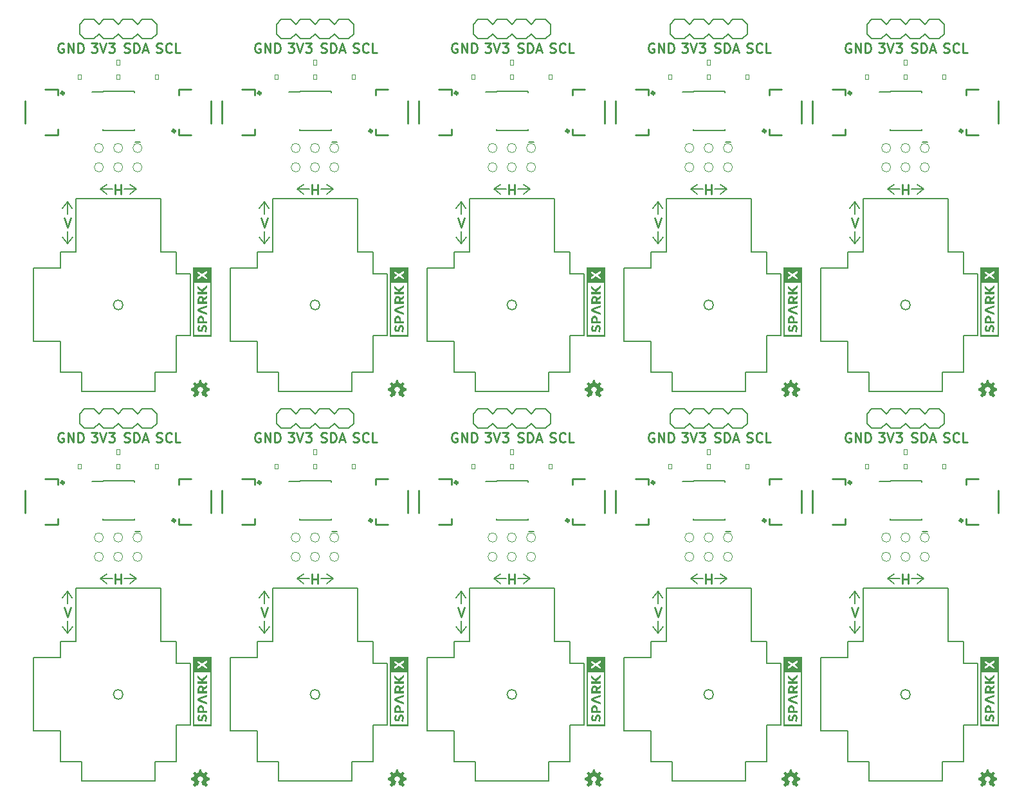
<source format=gto>
G04 #@! TF.FileFunction,Legend,Top*
%FSLAX46Y46*%
G04 Gerber Fmt 4.6, Leading zero omitted, Abs format (unit mm)*
G04 Created by KiCad (PCBNEW 4.0.6) date 01/19/18 11:08:58*
%MOMM*%
%LPD*%
G01*
G04 APERTURE LIST*
%ADD10C,0.100000*%
%ADD11C,0.254000*%
%ADD12C,0.200000*%
%ADD13C,0.066040*%
%ADD14C,0.203200*%
%ADD15C,0.400000*%
%ADD16C,0.150000*%
G04 APERTURE END LIST*
D10*
D11*
X196049296Y-105924048D02*
X196230724Y-105984524D01*
X196533105Y-105984524D01*
X196654058Y-105924048D01*
X196714534Y-105863571D01*
X196775010Y-105742619D01*
X196775010Y-105621667D01*
X196714534Y-105500714D01*
X196654058Y-105440238D01*
X196533105Y-105379762D01*
X196291201Y-105319286D01*
X196170248Y-105258810D01*
X196109772Y-105198333D01*
X196049296Y-105077381D01*
X196049296Y-104956429D01*
X196109772Y-104835476D01*
X196170248Y-104775000D01*
X196291201Y-104714524D01*
X196593581Y-104714524D01*
X196775010Y-104775000D01*
X198045010Y-105863571D02*
X197984534Y-105924048D01*
X197803105Y-105984524D01*
X197682153Y-105984524D01*
X197500725Y-105924048D01*
X197379772Y-105803095D01*
X197319296Y-105682143D01*
X197258820Y-105440238D01*
X197258820Y-105258810D01*
X197319296Y-105016905D01*
X197379772Y-104895952D01*
X197500725Y-104775000D01*
X197682153Y-104714524D01*
X197803105Y-104714524D01*
X197984534Y-104775000D01*
X198045010Y-104835476D01*
X199194058Y-105984524D02*
X198589296Y-105984524D01*
X198589296Y-104714524D01*
X170141296Y-105924048D02*
X170322724Y-105984524D01*
X170625105Y-105984524D01*
X170746058Y-105924048D01*
X170806534Y-105863571D01*
X170867010Y-105742619D01*
X170867010Y-105621667D01*
X170806534Y-105500714D01*
X170746058Y-105440238D01*
X170625105Y-105379762D01*
X170383201Y-105319286D01*
X170262248Y-105258810D01*
X170201772Y-105198333D01*
X170141296Y-105077381D01*
X170141296Y-104956429D01*
X170201772Y-104835476D01*
X170262248Y-104775000D01*
X170383201Y-104714524D01*
X170685581Y-104714524D01*
X170867010Y-104775000D01*
X172137010Y-105863571D02*
X172076534Y-105924048D01*
X171895105Y-105984524D01*
X171774153Y-105984524D01*
X171592725Y-105924048D01*
X171471772Y-105803095D01*
X171411296Y-105682143D01*
X171350820Y-105440238D01*
X171350820Y-105258810D01*
X171411296Y-105016905D01*
X171471772Y-104895952D01*
X171592725Y-104775000D01*
X171774153Y-104714524D01*
X171895105Y-104714524D01*
X172076534Y-104775000D01*
X172137010Y-104835476D01*
X173286058Y-105984524D02*
X172681296Y-105984524D01*
X172681296Y-104714524D01*
X144233296Y-105924048D02*
X144414724Y-105984524D01*
X144717105Y-105984524D01*
X144838058Y-105924048D01*
X144898534Y-105863571D01*
X144959010Y-105742619D01*
X144959010Y-105621667D01*
X144898534Y-105500714D01*
X144838058Y-105440238D01*
X144717105Y-105379762D01*
X144475201Y-105319286D01*
X144354248Y-105258810D01*
X144293772Y-105198333D01*
X144233296Y-105077381D01*
X144233296Y-104956429D01*
X144293772Y-104835476D01*
X144354248Y-104775000D01*
X144475201Y-104714524D01*
X144777581Y-104714524D01*
X144959010Y-104775000D01*
X146229010Y-105863571D02*
X146168534Y-105924048D01*
X145987105Y-105984524D01*
X145866153Y-105984524D01*
X145684725Y-105924048D01*
X145563772Y-105803095D01*
X145503296Y-105682143D01*
X145442820Y-105440238D01*
X145442820Y-105258810D01*
X145503296Y-105016905D01*
X145563772Y-104895952D01*
X145684725Y-104775000D01*
X145866153Y-104714524D01*
X145987105Y-104714524D01*
X146168534Y-104775000D01*
X146229010Y-104835476D01*
X147378058Y-105984524D02*
X146773296Y-105984524D01*
X146773296Y-104714524D01*
X118325296Y-105924048D02*
X118506724Y-105984524D01*
X118809105Y-105984524D01*
X118930058Y-105924048D01*
X118990534Y-105863571D01*
X119051010Y-105742619D01*
X119051010Y-105621667D01*
X118990534Y-105500714D01*
X118930058Y-105440238D01*
X118809105Y-105379762D01*
X118567201Y-105319286D01*
X118446248Y-105258810D01*
X118385772Y-105198333D01*
X118325296Y-105077381D01*
X118325296Y-104956429D01*
X118385772Y-104835476D01*
X118446248Y-104775000D01*
X118567201Y-104714524D01*
X118869581Y-104714524D01*
X119051010Y-104775000D01*
X120321010Y-105863571D02*
X120260534Y-105924048D01*
X120079105Y-105984524D01*
X119958153Y-105984524D01*
X119776725Y-105924048D01*
X119655772Y-105803095D01*
X119595296Y-105682143D01*
X119534820Y-105440238D01*
X119534820Y-105258810D01*
X119595296Y-105016905D01*
X119655772Y-104895952D01*
X119776725Y-104775000D01*
X119958153Y-104714524D01*
X120079105Y-104714524D01*
X120260534Y-104775000D01*
X120321010Y-104835476D01*
X121470058Y-105984524D02*
X120865296Y-105984524D01*
X120865296Y-104714524D01*
X92417296Y-105924048D02*
X92598724Y-105984524D01*
X92901105Y-105984524D01*
X93022058Y-105924048D01*
X93082534Y-105863571D01*
X93143010Y-105742619D01*
X93143010Y-105621667D01*
X93082534Y-105500714D01*
X93022058Y-105440238D01*
X92901105Y-105379762D01*
X92659201Y-105319286D01*
X92538248Y-105258810D01*
X92477772Y-105198333D01*
X92417296Y-105077381D01*
X92417296Y-104956429D01*
X92477772Y-104835476D01*
X92538248Y-104775000D01*
X92659201Y-104714524D01*
X92961581Y-104714524D01*
X93143010Y-104775000D01*
X94413010Y-105863571D02*
X94352534Y-105924048D01*
X94171105Y-105984524D01*
X94050153Y-105984524D01*
X93868725Y-105924048D01*
X93747772Y-105803095D01*
X93687296Y-105682143D01*
X93626820Y-105440238D01*
X93626820Y-105258810D01*
X93687296Y-105016905D01*
X93747772Y-104895952D01*
X93868725Y-104775000D01*
X94050153Y-104714524D01*
X94171105Y-104714524D01*
X94352534Y-104775000D01*
X94413010Y-104835476D01*
X95562058Y-105984524D02*
X94957296Y-105984524D01*
X94957296Y-104714524D01*
X196049296Y-54616048D02*
X196230724Y-54676524D01*
X196533105Y-54676524D01*
X196654058Y-54616048D01*
X196714534Y-54555571D01*
X196775010Y-54434619D01*
X196775010Y-54313667D01*
X196714534Y-54192714D01*
X196654058Y-54132238D01*
X196533105Y-54071762D01*
X196291201Y-54011286D01*
X196170248Y-53950810D01*
X196109772Y-53890333D01*
X196049296Y-53769381D01*
X196049296Y-53648429D01*
X196109772Y-53527476D01*
X196170248Y-53467000D01*
X196291201Y-53406524D01*
X196593581Y-53406524D01*
X196775010Y-53467000D01*
X198045010Y-54555571D02*
X197984534Y-54616048D01*
X197803105Y-54676524D01*
X197682153Y-54676524D01*
X197500725Y-54616048D01*
X197379772Y-54495095D01*
X197319296Y-54374143D01*
X197258820Y-54132238D01*
X197258820Y-53950810D01*
X197319296Y-53708905D01*
X197379772Y-53587952D01*
X197500725Y-53467000D01*
X197682153Y-53406524D01*
X197803105Y-53406524D01*
X197984534Y-53467000D01*
X198045010Y-53527476D01*
X199194058Y-54676524D02*
X198589296Y-54676524D01*
X198589296Y-53406524D01*
X170141296Y-54616048D02*
X170322724Y-54676524D01*
X170625105Y-54676524D01*
X170746058Y-54616048D01*
X170806534Y-54555571D01*
X170867010Y-54434619D01*
X170867010Y-54313667D01*
X170806534Y-54192714D01*
X170746058Y-54132238D01*
X170625105Y-54071762D01*
X170383201Y-54011286D01*
X170262248Y-53950810D01*
X170201772Y-53890333D01*
X170141296Y-53769381D01*
X170141296Y-53648429D01*
X170201772Y-53527476D01*
X170262248Y-53467000D01*
X170383201Y-53406524D01*
X170685581Y-53406524D01*
X170867010Y-53467000D01*
X172137010Y-54555571D02*
X172076534Y-54616048D01*
X171895105Y-54676524D01*
X171774153Y-54676524D01*
X171592725Y-54616048D01*
X171471772Y-54495095D01*
X171411296Y-54374143D01*
X171350820Y-54132238D01*
X171350820Y-53950810D01*
X171411296Y-53708905D01*
X171471772Y-53587952D01*
X171592725Y-53467000D01*
X171774153Y-53406524D01*
X171895105Y-53406524D01*
X172076534Y-53467000D01*
X172137010Y-53527476D01*
X173286058Y-54676524D02*
X172681296Y-54676524D01*
X172681296Y-53406524D01*
X144233296Y-54616048D02*
X144414724Y-54676524D01*
X144717105Y-54676524D01*
X144838058Y-54616048D01*
X144898534Y-54555571D01*
X144959010Y-54434619D01*
X144959010Y-54313667D01*
X144898534Y-54192714D01*
X144838058Y-54132238D01*
X144717105Y-54071762D01*
X144475201Y-54011286D01*
X144354248Y-53950810D01*
X144293772Y-53890333D01*
X144233296Y-53769381D01*
X144233296Y-53648429D01*
X144293772Y-53527476D01*
X144354248Y-53467000D01*
X144475201Y-53406524D01*
X144777581Y-53406524D01*
X144959010Y-53467000D01*
X146229010Y-54555571D02*
X146168534Y-54616048D01*
X145987105Y-54676524D01*
X145866153Y-54676524D01*
X145684725Y-54616048D01*
X145563772Y-54495095D01*
X145503296Y-54374143D01*
X145442820Y-54132238D01*
X145442820Y-53950810D01*
X145503296Y-53708905D01*
X145563772Y-53587952D01*
X145684725Y-53467000D01*
X145866153Y-53406524D01*
X145987105Y-53406524D01*
X146168534Y-53467000D01*
X146229010Y-53527476D01*
X147378058Y-54676524D02*
X146773296Y-54676524D01*
X146773296Y-53406524D01*
X118325296Y-54616048D02*
X118506724Y-54676524D01*
X118809105Y-54676524D01*
X118930058Y-54616048D01*
X118990534Y-54555571D01*
X119051010Y-54434619D01*
X119051010Y-54313667D01*
X118990534Y-54192714D01*
X118930058Y-54132238D01*
X118809105Y-54071762D01*
X118567201Y-54011286D01*
X118446248Y-53950810D01*
X118385772Y-53890333D01*
X118325296Y-53769381D01*
X118325296Y-53648429D01*
X118385772Y-53527476D01*
X118446248Y-53467000D01*
X118567201Y-53406524D01*
X118869581Y-53406524D01*
X119051010Y-53467000D01*
X120321010Y-54555571D02*
X120260534Y-54616048D01*
X120079105Y-54676524D01*
X119958153Y-54676524D01*
X119776725Y-54616048D01*
X119655772Y-54495095D01*
X119595296Y-54374143D01*
X119534820Y-54132238D01*
X119534820Y-53950810D01*
X119595296Y-53708905D01*
X119655772Y-53587952D01*
X119776725Y-53467000D01*
X119958153Y-53406524D01*
X120079105Y-53406524D01*
X120260534Y-53467000D01*
X120321010Y-53527476D01*
X121470058Y-54676524D02*
X120865296Y-54676524D01*
X120865296Y-53406524D01*
X187454420Y-104714524D02*
X188240610Y-104714524D01*
X187817277Y-105198333D01*
X187998705Y-105198333D01*
X188119658Y-105258810D01*
X188180134Y-105319286D01*
X188240610Y-105440238D01*
X188240610Y-105742619D01*
X188180134Y-105863571D01*
X188119658Y-105924048D01*
X187998705Y-105984524D01*
X187635848Y-105984524D01*
X187514896Y-105924048D01*
X187454420Y-105863571D01*
X188603467Y-104714524D02*
X189026801Y-105984524D01*
X189450134Y-104714524D01*
X189752515Y-104714524D02*
X190538705Y-104714524D01*
X190115372Y-105198333D01*
X190296800Y-105198333D01*
X190417753Y-105258810D01*
X190478229Y-105319286D01*
X190538705Y-105440238D01*
X190538705Y-105742619D01*
X190478229Y-105863571D01*
X190417753Y-105924048D01*
X190296800Y-105984524D01*
X189933943Y-105984524D01*
X189812991Y-105924048D01*
X189752515Y-105863571D01*
X161546420Y-104714524D02*
X162332610Y-104714524D01*
X161909277Y-105198333D01*
X162090705Y-105198333D01*
X162211658Y-105258810D01*
X162272134Y-105319286D01*
X162332610Y-105440238D01*
X162332610Y-105742619D01*
X162272134Y-105863571D01*
X162211658Y-105924048D01*
X162090705Y-105984524D01*
X161727848Y-105984524D01*
X161606896Y-105924048D01*
X161546420Y-105863571D01*
X162695467Y-104714524D02*
X163118801Y-105984524D01*
X163542134Y-104714524D01*
X163844515Y-104714524D02*
X164630705Y-104714524D01*
X164207372Y-105198333D01*
X164388800Y-105198333D01*
X164509753Y-105258810D01*
X164570229Y-105319286D01*
X164630705Y-105440238D01*
X164630705Y-105742619D01*
X164570229Y-105863571D01*
X164509753Y-105924048D01*
X164388800Y-105984524D01*
X164025943Y-105984524D01*
X163904991Y-105924048D01*
X163844515Y-105863571D01*
X135638420Y-104714524D02*
X136424610Y-104714524D01*
X136001277Y-105198333D01*
X136182705Y-105198333D01*
X136303658Y-105258810D01*
X136364134Y-105319286D01*
X136424610Y-105440238D01*
X136424610Y-105742619D01*
X136364134Y-105863571D01*
X136303658Y-105924048D01*
X136182705Y-105984524D01*
X135819848Y-105984524D01*
X135698896Y-105924048D01*
X135638420Y-105863571D01*
X136787467Y-104714524D02*
X137210801Y-105984524D01*
X137634134Y-104714524D01*
X137936515Y-104714524D02*
X138722705Y-104714524D01*
X138299372Y-105198333D01*
X138480800Y-105198333D01*
X138601753Y-105258810D01*
X138662229Y-105319286D01*
X138722705Y-105440238D01*
X138722705Y-105742619D01*
X138662229Y-105863571D01*
X138601753Y-105924048D01*
X138480800Y-105984524D01*
X138117943Y-105984524D01*
X137996991Y-105924048D01*
X137936515Y-105863571D01*
X109730420Y-104714524D02*
X110516610Y-104714524D01*
X110093277Y-105198333D01*
X110274705Y-105198333D01*
X110395658Y-105258810D01*
X110456134Y-105319286D01*
X110516610Y-105440238D01*
X110516610Y-105742619D01*
X110456134Y-105863571D01*
X110395658Y-105924048D01*
X110274705Y-105984524D01*
X109911848Y-105984524D01*
X109790896Y-105924048D01*
X109730420Y-105863571D01*
X110879467Y-104714524D02*
X111302801Y-105984524D01*
X111726134Y-104714524D01*
X112028515Y-104714524D02*
X112814705Y-104714524D01*
X112391372Y-105198333D01*
X112572800Y-105198333D01*
X112693753Y-105258810D01*
X112754229Y-105319286D01*
X112814705Y-105440238D01*
X112814705Y-105742619D01*
X112754229Y-105863571D01*
X112693753Y-105924048D01*
X112572800Y-105984524D01*
X112209943Y-105984524D01*
X112088991Y-105924048D01*
X112028515Y-105863571D01*
X83822420Y-104714524D02*
X84608610Y-104714524D01*
X84185277Y-105198333D01*
X84366705Y-105198333D01*
X84487658Y-105258810D01*
X84548134Y-105319286D01*
X84608610Y-105440238D01*
X84608610Y-105742619D01*
X84548134Y-105863571D01*
X84487658Y-105924048D01*
X84366705Y-105984524D01*
X84003848Y-105984524D01*
X83882896Y-105924048D01*
X83822420Y-105863571D01*
X84971467Y-104714524D02*
X85394801Y-105984524D01*
X85818134Y-104714524D01*
X86120515Y-104714524D02*
X86906705Y-104714524D01*
X86483372Y-105198333D01*
X86664800Y-105198333D01*
X86785753Y-105258810D01*
X86846229Y-105319286D01*
X86906705Y-105440238D01*
X86906705Y-105742619D01*
X86846229Y-105863571D01*
X86785753Y-105924048D01*
X86664800Y-105984524D01*
X86301943Y-105984524D01*
X86180991Y-105924048D01*
X86120515Y-105863571D01*
X187454420Y-53406524D02*
X188240610Y-53406524D01*
X187817277Y-53890333D01*
X187998705Y-53890333D01*
X188119658Y-53950810D01*
X188180134Y-54011286D01*
X188240610Y-54132238D01*
X188240610Y-54434619D01*
X188180134Y-54555571D01*
X188119658Y-54616048D01*
X187998705Y-54676524D01*
X187635848Y-54676524D01*
X187514896Y-54616048D01*
X187454420Y-54555571D01*
X188603467Y-53406524D02*
X189026801Y-54676524D01*
X189450134Y-53406524D01*
X189752515Y-53406524D02*
X190538705Y-53406524D01*
X190115372Y-53890333D01*
X190296800Y-53890333D01*
X190417753Y-53950810D01*
X190478229Y-54011286D01*
X190538705Y-54132238D01*
X190538705Y-54434619D01*
X190478229Y-54555571D01*
X190417753Y-54616048D01*
X190296800Y-54676524D01*
X189933943Y-54676524D01*
X189812991Y-54616048D01*
X189752515Y-54555571D01*
X161546420Y-53406524D02*
X162332610Y-53406524D01*
X161909277Y-53890333D01*
X162090705Y-53890333D01*
X162211658Y-53950810D01*
X162272134Y-54011286D01*
X162332610Y-54132238D01*
X162332610Y-54434619D01*
X162272134Y-54555571D01*
X162211658Y-54616048D01*
X162090705Y-54676524D01*
X161727848Y-54676524D01*
X161606896Y-54616048D01*
X161546420Y-54555571D01*
X162695467Y-53406524D02*
X163118801Y-54676524D01*
X163542134Y-53406524D01*
X163844515Y-53406524D02*
X164630705Y-53406524D01*
X164207372Y-53890333D01*
X164388800Y-53890333D01*
X164509753Y-53950810D01*
X164570229Y-54011286D01*
X164630705Y-54132238D01*
X164630705Y-54434619D01*
X164570229Y-54555571D01*
X164509753Y-54616048D01*
X164388800Y-54676524D01*
X164025943Y-54676524D01*
X163904991Y-54616048D01*
X163844515Y-54555571D01*
X135638420Y-53406524D02*
X136424610Y-53406524D01*
X136001277Y-53890333D01*
X136182705Y-53890333D01*
X136303658Y-53950810D01*
X136364134Y-54011286D01*
X136424610Y-54132238D01*
X136424610Y-54434619D01*
X136364134Y-54555571D01*
X136303658Y-54616048D01*
X136182705Y-54676524D01*
X135819848Y-54676524D01*
X135698896Y-54616048D01*
X135638420Y-54555571D01*
X136787467Y-53406524D02*
X137210801Y-54676524D01*
X137634134Y-53406524D01*
X137936515Y-53406524D02*
X138722705Y-53406524D01*
X138299372Y-53890333D01*
X138480800Y-53890333D01*
X138601753Y-53950810D01*
X138662229Y-54011286D01*
X138722705Y-54132238D01*
X138722705Y-54434619D01*
X138662229Y-54555571D01*
X138601753Y-54616048D01*
X138480800Y-54676524D01*
X138117943Y-54676524D01*
X137996991Y-54616048D01*
X137936515Y-54555571D01*
X109730420Y-53406524D02*
X110516610Y-53406524D01*
X110093277Y-53890333D01*
X110274705Y-53890333D01*
X110395658Y-53950810D01*
X110456134Y-54011286D01*
X110516610Y-54132238D01*
X110516610Y-54434619D01*
X110456134Y-54555571D01*
X110395658Y-54616048D01*
X110274705Y-54676524D01*
X109911848Y-54676524D01*
X109790896Y-54616048D01*
X109730420Y-54555571D01*
X110879467Y-53406524D02*
X111302801Y-54676524D01*
X111726134Y-53406524D01*
X112028515Y-53406524D02*
X112814705Y-53406524D01*
X112391372Y-53890333D01*
X112572800Y-53890333D01*
X112693753Y-53950810D01*
X112754229Y-54011286D01*
X112814705Y-54132238D01*
X112814705Y-54434619D01*
X112754229Y-54555571D01*
X112693753Y-54616048D01*
X112572800Y-54676524D01*
X112209943Y-54676524D01*
X112088991Y-54616048D01*
X112028515Y-54555571D01*
X183791981Y-104775000D02*
X183671029Y-104714524D01*
X183489600Y-104714524D01*
X183308172Y-104775000D01*
X183187219Y-104895952D01*
X183126743Y-105016905D01*
X183066267Y-105258810D01*
X183066267Y-105440238D01*
X183126743Y-105682143D01*
X183187219Y-105803095D01*
X183308172Y-105924048D01*
X183489600Y-105984524D01*
X183610552Y-105984524D01*
X183791981Y-105924048D01*
X183852457Y-105863571D01*
X183852457Y-105440238D01*
X183610552Y-105440238D01*
X184396743Y-105984524D02*
X184396743Y-104714524D01*
X185122457Y-105984524D01*
X185122457Y-104714524D01*
X185727219Y-105984524D02*
X185727219Y-104714524D01*
X186029600Y-104714524D01*
X186211028Y-104775000D01*
X186331981Y-104895952D01*
X186392457Y-105016905D01*
X186452933Y-105258810D01*
X186452933Y-105440238D01*
X186392457Y-105682143D01*
X186331981Y-105803095D01*
X186211028Y-105924048D01*
X186029600Y-105984524D01*
X185727219Y-105984524D01*
X157883981Y-104775000D02*
X157763029Y-104714524D01*
X157581600Y-104714524D01*
X157400172Y-104775000D01*
X157279219Y-104895952D01*
X157218743Y-105016905D01*
X157158267Y-105258810D01*
X157158267Y-105440238D01*
X157218743Y-105682143D01*
X157279219Y-105803095D01*
X157400172Y-105924048D01*
X157581600Y-105984524D01*
X157702552Y-105984524D01*
X157883981Y-105924048D01*
X157944457Y-105863571D01*
X157944457Y-105440238D01*
X157702552Y-105440238D01*
X158488743Y-105984524D02*
X158488743Y-104714524D01*
X159214457Y-105984524D01*
X159214457Y-104714524D01*
X159819219Y-105984524D02*
X159819219Y-104714524D01*
X160121600Y-104714524D01*
X160303028Y-104775000D01*
X160423981Y-104895952D01*
X160484457Y-105016905D01*
X160544933Y-105258810D01*
X160544933Y-105440238D01*
X160484457Y-105682143D01*
X160423981Y-105803095D01*
X160303028Y-105924048D01*
X160121600Y-105984524D01*
X159819219Y-105984524D01*
X131975981Y-104775000D02*
X131855029Y-104714524D01*
X131673600Y-104714524D01*
X131492172Y-104775000D01*
X131371219Y-104895952D01*
X131310743Y-105016905D01*
X131250267Y-105258810D01*
X131250267Y-105440238D01*
X131310743Y-105682143D01*
X131371219Y-105803095D01*
X131492172Y-105924048D01*
X131673600Y-105984524D01*
X131794552Y-105984524D01*
X131975981Y-105924048D01*
X132036457Y-105863571D01*
X132036457Y-105440238D01*
X131794552Y-105440238D01*
X132580743Y-105984524D02*
X132580743Y-104714524D01*
X133306457Y-105984524D01*
X133306457Y-104714524D01*
X133911219Y-105984524D02*
X133911219Y-104714524D01*
X134213600Y-104714524D01*
X134395028Y-104775000D01*
X134515981Y-104895952D01*
X134576457Y-105016905D01*
X134636933Y-105258810D01*
X134636933Y-105440238D01*
X134576457Y-105682143D01*
X134515981Y-105803095D01*
X134395028Y-105924048D01*
X134213600Y-105984524D01*
X133911219Y-105984524D01*
X106067981Y-104775000D02*
X105947029Y-104714524D01*
X105765600Y-104714524D01*
X105584172Y-104775000D01*
X105463219Y-104895952D01*
X105402743Y-105016905D01*
X105342267Y-105258810D01*
X105342267Y-105440238D01*
X105402743Y-105682143D01*
X105463219Y-105803095D01*
X105584172Y-105924048D01*
X105765600Y-105984524D01*
X105886552Y-105984524D01*
X106067981Y-105924048D01*
X106128457Y-105863571D01*
X106128457Y-105440238D01*
X105886552Y-105440238D01*
X106672743Y-105984524D02*
X106672743Y-104714524D01*
X107398457Y-105984524D01*
X107398457Y-104714524D01*
X108003219Y-105984524D02*
X108003219Y-104714524D01*
X108305600Y-104714524D01*
X108487028Y-104775000D01*
X108607981Y-104895952D01*
X108668457Y-105016905D01*
X108728933Y-105258810D01*
X108728933Y-105440238D01*
X108668457Y-105682143D01*
X108607981Y-105803095D01*
X108487028Y-105924048D01*
X108305600Y-105984524D01*
X108003219Y-105984524D01*
X80159981Y-104775000D02*
X80039029Y-104714524D01*
X79857600Y-104714524D01*
X79676172Y-104775000D01*
X79555219Y-104895952D01*
X79494743Y-105016905D01*
X79434267Y-105258810D01*
X79434267Y-105440238D01*
X79494743Y-105682143D01*
X79555219Y-105803095D01*
X79676172Y-105924048D01*
X79857600Y-105984524D01*
X79978552Y-105984524D01*
X80159981Y-105924048D01*
X80220457Y-105863571D01*
X80220457Y-105440238D01*
X79978552Y-105440238D01*
X80764743Y-105984524D02*
X80764743Y-104714524D01*
X81490457Y-105984524D01*
X81490457Y-104714524D01*
X82095219Y-105984524D02*
X82095219Y-104714524D01*
X82397600Y-104714524D01*
X82579028Y-104775000D01*
X82699981Y-104895952D01*
X82760457Y-105016905D01*
X82820933Y-105258810D01*
X82820933Y-105440238D01*
X82760457Y-105682143D01*
X82699981Y-105803095D01*
X82579028Y-105924048D01*
X82397600Y-105984524D01*
X82095219Y-105984524D01*
X183791981Y-53467000D02*
X183671029Y-53406524D01*
X183489600Y-53406524D01*
X183308172Y-53467000D01*
X183187219Y-53587952D01*
X183126743Y-53708905D01*
X183066267Y-53950810D01*
X183066267Y-54132238D01*
X183126743Y-54374143D01*
X183187219Y-54495095D01*
X183308172Y-54616048D01*
X183489600Y-54676524D01*
X183610552Y-54676524D01*
X183791981Y-54616048D01*
X183852457Y-54555571D01*
X183852457Y-54132238D01*
X183610552Y-54132238D01*
X184396743Y-54676524D02*
X184396743Y-53406524D01*
X185122457Y-54676524D01*
X185122457Y-53406524D01*
X185727219Y-54676524D02*
X185727219Y-53406524D01*
X186029600Y-53406524D01*
X186211028Y-53467000D01*
X186331981Y-53587952D01*
X186392457Y-53708905D01*
X186452933Y-53950810D01*
X186452933Y-54132238D01*
X186392457Y-54374143D01*
X186331981Y-54495095D01*
X186211028Y-54616048D01*
X186029600Y-54676524D01*
X185727219Y-54676524D01*
X157883981Y-53467000D02*
X157763029Y-53406524D01*
X157581600Y-53406524D01*
X157400172Y-53467000D01*
X157279219Y-53587952D01*
X157218743Y-53708905D01*
X157158267Y-53950810D01*
X157158267Y-54132238D01*
X157218743Y-54374143D01*
X157279219Y-54495095D01*
X157400172Y-54616048D01*
X157581600Y-54676524D01*
X157702552Y-54676524D01*
X157883981Y-54616048D01*
X157944457Y-54555571D01*
X157944457Y-54132238D01*
X157702552Y-54132238D01*
X158488743Y-54676524D02*
X158488743Y-53406524D01*
X159214457Y-54676524D01*
X159214457Y-53406524D01*
X159819219Y-54676524D02*
X159819219Y-53406524D01*
X160121600Y-53406524D01*
X160303028Y-53467000D01*
X160423981Y-53587952D01*
X160484457Y-53708905D01*
X160544933Y-53950810D01*
X160544933Y-54132238D01*
X160484457Y-54374143D01*
X160423981Y-54495095D01*
X160303028Y-54616048D01*
X160121600Y-54676524D01*
X159819219Y-54676524D01*
X131975981Y-53467000D02*
X131855029Y-53406524D01*
X131673600Y-53406524D01*
X131492172Y-53467000D01*
X131371219Y-53587952D01*
X131310743Y-53708905D01*
X131250267Y-53950810D01*
X131250267Y-54132238D01*
X131310743Y-54374143D01*
X131371219Y-54495095D01*
X131492172Y-54616048D01*
X131673600Y-54676524D01*
X131794552Y-54676524D01*
X131975981Y-54616048D01*
X132036457Y-54555571D01*
X132036457Y-54132238D01*
X131794552Y-54132238D01*
X132580743Y-54676524D02*
X132580743Y-53406524D01*
X133306457Y-54676524D01*
X133306457Y-53406524D01*
X133911219Y-54676524D02*
X133911219Y-53406524D01*
X134213600Y-53406524D01*
X134395028Y-53467000D01*
X134515981Y-53587952D01*
X134576457Y-53708905D01*
X134636933Y-53950810D01*
X134636933Y-54132238D01*
X134576457Y-54374143D01*
X134515981Y-54495095D01*
X134395028Y-54616048D01*
X134213600Y-54676524D01*
X133911219Y-54676524D01*
X106067981Y-53467000D02*
X105947029Y-53406524D01*
X105765600Y-53406524D01*
X105584172Y-53467000D01*
X105463219Y-53587952D01*
X105402743Y-53708905D01*
X105342267Y-53950810D01*
X105342267Y-54132238D01*
X105402743Y-54374143D01*
X105463219Y-54495095D01*
X105584172Y-54616048D01*
X105765600Y-54676524D01*
X105886552Y-54676524D01*
X106067981Y-54616048D01*
X106128457Y-54555571D01*
X106128457Y-54132238D01*
X105886552Y-54132238D01*
X106672743Y-54676524D02*
X106672743Y-53406524D01*
X107398457Y-54676524D01*
X107398457Y-53406524D01*
X108003219Y-54676524D02*
X108003219Y-53406524D01*
X108305600Y-53406524D01*
X108487028Y-53467000D01*
X108607981Y-53587952D01*
X108668457Y-53708905D01*
X108728933Y-53950810D01*
X108728933Y-54132238D01*
X108668457Y-54374143D01*
X108607981Y-54495095D01*
X108487028Y-54616048D01*
X108305600Y-54676524D01*
X108003219Y-54676524D01*
X191802658Y-105924048D02*
X191984086Y-105984524D01*
X192286467Y-105984524D01*
X192407420Y-105924048D01*
X192467896Y-105863571D01*
X192528372Y-105742619D01*
X192528372Y-105621667D01*
X192467896Y-105500714D01*
X192407420Y-105440238D01*
X192286467Y-105379762D01*
X192044563Y-105319286D01*
X191923610Y-105258810D01*
X191863134Y-105198333D01*
X191802658Y-105077381D01*
X191802658Y-104956429D01*
X191863134Y-104835476D01*
X191923610Y-104775000D01*
X192044563Y-104714524D01*
X192346943Y-104714524D01*
X192528372Y-104775000D01*
X193072658Y-105984524D02*
X193072658Y-104714524D01*
X193375039Y-104714524D01*
X193556467Y-104775000D01*
X193677420Y-104895952D01*
X193737896Y-105016905D01*
X193798372Y-105258810D01*
X193798372Y-105440238D01*
X193737896Y-105682143D01*
X193677420Y-105803095D01*
X193556467Y-105924048D01*
X193375039Y-105984524D01*
X193072658Y-105984524D01*
X194282182Y-105621667D02*
X194886944Y-105621667D01*
X194161229Y-105984524D02*
X194584563Y-104714524D01*
X195007896Y-105984524D01*
X165894658Y-105924048D02*
X166076086Y-105984524D01*
X166378467Y-105984524D01*
X166499420Y-105924048D01*
X166559896Y-105863571D01*
X166620372Y-105742619D01*
X166620372Y-105621667D01*
X166559896Y-105500714D01*
X166499420Y-105440238D01*
X166378467Y-105379762D01*
X166136563Y-105319286D01*
X166015610Y-105258810D01*
X165955134Y-105198333D01*
X165894658Y-105077381D01*
X165894658Y-104956429D01*
X165955134Y-104835476D01*
X166015610Y-104775000D01*
X166136563Y-104714524D01*
X166438943Y-104714524D01*
X166620372Y-104775000D01*
X167164658Y-105984524D02*
X167164658Y-104714524D01*
X167467039Y-104714524D01*
X167648467Y-104775000D01*
X167769420Y-104895952D01*
X167829896Y-105016905D01*
X167890372Y-105258810D01*
X167890372Y-105440238D01*
X167829896Y-105682143D01*
X167769420Y-105803095D01*
X167648467Y-105924048D01*
X167467039Y-105984524D01*
X167164658Y-105984524D01*
X168374182Y-105621667D02*
X168978944Y-105621667D01*
X168253229Y-105984524D02*
X168676563Y-104714524D01*
X169099896Y-105984524D01*
X139986658Y-105924048D02*
X140168086Y-105984524D01*
X140470467Y-105984524D01*
X140591420Y-105924048D01*
X140651896Y-105863571D01*
X140712372Y-105742619D01*
X140712372Y-105621667D01*
X140651896Y-105500714D01*
X140591420Y-105440238D01*
X140470467Y-105379762D01*
X140228563Y-105319286D01*
X140107610Y-105258810D01*
X140047134Y-105198333D01*
X139986658Y-105077381D01*
X139986658Y-104956429D01*
X140047134Y-104835476D01*
X140107610Y-104775000D01*
X140228563Y-104714524D01*
X140530943Y-104714524D01*
X140712372Y-104775000D01*
X141256658Y-105984524D02*
X141256658Y-104714524D01*
X141559039Y-104714524D01*
X141740467Y-104775000D01*
X141861420Y-104895952D01*
X141921896Y-105016905D01*
X141982372Y-105258810D01*
X141982372Y-105440238D01*
X141921896Y-105682143D01*
X141861420Y-105803095D01*
X141740467Y-105924048D01*
X141559039Y-105984524D01*
X141256658Y-105984524D01*
X142466182Y-105621667D02*
X143070944Y-105621667D01*
X142345229Y-105984524D02*
X142768563Y-104714524D01*
X143191896Y-105984524D01*
X114078658Y-105924048D02*
X114260086Y-105984524D01*
X114562467Y-105984524D01*
X114683420Y-105924048D01*
X114743896Y-105863571D01*
X114804372Y-105742619D01*
X114804372Y-105621667D01*
X114743896Y-105500714D01*
X114683420Y-105440238D01*
X114562467Y-105379762D01*
X114320563Y-105319286D01*
X114199610Y-105258810D01*
X114139134Y-105198333D01*
X114078658Y-105077381D01*
X114078658Y-104956429D01*
X114139134Y-104835476D01*
X114199610Y-104775000D01*
X114320563Y-104714524D01*
X114622943Y-104714524D01*
X114804372Y-104775000D01*
X115348658Y-105984524D02*
X115348658Y-104714524D01*
X115651039Y-104714524D01*
X115832467Y-104775000D01*
X115953420Y-104895952D01*
X116013896Y-105016905D01*
X116074372Y-105258810D01*
X116074372Y-105440238D01*
X116013896Y-105682143D01*
X115953420Y-105803095D01*
X115832467Y-105924048D01*
X115651039Y-105984524D01*
X115348658Y-105984524D01*
X116558182Y-105621667D02*
X117162944Y-105621667D01*
X116437229Y-105984524D02*
X116860563Y-104714524D01*
X117283896Y-105984524D01*
X88170658Y-105924048D02*
X88352086Y-105984524D01*
X88654467Y-105984524D01*
X88775420Y-105924048D01*
X88835896Y-105863571D01*
X88896372Y-105742619D01*
X88896372Y-105621667D01*
X88835896Y-105500714D01*
X88775420Y-105440238D01*
X88654467Y-105379762D01*
X88412563Y-105319286D01*
X88291610Y-105258810D01*
X88231134Y-105198333D01*
X88170658Y-105077381D01*
X88170658Y-104956429D01*
X88231134Y-104835476D01*
X88291610Y-104775000D01*
X88412563Y-104714524D01*
X88714943Y-104714524D01*
X88896372Y-104775000D01*
X89440658Y-105984524D02*
X89440658Y-104714524D01*
X89743039Y-104714524D01*
X89924467Y-104775000D01*
X90045420Y-104895952D01*
X90105896Y-105016905D01*
X90166372Y-105258810D01*
X90166372Y-105440238D01*
X90105896Y-105682143D01*
X90045420Y-105803095D01*
X89924467Y-105924048D01*
X89743039Y-105984524D01*
X89440658Y-105984524D01*
X90650182Y-105621667D02*
X91254944Y-105621667D01*
X90529229Y-105984524D02*
X90952563Y-104714524D01*
X91375896Y-105984524D01*
X191802658Y-54616048D02*
X191984086Y-54676524D01*
X192286467Y-54676524D01*
X192407420Y-54616048D01*
X192467896Y-54555571D01*
X192528372Y-54434619D01*
X192528372Y-54313667D01*
X192467896Y-54192714D01*
X192407420Y-54132238D01*
X192286467Y-54071762D01*
X192044563Y-54011286D01*
X191923610Y-53950810D01*
X191863134Y-53890333D01*
X191802658Y-53769381D01*
X191802658Y-53648429D01*
X191863134Y-53527476D01*
X191923610Y-53467000D01*
X192044563Y-53406524D01*
X192346943Y-53406524D01*
X192528372Y-53467000D01*
X193072658Y-54676524D02*
X193072658Y-53406524D01*
X193375039Y-53406524D01*
X193556467Y-53467000D01*
X193677420Y-53587952D01*
X193737896Y-53708905D01*
X193798372Y-53950810D01*
X193798372Y-54132238D01*
X193737896Y-54374143D01*
X193677420Y-54495095D01*
X193556467Y-54616048D01*
X193375039Y-54676524D01*
X193072658Y-54676524D01*
X194282182Y-54313667D02*
X194886944Y-54313667D01*
X194161229Y-54676524D02*
X194584563Y-53406524D01*
X195007896Y-54676524D01*
X165894658Y-54616048D02*
X166076086Y-54676524D01*
X166378467Y-54676524D01*
X166499420Y-54616048D01*
X166559896Y-54555571D01*
X166620372Y-54434619D01*
X166620372Y-54313667D01*
X166559896Y-54192714D01*
X166499420Y-54132238D01*
X166378467Y-54071762D01*
X166136563Y-54011286D01*
X166015610Y-53950810D01*
X165955134Y-53890333D01*
X165894658Y-53769381D01*
X165894658Y-53648429D01*
X165955134Y-53527476D01*
X166015610Y-53467000D01*
X166136563Y-53406524D01*
X166438943Y-53406524D01*
X166620372Y-53467000D01*
X167164658Y-54676524D02*
X167164658Y-53406524D01*
X167467039Y-53406524D01*
X167648467Y-53467000D01*
X167769420Y-53587952D01*
X167829896Y-53708905D01*
X167890372Y-53950810D01*
X167890372Y-54132238D01*
X167829896Y-54374143D01*
X167769420Y-54495095D01*
X167648467Y-54616048D01*
X167467039Y-54676524D01*
X167164658Y-54676524D01*
X168374182Y-54313667D02*
X168978944Y-54313667D01*
X168253229Y-54676524D02*
X168676563Y-53406524D01*
X169099896Y-54676524D01*
X139986658Y-54616048D02*
X140168086Y-54676524D01*
X140470467Y-54676524D01*
X140591420Y-54616048D01*
X140651896Y-54555571D01*
X140712372Y-54434619D01*
X140712372Y-54313667D01*
X140651896Y-54192714D01*
X140591420Y-54132238D01*
X140470467Y-54071762D01*
X140228563Y-54011286D01*
X140107610Y-53950810D01*
X140047134Y-53890333D01*
X139986658Y-53769381D01*
X139986658Y-53648429D01*
X140047134Y-53527476D01*
X140107610Y-53467000D01*
X140228563Y-53406524D01*
X140530943Y-53406524D01*
X140712372Y-53467000D01*
X141256658Y-54676524D02*
X141256658Y-53406524D01*
X141559039Y-53406524D01*
X141740467Y-53467000D01*
X141861420Y-53587952D01*
X141921896Y-53708905D01*
X141982372Y-53950810D01*
X141982372Y-54132238D01*
X141921896Y-54374143D01*
X141861420Y-54495095D01*
X141740467Y-54616048D01*
X141559039Y-54676524D01*
X141256658Y-54676524D01*
X142466182Y-54313667D02*
X143070944Y-54313667D01*
X142345229Y-54676524D02*
X142768563Y-53406524D01*
X143191896Y-54676524D01*
X114078658Y-54616048D02*
X114260086Y-54676524D01*
X114562467Y-54676524D01*
X114683420Y-54616048D01*
X114743896Y-54555571D01*
X114804372Y-54434619D01*
X114804372Y-54313667D01*
X114743896Y-54192714D01*
X114683420Y-54132238D01*
X114562467Y-54071762D01*
X114320563Y-54011286D01*
X114199610Y-53950810D01*
X114139134Y-53890333D01*
X114078658Y-53769381D01*
X114078658Y-53648429D01*
X114139134Y-53527476D01*
X114199610Y-53467000D01*
X114320563Y-53406524D01*
X114622943Y-53406524D01*
X114804372Y-53467000D01*
X115348658Y-54676524D02*
X115348658Y-53406524D01*
X115651039Y-53406524D01*
X115832467Y-53467000D01*
X115953420Y-53587952D01*
X116013896Y-53708905D01*
X116074372Y-53950810D01*
X116074372Y-54132238D01*
X116013896Y-54374143D01*
X115953420Y-54495095D01*
X115832467Y-54616048D01*
X115651039Y-54676524D01*
X115348658Y-54676524D01*
X116558182Y-54313667D02*
X117162944Y-54313667D01*
X116437229Y-54676524D02*
X116860563Y-53406524D01*
X117283896Y-54676524D01*
D12*
X184353200Y-129489200D02*
X184353200Y-130962400D01*
X158445200Y-129489200D02*
X158445200Y-130962400D01*
X132537200Y-129489200D02*
X132537200Y-130962400D01*
X106629200Y-129489200D02*
X106629200Y-130962400D01*
X80721200Y-129489200D02*
X80721200Y-130962400D01*
X184353200Y-78181200D02*
X184353200Y-79654400D01*
X158445200Y-78181200D02*
X158445200Y-79654400D01*
X132537200Y-78181200D02*
X132537200Y-79654400D01*
X106629200Y-78181200D02*
X106629200Y-79654400D01*
X184353200Y-131114800D02*
X185013600Y-130251200D01*
X158445200Y-131114800D02*
X159105600Y-130251200D01*
X132537200Y-131114800D02*
X133197600Y-130251200D01*
X106629200Y-131114800D02*
X107289600Y-130251200D01*
X80721200Y-131114800D02*
X81381600Y-130251200D01*
X184353200Y-79806800D02*
X185013600Y-78943200D01*
X158445200Y-79806800D02*
X159105600Y-78943200D01*
X132537200Y-79806800D02*
X133197600Y-78943200D01*
X106629200Y-79806800D02*
X107289600Y-78943200D01*
X193395600Y-123952000D02*
X192532000Y-123291600D01*
X167487600Y-123952000D02*
X166624000Y-123291600D01*
X141579600Y-123952000D02*
X140716000Y-123291600D01*
X115671600Y-123952000D02*
X114808000Y-123291600D01*
X89763600Y-123952000D02*
X88900000Y-123291600D01*
X193395600Y-72644000D02*
X192532000Y-71983600D01*
X167487600Y-72644000D02*
X166624000Y-71983600D01*
X141579600Y-72644000D02*
X140716000Y-71983600D01*
X115671600Y-72644000D02*
X114808000Y-71983600D01*
X191770000Y-123952000D02*
X193243200Y-123952000D01*
X165862000Y-123952000D02*
X167335200Y-123952000D01*
X139954000Y-123952000D02*
X141427200Y-123952000D01*
X114046000Y-123952000D02*
X115519200Y-123952000D01*
X88138000Y-123952000D02*
X89611200Y-123952000D01*
X191770000Y-72644000D02*
X193243200Y-72644000D01*
X165862000Y-72644000D02*
X167335200Y-72644000D01*
X139954000Y-72644000D02*
X141427200Y-72644000D01*
X114046000Y-72644000D02*
X115519200Y-72644000D01*
X193395600Y-123952000D02*
X192532000Y-124612400D01*
X167487600Y-123952000D02*
X166624000Y-124612400D01*
X141579600Y-123952000D02*
X140716000Y-124612400D01*
X115671600Y-123952000D02*
X114808000Y-124612400D01*
X89763600Y-123952000D02*
X88900000Y-124612400D01*
X193395600Y-72644000D02*
X192532000Y-73304400D01*
X167487600Y-72644000D02*
X166624000Y-73304400D01*
X141579600Y-72644000D02*
X140716000Y-73304400D01*
X115671600Y-72644000D02*
X114808000Y-73304400D01*
D11*
X183929867Y-127726924D02*
X184353201Y-128996924D01*
X184776534Y-127726924D01*
X158021867Y-127726924D02*
X158445201Y-128996924D01*
X158868534Y-127726924D01*
X132113867Y-127726924D02*
X132537201Y-128996924D01*
X132960534Y-127726924D01*
X106205867Y-127726924D02*
X106629201Y-128996924D01*
X107052534Y-127726924D01*
X80297867Y-127726924D02*
X80721201Y-128996924D01*
X81144534Y-127726924D01*
X183929867Y-76418924D02*
X184353201Y-77688924D01*
X184776534Y-76418924D01*
X158021867Y-76418924D02*
X158445201Y-77688924D01*
X158868534Y-76418924D01*
X132113867Y-76418924D02*
X132537201Y-77688924D01*
X132960534Y-76418924D01*
X106205867Y-76418924D02*
X106629201Y-77688924D01*
X107052534Y-76418924D01*
D12*
X184353200Y-131114800D02*
X183692800Y-130251200D01*
X158445200Y-131114800D02*
X157784800Y-130251200D01*
X132537200Y-131114800D02*
X131876800Y-130251200D01*
X106629200Y-131114800D02*
X105968800Y-130251200D01*
X80721200Y-131114800D02*
X80060800Y-130251200D01*
X184353200Y-79806800D02*
X183692800Y-78943200D01*
X158445200Y-79806800D02*
X157784800Y-78943200D01*
X132537200Y-79806800D02*
X131876800Y-78943200D01*
X106629200Y-79806800D02*
X105968800Y-78943200D01*
X184302400Y-125628400D02*
X184962800Y-126492000D01*
X158394400Y-125628400D02*
X159054800Y-126492000D01*
X132486400Y-125628400D02*
X133146800Y-126492000D01*
X106578400Y-125628400D02*
X107238800Y-126492000D01*
X80670400Y-125628400D02*
X81330800Y-126492000D01*
X184302400Y-74320400D02*
X184962800Y-75184000D01*
X158394400Y-74320400D02*
X159054800Y-75184000D01*
X132486400Y-74320400D02*
X133146800Y-75184000D01*
X106578400Y-74320400D02*
X107238800Y-75184000D01*
X184302400Y-127254000D02*
X184302400Y-125780800D01*
X158394400Y-127254000D02*
X158394400Y-125780800D01*
X132486400Y-127254000D02*
X132486400Y-125780800D01*
X106578400Y-127254000D02*
X106578400Y-125780800D01*
X80670400Y-127254000D02*
X80670400Y-125780800D01*
X184302400Y-75946000D02*
X184302400Y-74472800D01*
X158394400Y-75946000D02*
X158394400Y-74472800D01*
X132486400Y-75946000D02*
X132486400Y-74472800D01*
X106578400Y-75946000D02*
X106578400Y-74472800D01*
X184302400Y-125628400D02*
X183642000Y-126492000D01*
X158394400Y-125628400D02*
X157734000Y-126492000D01*
X132486400Y-125628400D02*
X131826000Y-126492000D01*
X106578400Y-125628400D02*
X105918000Y-126492000D01*
X80670400Y-125628400D02*
X80010000Y-126492000D01*
X184302400Y-74320400D02*
X183642000Y-75184000D01*
X158394400Y-74320400D02*
X157734000Y-75184000D01*
X132486400Y-74320400D02*
X131826000Y-75184000D01*
X106578400Y-74320400D02*
X105918000Y-75184000D01*
D11*
X190645143Y-124628124D02*
X190645143Y-123358124D01*
X190645143Y-123962886D02*
X191370857Y-123962886D01*
X191370857Y-124628124D02*
X191370857Y-123358124D01*
X164737143Y-124628124D02*
X164737143Y-123358124D01*
X164737143Y-123962886D02*
X165462857Y-123962886D01*
X165462857Y-124628124D02*
X165462857Y-123358124D01*
X138829143Y-124628124D02*
X138829143Y-123358124D01*
X138829143Y-123962886D02*
X139554857Y-123962886D01*
X139554857Y-124628124D02*
X139554857Y-123358124D01*
X112921143Y-124628124D02*
X112921143Y-123358124D01*
X112921143Y-123962886D02*
X113646857Y-123962886D01*
X113646857Y-124628124D02*
X113646857Y-123358124D01*
X87013143Y-124628124D02*
X87013143Y-123358124D01*
X87013143Y-123962886D02*
X87738857Y-123962886D01*
X87738857Y-124628124D02*
X87738857Y-123358124D01*
X190645143Y-73320124D02*
X190645143Y-72050124D01*
X190645143Y-72654886D02*
X191370857Y-72654886D01*
X191370857Y-73320124D02*
X191370857Y-72050124D01*
X164737143Y-73320124D02*
X164737143Y-72050124D01*
X164737143Y-72654886D02*
X165462857Y-72654886D01*
X165462857Y-73320124D02*
X165462857Y-72050124D01*
X138829143Y-73320124D02*
X138829143Y-72050124D01*
X138829143Y-72654886D02*
X139554857Y-72654886D01*
X139554857Y-73320124D02*
X139554857Y-72050124D01*
X112921143Y-73320124D02*
X112921143Y-72050124D01*
X112921143Y-72654886D02*
X113646857Y-72654886D01*
X113646857Y-73320124D02*
X113646857Y-72050124D01*
D12*
X188620400Y-123952000D02*
X189484000Y-124612400D01*
X162712400Y-123952000D02*
X163576000Y-124612400D01*
X136804400Y-123952000D02*
X137668000Y-124612400D01*
X110896400Y-123952000D02*
X111760000Y-124612400D01*
X84988400Y-123952000D02*
X85852000Y-124612400D01*
X188620400Y-72644000D02*
X189484000Y-73304400D01*
X162712400Y-72644000D02*
X163576000Y-73304400D01*
X136804400Y-72644000D02*
X137668000Y-73304400D01*
X110896400Y-72644000D02*
X111760000Y-73304400D01*
X188620400Y-123952000D02*
X189484000Y-123291600D01*
X162712400Y-123952000D02*
X163576000Y-123291600D01*
X136804400Y-123952000D02*
X137668000Y-123291600D01*
X110896400Y-123952000D02*
X111760000Y-123291600D01*
X84988400Y-123952000D02*
X85852000Y-123291600D01*
X188620400Y-72644000D02*
X189484000Y-71983600D01*
X162712400Y-72644000D02*
X163576000Y-71983600D01*
X136804400Y-72644000D02*
X137668000Y-71983600D01*
X110896400Y-72644000D02*
X111760000Y-71983600D01*
X190246000Y-123952000D02*
X188772800Y-123952000D01*
X164338000Y-123952000D02*
X162864800Y-123952000D01*
X138430000Y-123952000D02*
X136956800Y-123952000D01*
X112522000Y-123952000D02*
X111048800Y-123952000D01*
X86614000Y-123952000D02*
X85140800Y-123952000D01*
X190246000Y-72644000D02*
X188772800Y-72644000D01*
X164338000Y-72644000D02*
X162864800Y-72644000D01*
X138430000Y-72644000D02*
X136956800Y-72644000D01*
X112522000Y-72644000D02*
X111048800Y-72644000D01*
D11*
X92417296Y-54616048D02*
X92598724Y-54676524D01*
X92901105Y-54676524D01*
X93022058Y-54616048D01*
X93082534Y-54555571D01*
X93143010Y-54434619D01*
X93143010Y-54313667D01*
X93082534Y-54192714D01*
X93022058Y-54132238D01*
X92901105Y-54071762D01*
X92659201Y-54011286D01*
X92538248Y-53950810D01*
X92477772Y-53890333D01*
X92417296Y-53769381D01*
X92417296Y-53648429D01*
X92477772Y-53527476D01*
X92538248Y-53467000D01*
X92659201Y-53406524D01*
X92961581Y-53406524D01*
X93143010Y-53467000D01*
X94413010Y-54555571D02*
X94352534Y-54616048D01*
X94171105Y-54676524D01*
X94050153Y-54676524D01*
X93868725Y-54616048D01*
X93747772Y-54495095D01*
X93687296Y-54374143D01*
X93626820Y-54132238D01*
X93626820Y-53950810D01*
X93687296Y-53708905D01*
X93747772Y-53587952D01*
X93868725Y-53467000D01*
X94050153Y-53406524D01*
X94171105Y-53406524D01*
X94352534Y-53467000D01*
X94413010Y-53527476D01*
X95562058Y-54676524D02*
X94957296Y-54676524D01*
X94957296Y-53406524D01*
X88170658Y-54616048D02*
X88352086Y-54676524D01*
X88654467Y-54676524D01*
X88775420Y-54616048D01*
X88835896Y-54555571D01*
X88896372Y-54434619D01*
X88896372Y-54313667D01*
X88835896Y-54192714D01*
X88775420Y-54132238D01*
X88654467Y-54071762D01*
X88412563Y-54011286D01*
X88291610Y-53950810D01*
X88231134Y-53890333D01*
X88170658Y-53769381D01*
X88170658Y-53648429D01*
X88231134Y-53527476D01*
X88291610Y-53467000D01*
X88412563Y-53406524D01*
X88714943Y-53406524D01*
X88896372Y-53467000D01*
X89440658Y-54676524D02*
X89440658Y-53406524D01*
X89743039Y-53406524D01*
X89924467Y-53467000D01*
X90045420Y-53587952D01*
X90105896Y-53708905D01*
X90166372Y-53950810D01*
X90166372Y-54132238D01*
X90105896Y-54374143D01*
X90045420Y-54495095D01*
X89924467Y-54616048D01*
X89743039Y-54676524D01*
X89440658Y-54676524D01*
X90650182Y-54313667D02*
X91254944Y-54313667D01*
X90529229Y-54676524D02*
X90952563Y-53406524D01*
X91375896Y-54676524D01*
X83822420Y-53406524D02*
X84608610Y-53406524D01*
X84185277Y-53890333D01*
X84366705Y-53890333D01*
X84487658Y-53950810D01*
X84548134Y-54011286D01*
X84608610Y-54132238D01*
X84608610Y-54434619D01*
X84548134Y-54555571D01*
X84487658Y-54616048D01*
X84366705Y-54676524D01*
X84003848Y-54676524D01*
X83882896Y-54616048D01*
X83822420Y-54555571D01*
X84971467Y-53406524D02*
X85394801Y-54676524D01*
X85818134Y-53406524D01*
X86120515Y-53406524D02*
X86906705Y-53406524D01*
X86483372Y-53890333D01*
X86664800Y-53890333D01*
X86785753Y-53950810D01*
X86846229Y-54011286D01*
X86906705Y-54132238D01*
X86906705Y-54434619D01*
X86846229Y-54555571D01*
X86785753Y-54616048D01*
X86664800Y-54676524D01*
X86301943Y-54676524D01*
X86180991Y-54616048D01*
X86120515Y-54555571D01*
X80159981Y-53467000D02*
X80039029Y-53406524D01*
X79857600Y-53406524D01*
X79676172Y-53467000D01*
X79555219Y-53587952D01*
X79494743Y-53708905D01*
X79434267Y-53950810D01*
X79434267Y-54132238D01*
X79494743Y-54374143D01*
X79555219Y-54495095D01*
X79676172Y-54616048D01*
X79857600Y-54676524D01*
X79978552Y-54676524D01*
X80159981Y-54616048D01*
X80220457Y-54555571D01*
X80220457Y-54132238D01*
X79978552Y-54132238D01*
X80764743Y-54676524D02*
X80764743Y-53406524D01*
X81490457Y-54676524D01*
X81490457Y-53406524D01*
X82095219Y-54676524D02*
X82095219Y-53406524D01*
X82397600Y-53406524D01*
X82579028Y-53467000D01*
X82699981Y-53587952D01*
X82760457Y-53708905D01*
X82820933Y-53950810D01*
X82820933Y-54132238D01*
X82760457Y-54374143D01*
X82699981Y-54495095D01*
X82579028Y-54616048D01*
X82397600Y-54676524D01*
X82095219Y-54676524D01*
D12*
X88138000Y-72644000D02*
X89611200Y-72644000D01*
X89763600Y-72644000D02*
X88900000Y-71983600D01*
X89763600Y-72644000D02*
X88900000Y-73304400D01*
X86614000Y-72644000D02*
X85140800Y-72644000D01*
X84988400Y-72644000D02*
X85852000Y-73304400D01*
X84988400Y-72644000D02*
X85852000Y-71983600D01*
X80721200Y-79806800D02*
X81381600Y-78943200D01*
X80721200Y-79806800D02*
X80060800Y-78943200D01*
X80721200Y-78181200D02*
X80721200Y-79654400D01*
X80670400Y-74320400D02*
X81330800Y-75184000D01*
X80670400Y-74320400D02*
X80010000Y-75184000D01*
X80670400Y-75946000D02*
X80670400Y-74472800D01*
D11*
X87013143Y-73320124D02*
X87013143Y-72050124D01*
X87013143Y-72654886D02*
X87738857Y-72654886D01*
X87738857Y-73320124D02*
X87738857Y-72050124D01*
X80297867Y-76418924D02*
X80721201Y-77688924D01*
X81144534Y-76418924D01*
D13*
X191206120Y-106939080D02*
X190809880Y-106939080D01*
X190809880Y-106939080D02*
X190809880Y-107538520D01*
X191206120Y-107538520D02*
X190809880Y-107538520D01*
X191206120Y-106939080D02*
X191206120Y-107538520D01*
X165298120Y-106939080D02*
X164901880Y-106939080D01*
X164901880Y-106939080D02*
X164901880Y-107538520D01*
X165298120Y-107538520D02*
X164901880Y-107538520D01*
X165298120Y-106939080D02*
X165298120Y-107538520D01*
X139390120Y-106939080D02*
X138993880Y-106939080D01*
X138993880Y-106939080D02*
X138993880Y-107538520D01*
X139390120Y-107538520D02*
X138993880Y-107538520D01*
X139390120Y-106939080D02*
X139390120Y-107538520D01*
X113482120Y-106939080D02*
X113085880Y-106939080D01*
X113085880Y-106939080D02*
X113085880Y-107538520D01*
X113482120Y-107538520D02*
X113085880Y-107538520D01*
X113482120Y-106939080D02*
X113482120Y-107538520D01*
X87574120Y-106939080D02*
X87177880Y-106939080D01*
X87177880Y-106939080D02*
X87177880Y-107538520D01*
X87574120Y-107538520D02*
X87177880Y-107538520D01*
X87574120Y-106939080D02*
X87574120Y-107538520D01*
X191206120Y-55631080D02*
X190809880Y-55631080D01*
X190809880Y-55631080D02*
X190809880Y-56230520D01*
X191206120Y-56230520D02*
X190809880Y-56230520D01*
X191206120Y-55631080D02*
X191206120Y-56230520D01*
X165298120Y-55631080D02*
X164901880Y-55631080D01*
X164901880Y-55631080D02*
X164901880Y-56230520D01*
X165298120Y-56230520D02*
X164901880Y-56230520D01*
X165298120Y-55631080D02*
X165298120Y-56230520D01*
X139390120Y-55631080D02*
X138993880Y-55631080D01*
X138993880Y-55631080D02*
X138993880Y-56230520D01*
X139390120Y-56230520D02*
X138993880Y-56230520D01*
X139390120Y-55631080D02*
X139390120Y-56230520D01*
X113482120Y-55631080D02*
X113085880Y-55631080D01*
X113085880Y-55631080D02*
X113085880Y-56230520D01*
X113482120Y-56230520D02*
X113085880Y-56230520D01*
X113482120Y-55631080D02*
X113482120Y-56230520D01*
X190809880Y-109468920D02*
X191206120Y-109468920D01*
X191206120Y-109468920D02*
X191206120Y-108869480D01*
X190809880Y-108869480D02*
X191206120Y-108869480D01*
X190809880Y-109468920D02*
X190809880Y-108869480D01*
X164901880Y-109468920D02*
X165298120Y-109468920D01*
X165298120Y-109468920D02*
X165298120Y-108869480D01*
X164901880Y-108869480D02*
X165298120Y-108869480D01*
X164901880Y-109468920D02*
X164901880Y-108869480D01*
X138993880Y-109468920D02*
X139390120Y-109468920D01*
X139390120Y-109468920D02*
X139390120Y-108869480D01*
X138993880Y-108869480D02*
X139390120Y-108869480D01*
X138993880Y-109468920D02*
X138993880Y-108869480D01*
X113085880Y-109468920D02*
X113482120Y-109468920D01*
X113482120Y-109468920D02*
X113482120Y-108869480D01*
X113085880Y-108869480D02*
X113482120Y-108869480D01*
X113085880Y-109468920D02*
X113085880Y-108869480D01*
X87177880Y-109468920D02*
X87574120Y-109468920D01*
X87574120Y-109468920D02*
X87574120Y-108869480D01*
X87177880Y-108869480D02*
X87574120Y-108869480D01*
X87177880Y-109468920D02*
X87177880Y-108869480D01*
X190809880Y-58160920D02*
X191206120Y-58160920D01*
X191206120Y-58160920D02*
X191206120Y-57561480D01*
X190809880Y-57561480D02*
X191206120Y-57561480D01*
X190809880Y-58160920D02*
X190809880Y-57561480D01*
X164901880Y-58160920D02*
X165298120Y-58160920D01*
X165298120Y-58160920D02*
X165298120Y-57561480D01*
X164901880Y-57561480D02*
X165298120Y-57561480D01*
X164901880Y-58160920D02*
X164901880Y-57561480D01*
X138993880Y-58160920D02*
X139390120Y-58160920D01*
X139390120Y-58160920D02*
X139390120Y-57561480D01*
X138993880Y-57561480D02*
X139390120Y-57561480D01*
X138993880Y-58160920D02*
X138993880Y-57561480D01*
X113085880Y-58160920D02*
X113482120Y-58160920D01*
X113482120Y-58160920D02*
X113482120Y-57561480D01*
X113085880Y-57561480D02*
X113482120Y-57561480D01*
X113085880Y-58160920D02*
X113085880Y-57561480D01*
D14*
X193903600Y-117729000D02*
X193215260Y-117729000D01*
X193189860Y-117729000D02*
X193878200Y-117729000D01*
D10*
X194157600Y-121056400D02*
G75*
G03X194157600Y-121056400I-609600J0D01*
G01*
X191617600Y-121056400D02*
G75*
G03X191617600Y-121056400I-609600J0D01*
G01*
X189077600Y-121056400D02*
G75*
G03X189077600Y-121056400I-609600J0D01*
G01*
X194157600Y-118516400D02*
G75*
G03X194157600Y-118516400I-609600J0D01*
G01*
X191617600Y-118516400D02*
G75*
G03X191617600Y-118516400I-609600J0D01*
G01*
X189077600Y-118516400D02*
G75*
G03X189077600Y-118516400I-609600J0D01*
G01*
D14*
X167995600Y-117729000D02*
X167307260Y-117729000D01*
X167281860Y-117729000D02*
X167970200Y-117729000D01*
D10*
X168249600Y-121056400D02*
G75*
G03X168249600Y-121056400I-609600J0D01*
G01*
X165709600Y-121056400D02*
G75*
G03X165709600Y-121056400I-609600J0D01*
G01*
X163169600Y-121056400D02*
G75*
G03X163169600Y-121056400I-609600J0D01*
G01*
X168249600Y-118516400D02*
G75*
G03X168249600Y-118516400I-609600J0D01*
G01*
X165709600Y-118516400D02*
G75*
G03X165709600Y-118516400I-609600J0D01*
G01*
X163169600Y-118516400D02*
G75*
G03X163169600Y-118516400I-609600J0D01*
G01*
D14*
X142087600Y-117729000D02*
X141399260Y-117729000D01*
X141373860Y-117729000D02*
X142062200Y-117729000D01*
D10*
X142341600Y-121056400D02*
G75*
G03X142341600Y-121056400I-609600J0D01*
G01*
X139801600Y-121056400D02*
G75*
G03X139801600Y-121056400I-609600J0D01*
G01*
X137261600Y-121056400D02*
G75*
G03X137261600Y-121056400I-609600J0D01*
G01*
X142341600Y-118516400D02*
G75*
G03X142341600Y-118516400I-609600J0D01*
G01*
X139801600Y-118516400D02*
G75*
G03X139801600Y-118516400I-609600J0D01*
G01*
X137261600Y-118516400D02*
G75*
G03X137261600Y-118516400I-609600J0D01*
G01*
D14*
X116179600Y-117729000D02*
X115491260Y-117729000D01*
X115465860Y-117729000D02*
X116154200Y-117729000D01*
D10*
X116433600Y-121056400D02*
G75*
G03X116433600Y-121056400I-609600J0D01*
G01*
X113893600Y-121056400D02*
G75*
G03X113893600Y-121056400I-609600J0D01*
G01*
X111353600Y-121056400D02*
G75*
G03X111353600Y-121056400I-609600J0D01*
G01*
X116433600Y-118516400D02*
G75*
G03X116433600Y-118516400I-609600J0D01*
G01*
X113893600Y-118516400D02*
G75*
G03X113893600Y-118516400I-609600J0D01*
G01*
X111353600Y-118516400D02*
G75*
G03X111353600Y-118516400I-609600J0D01*
G01*
D14*
X90271600Y-117729000D02*
X89583260Y-117729000D01*
X89557860Y-117729000D02*
X90246200Y-117729000D01*
D10*
X90525600Y-121056400D02*
G75*
G03X90525600Y-121056400I-609600J0D01*
G01*
X87985600Y-121056400D02*
G75*
G03X87985600Y-121056400I-609600J0D01*
G01*
X85445600Y-121056400D02*
G75*
G03X85445600Y-121056400I-609600J0D01*
G01*
X90525600Y-118516400D02*
G75*
G03X90525600Y-118516400I-609600J0D01*
G01*
X87985600Y-118516400D02*
G75*
G03X87985600Y-118516400I-609600J0D01*
G01*
X85445600Y-118516400D02*
G75*
G03X85445600Y-118516400I-609600J0D01*
G01*
D14*
X193903600Y-66421000D02*
X193215260Y-66421000D01*
X193189860Y-66421000D02*
X193878200Y-66421000D01*
D10*
X194157600Y-69748400D02*
G75*
G03X194157600Y-69748400I-609600J0D01*
G01*
X191617600Y-69748400D02*
G75*
G03X191617600Y-69748400I-609600J0D01*
G01*
X189077600Y-69748400D02*
G75*
G03X189077600Y-69748400I-609600J0D01*
G01*
X194157600Y-67208400D02*
G75*
G03X194157600Y-67208400I-609600J0D01*
G01*
X191617600Y-67208400D02*
G75*
G03X191617600Y-67208400I-609600J0D01*
G01*
X189077600Y-67208400D02*
G75*
G03X189077600Y-67208400I-609600J0D01*
G01*
D14*
X167995600Y-66421000D02*
X167307260Y-66421000D01*
X167281860Y-66421000D02*
X167970200Y-66421000D01*
D10*
X168249600Y-69748400D02*
G75*
G03X168249600Y-69748400I-609600J0D01*
G01*
X165709600Y-69748400D02*
G75*
G03X165709600Y-69748400I-609600J0D01*
G01*
X163169600Y-69748400D02*
G75*
G03X163169600Y-69748400I-609600J0D01*
G01*
X168249600Y-67208400D02*
G75*
G03X168249600Y-67208400I-609600J0D01*
G01*
X165709600Y-67208400D02*
G75*
G03X165709600Y-67208400I-609600J0D01*
G01*
X163169600Y-67208400D02*
G75*
G03X163169600Y-67208400I-609600J0D01*
G01*
D14*
X142087600Y-66421000D02*
X141399260Y-66421000D01*
X141373860Y-66421000D02*
X142062200Y-66421000D01*
D10*
X142341600Y-69748400D02*
G75*
G03X142341600Y-69748400I-609600J0D01*
G01*
X139801600Y-69748400D02*
G75*
G03X139801600Y-69748400I-609600J0D01*
G01*
X137261600Y-69748400D02*
G75*
G03X137261600Y-69748400I-609600J0D01*
G01*
X142341600Y-67208400D02*
G75*
G03X142341600Y-67208400I-609600J0D01*
G01*
X139801600Y-67208400D02*
G75*
G03X139801600Y-67208400I-609600J0D01*
G01*
X137261600Y-67208400D02*
G75*
G03X137261600Y-67208400I-609600J0D01*
G01*
D14*
X116179600Y-66421000D02*
X115491260Y-66421000D01*
X115465860Y-66421000D02*
X116154200Y-66421000D01*
D10*
X116433600Y-69748400D02*
G75*
G03X116433600Y-69748400I-609600J0D01*
G01*
X113893600Y-69748400D02*
G75*
G03X113893600Y-69748400I-609600J0D01*
G01*
X111353600Y-69748400D02*
G75*
G03X111353600Y-69748400I-609600J0D01*
G01*
X116433600Y-67208400D02*
G75*
G03X116433600Y-67208400I-609600J0D01*
G01*
X113893600Y-67208400D02*
G75*
G03X113893600Y-67208400I-609600J0D01*
G01*
X111353600Y-67208400D02*
G75*
G03X111353600Y-67208400I-609600J0D01*
G01*
D11*
X203228000Y-115292000D02*
X203228000Y-112292000D01*
X200628000Y-116792000D02*
X198978000Y-116792000D01*
X198978000Y-111542000D02*
X198978000Y-110792000D01*
X198978000Y-110792000D02*
X200628000Y-110792000D01*
X198978000Y-116792000D02*
X198978000Y-116042000D01*
D15*
X198469400Y-116292000D02*
G75*
G03X198469400Y-116292000I-141400J0D01*
G01*
D11*
X177320000Y-115292000D02*
X177320000Y-112292000D01*
X174720000Y-116792000D02*
X173070000Y-116792000D01*
X173070000Y-111542000D02*
X173070000Y-110792000D01*
X173070000Y-110792000D02*
X174720000Y-110792000D01*
X173070000Y-116792000D02*
X173070000Y-116042000D01*
D15*
X172561400Y-116292000D02*
G75*
G03X172561400Y-116292000I-141400J0D01*
G01*
D11*
X151412000Y-115292000D02*
X151412000Y-112292000D01*
X148812000Y-116792000D02*
X147162000Y-116792000D01*
X147162000Y-111542000D02*
X147162000Y-110792000D01*
X147162000Y-110792000D02*
X148812000Y-110792000D01*
X147162000Y-116792000D02*
X147162000Y-116042000D01*
D15*
X146653400Y-116292000D02*
G75*
G03X146653400Y-116292000I-141400J0D01*
G01*
D11*
X125504000Y-115292000D02*
X125504000Y-112292000D01*
X122904000Y-116792000D02*
X121254000Y-116792000D01*
X121254000Y-111542000D02*
X121254000Y-110792000D01*
X121254000Y-110792000D02*
X122904000Y-110792000D01*
X121254000Y-116792000D02*
X121254000Y-116042000D01*
D15*
X120745400Y-116292000D02*
G75*
G03X120745400Y-116292000I-141400J0D01*
G01*
D11*
X99596000Y-115292000D02*
X99596000Y-112292000D01*
X96996000Y-116792000D02*
X95346000Y-116792000D01*
X95346000Y-111542000D02*
X95346000Y-110792000D01*
X95346000Y-110792000D02*
X96996000Y-110792000D01*
X95346000Y-116792000D02*
X95346000Y-116042000D01*
D15*
X94837400Y-116292000D02*
G75*
G03X94837400Y-116292000I-141400J0D01*
G01*
D11*
X203228000Y-63984000D02*
X203228000Y-60984000D01*
X200628000Y-65484000D02*
X198978000Y-65484000D01*
X198978000Y-60234000D02*
X198978000Y-59484000D01*
X198978000Y-59484000D02*
X200628000Y-59484000D01*
X198978000Y-65484000D02*
X198978000Y-64734000D01*
D15*
X198469400Y-64984000D02*
G75*
G03X198469400Y-64984000I-141400J0D01*
G01*
D11*
X177320000Y-63984000D02*
X177320000Y-60984000D01*
X174720000Y-65484000D02*
X173070000Y-65484000D01*
X173070000Y-60234000D02*
X173070000Y-59484000D01*
X173070000Y-59484000D02*
X174720000Y-59484000D01*
X173070000Y-65484000D02*
X173070000Y-64734000D01*
D15*
X172561400Y-64984000D02*
G75*
G03X172561400Y-64984000I-141400J0D01*
G01*
D11*
X151412000Y-63984000D02*
X151412000Y-60984000D01*
X148812000Y-65484000D02*
X147162000Y-65484000D01*
X147162000Y-60234000D02*
X147162000Y-59484000D01*
X147162000Y-59484000D02*
X148812000Y-59484000D01*
X147162000Y-65484000D02*
X147162000Y-64734000D01*
D15*
X146653400Y-64984000D02*
G75*
G03X146653400Y-64984000I-141400J0D01*
G01*
D11*
X125504000Y-63984000D02*
X125504000Y-60984000D01*
X122904000Y-65484000D02*
X121254000Y-65484000D01*
X121254000Y-60234000D02*
X121254000Y-59484000D01*
X121254000Y-59484000D02*
X122904000Y-59484000D01*
X121254000Y-65484000D02*
X121254000Y-64734000D01*
D15*
X120745400Y-64984000D02*
G75*
G03X120745400Y-64984000I-141400J0D01*
G01*
D13*
X195889880Y-109418120D02*
X196286120Y-109418120D01*
X196286120Y-109418120D02*
X196286120Y-108818680D01*
X195889880Y-108818680D02*
X196286120Y-108818680D01*
X195889880Y-109418120D02*
X195889880Y-108818680D01*
X169981880Y-109418120D02*
X170378120Y-109418120D01*
X170378120Y-109418120D02*
X170378120Y-108818680D01*
X169981880Y-108818680D02*
X170378120Y-108818680D01*
X169981880Y-109418120D02*
X169981880Y-108818680D01*
X144073880Y-109418120D02*
X144470120Y-109418120D01*
X144470120Y-109418120D02*
X144470120Y-108818680D01*
X144073880Y-108818680D02*
X144470120Y-108818680D01*
X144073880Y-109418120D02*
X144073880Y-108818680D01*
X118165880Y-109418120D02*
X118562120Y-109418120D01*
X118562120Y-109418120D02*
X118562120Y-108818680D01*
X118165880Y-108818680D02*
X118562120Y-108818680D01*
X118165880Y-109418120D02*
X118165880Y-108818680D01*
X92257880Y-109418120D02*
X92654120Y-109418120D01*
X92654120Y-109418120D02*
X92654120Y-108818680D01*
X92257880Y-108818680D02*
X92654120Y-108818680D01*
X92257880Y-109418120D02*
X92257880Y-108818680D01*
X195889880Y-58110120D02*
X196286120Y-58110120D01*
X196286120Y-58110120D02*
X196286120Y-57510680D01*
X195889880Y-57510680D02*
X196286120Y-57510680D01*
X195889880Y-58110120D02*
X195889880Y-57510680D01*
X169981880Y-58110120D02*
X170378120Y-58110120D01*
X170378120Y-58110120D02*
X170378120Y-57510680D01*
X169981880Y-57510680D02*
X170378120Y-57510680D01*
X169981880Y-58110120D02*
X169981880Y-57510680D01*
X144073880Y-58110120D02*
X144470120Y-58110120D01*
X144470120Y-58110120D02*
X144470120Y-57510680D01*
X144073880Y-57510680D02*
X144470120Y-57510680D01*
X144073880Y-58110120D02*
X144073880Y-57510680D01*
X118165880Y-58110120D02*
X118562120Y-58110120D01*
X118562120Y-58110120D02*
X118562120Y-57510680D01*
X118165880Y-57510680D02*
X118562120Y-57510680D01*
X118165880Y-58110120D02*
X118165880Y-57510680D01*
D16*
X188958400Y-111051900D02*
X188958400Y-111101900D01*
X193108400Y-111051900D02*
X193108400Y-111196900D01*
X193108400Y-116201900D02*
X193108400Y-116056900D01*
X188958400Y-116201900D02*
X188958400Y-116056900D01*
X188958400Y-111051900D02*
X193108400Y-111051900D01*
X188958400Y-116201900D02*
X193108400Y-116201900D01*
X188958400Y-111101900D02*
X187558400Y-111101900D01*
X163050400Y-111051900D02*
X163050400Y-111101900D01*
X167200400Y-111051900D02*
X167200400Y-111196900D01*
X167200400Y-116201900D02*
X167200400Y-116056900D01*
X163050400Y-116201900D02*
X163050400Y-116056900D01*
X163050400Y-111051900D02*
X167200400Y-111051900D01*
X163050400Y-116201900D02*
X167200400Y-116201900D01*
X163050400Y-111101900D02*
X161650400Y-111101900D01*
X137142400Y-111051900D02*
X137142400Y-111101900D01*
X141292400Y-111051900D02*
X141292400Y-111196900D01*
X141292400Y-116201900D02*
X141292400Y-116056900D01*
X137142400Y-116201900D02*
X137142400Y-116056900D01*
X137142400Y-111051900D02*
X141292400Y-111051900D01*
X137142400Y-116201900D02*
X141292400Y-116201900D01*
X137142400Y-111101900D02*
X135742400Y-111101900D01*
X111234400Y-111051900D02*
X111234400Y-111101900D01*
X115384400Y-111051900D02*
X115384400Y-111196900D01*
X115384400Y-116201900D02*
X115384400Y-116056900D01*
X111234400Y-116201900D02*
X111234400Y-116056900D01*
X111234400Y-111051900D02*
X115384400Y-111051900D01*
X111234400Y-116201900D02*
X115384400Y-116201900D01*
X111234400Y-111101900D02*
X109834400Y-111101900D01*
X85326400Y-111051900D02*
X85326400Y-111101900D01*
X89476400Y-111051900D02*
X89476400Y-111196900D01*
X89476400Y-116201900D02*
X89476400Y-116056900D01*
X85326400Y-116201900D02*
X85326400Y-116056900D01*
X85326400Y-111051900D02*
X89476400Y-111051900D01*
X85326400Y-116201900D02*
X89476400Y-116201900D01*
X85326400Y-111101900D02*
X83926400Y-111101900D01*
X188958400Y-59743900D02*
X188958400Y-59793900D01*
X193108400Y-59743900D02*
X193108400Y-59888900D01*
X193108400Y-64893900D02*
X193108400Y-64748900D01*
X188958400Y-64893900D02*
X188958400Y-64748900D01*
X188958400Y-59743900D02*
X193108400Y-59743900D01*
X188958400Y-64893900D02*
X193108400Y-64893900D01*
X188958400Y-59793900D02*
X187558400Y-59793900D01*
X163050400Y-59743900D02*
X163050400Y-59793900D01*
X167200400Y-59743900D02*
X167200400Y-59888900D01*
X167200400Y-64893900D02*
X167200400Y-64748900D01*
X163050400Y-64893900D02*
X163050400Y-64748900D01*
X163050400Y-59743900D02*
X167200400Y-59743900D01*
X163050400Y-64893900D02*
X167200400Y-64893900D01*
X163050400Y-59793900D02*
X161650400Y-59793900D01*
X137142400Y-59743900D02*
X137142400Y-59793900D01*
X141292400Y-59743900D02*
X141292400Y-59888900D01*
X141292400Y-64893900D02*
X141292400Y-64748900D01*
X137142400Y-64893900D02*
X137142400Y-64748900D01*
X137142400Y-59743900D02*
X141292400Y-59743900D01*
X137142400Y-64893900D02*
X141292400Y-64893900D01*
X137142400Y-59793900D02*
X135742400Y-59793900D01*
X111234400Y-59743900D02*
X111234400Y-59793900D01*
X115384400Y-59743900D02*
X115384400Y-59888900D01*
X115384400Y-64893900D02*
X115384400Y-64748900D01*
X111234400Y-64893900D02*
X111234400Y-64748900D01*
X111234400Y-59743900D02*
X115384400Y-59743900D01*
X111234400Y-64893900D02*
X115384400Y-64893900D01*
X111234400Y-59793900D02*
X109834400Y-59793900D01*
D14*
X194183000Y-101600000D02*
X195453000Y-101600000D01*
X195453000Y-101600000D02*
X196088000Y-102235000D01*
X196088000Y-103505000D02*
X195453000Y-104140000D01*
X191008000Y-102235000D02*
X191643000Y-101600000D01*
X191643000Y-101600000D02*
X192913000Y-101600000D01*
X192913000Y-101600000D02*
X193548000Y-102235000D01*
X193548000Y-103505000D02*
X192913000Y-104140000D01*
X192913000Y-104140000D02*
X191643000Y-104140000D01*
X191643000Y-104140000D02*
X191008000Y-103505000D01*
X194183000Y-101600000D02*
X193548000Y-102235000D01*
X193548000Y-103505000D02*
X194183000Y-104140000D01*
X195453000Y-104140000D02*
X194183000Y-104140000D01*
X186563000Y-101600000D02*
X187833000Y-101600000D01*
X187833000Y-101600000D02*
X188468000Y-102235000D01*
X188468000Y-103505000D02*
X187833000Y-104140000D01*
X188468000Y-102235000D02*
X189103000Y-101600000D01*
X189103000Y-101600000D02*
X190373000Y-101600000D01*
X190373000Y-101600000D02*
X191008000Y-102235000D01*
X191008000Y-103505000D02*
X190373000Y-104140000D01*
X190373000Y-104140000D02*
X189103000Y-104140000D01*
X189103000Y-104140000D02*
X188468000Y-103505000D01*
X185928000Y-102235000D02*
X185928000Y-103505000D01*
X186563000Y-101600000D02*
X185928000Y-102235000D01*
X185928000Y-103505000D02*
X186563000Y-104140000D01*
X187833000Y-104140000D02*
X186563000Y-104140000D01*
X196088000Y-102235000D02*
X196088000Y-103505000D01*
X168275000Y-101600000D02*
X169545000Y-101600000D01*
X169545000Y-101600000D02*
X170180000Y-102235000D01*
X170180000Y-103505000D02*
X169545000Y-104140000D01*
X165100000Y-102235000D02*
X165735000Y-101600000D01*
X165735000Y-101600000D02*
X167005000Y-101600000D01*
X167005000Y-101600000D02*
X167640000Y-102235000D01*
X167640000Y-103505000D02*
X167005000Y-104140000D01*
X167005000Y-104140000D02*
X165735000Y-104140000D01*
X165735000Y-104140000D02*
X165100000Y-103505000D01*
X168275000Y-101600000D02*
X167640000Y-102235000D01*
X167640000Y-103505000D02*
X168275000Y-104140000D01*
X169545000Y-104140000D02*
X168275000Y-104140000D01*
X160655000Y-101600000D02*
X161925000Y-101600000D01*
X161925000Y-101600000D02*
X162560000Y-102235000D01*
X162560000Y-103505000D02*
X161925000Y-104140000D01*
X162560000Y-102235000D02*
X163195000Y-101600000D01*
X163195000Y-101600000D02*
X164465000Y-101600000D01*
X164465000Y-101600000D02*
X165100000Y-102235000D01*
X165100000Y-103505000D02*
X164465000Y-104140000D01*
X164465000Y-104140000D02*
X163195000Y-104140000D01*
X163195000Y-104140000D02*
X162560000Y-103505000D01*
X160020000Y-102235000D02*
X160020000Y-103505000D01*
X160655000Y-101600000D02*
X160020000Y-102235000D01*
X160020000Y-103505000D02*
X160655000Y-104140000D01*
X161925000Y-104140000D02*
X160655000Y-104140000D01*
X170180000Y-102235000D02*
X170180000Y-103505000D01*
X142367000Y-101600000D02*
X143637000Y-101600000D01*
X143637000Y-101600000D02*
X144272000Y-102235000D01*
X144272000Y-103505000D02*
X143637000Y-104140000D01*
X139192000Y-102235000D02*
X139827000Y-101600000D01*
X139827000Y-101600000D02*
X141097000Y-101600000D01*
X141097000Y-101600000D02*
X141732000Y-102235000D01*
X141732000Y-103505000D02*
X141097000Y-104140000D01*
X141097000Y-104140000D02*
X139827000Y-104140000D01*
X139827000Y-104140000D02*
X139192000Y-103505000D01*
X142367000Y-101600000D02*
X141732000Y-102235000D01*
X141732000Y-103505000D02*
X142367000Y-104140000D01*
X143637000Y-104140000D02*
X142367000Y-104140000D01*
X134747000Y-101600000D02*
X136017000Y-101600000D01*
X136017000Y-101600000D02*
X136652000Y-102235000D01*
X136652000Y-103505000D02*
X136017000Y-104140000D01*
X136652000Y-102235000D02*
X137287000Y-101600000D01*
X137287000Y-101600000D02*
X138557000Y-101600000D01*
X138557000Y-101600000D02*
X139192000Y-102235000D01*
X139192000Y-103505000D02*
X138557000Y-104140000D01*
X138557000Y-104140000D02*
X137287000Y-104140000D01*
X137287000Y-104140000D02*
X136652000Y-103505000D01*
X134112000Y-102235000D02*
X134112000Y-103505000D01*
X134747000Y-101600000D02*
X134112000Y-102235000D01*
X134112000Y-103505000D02*
X134747000Y-104140000D01*
X136017000Y-104140000D02*
X134747000Y-104140000D01*
X144272000Y-102235000D02*
X144272000Y-103505000D01*
X116459000Y-101600000D02*
X117729000Y-101600000D01*
X117729000Y-101600000D02*
X118364000Y-102235000D01*
X118364000Y-103505000D02*
X117729000Y-104140000D01*
X113284000Y-102235000D02*
X113919000Y-101600000D01*
X113919000Y-101600000D02*
X115189000Y-101600000D01*
X115189000Y-101600000D02*
X115824000Y-102235000D01*
X115824000Y-103505000D02*
X115189000Y-104140000D01*
X115189000Y-104140000D02*
X113919000Y-104140000D01*
X113919000Y-104140000D02*
X113284000Y-103505000D01*
X116459000Y-101600000D02*
X115824000Y-102235000D01*
X115824000Y-103505000D02*
X116459000Y-104140000D01*
X117729000Y-104140000D02*
X116459000Y-104140000D01*
X108839000Y-101600000D02*
X110109000Y-101600000D01*
X110109000Y-101600000D02*
X110744000Y-102235000D01*
X110744000Y-103505000D02*
X110109000Y-104140000D01*
X110744000Y-102235000D02*
X111379000Y-101600000D01*
X111379000Y-101600000D02*
X112649000Y-101600000D01*
X112649000Y-101600000D02*
X113284000Y-102235000D01*
X113284000Y-103505000D02*
X112649000Y-104140000D01*
X112649000Y-104140000D02*
X111379000Y-104140000D01*
X111379000Y-104140000D02*
X110744000Y-103505000D01*
X108204000Y-102235000D02*
X108204000Y-103505000D01*
X108839000Y-101600000D02*
X108204000Y-102235000D01*
X108204000Y-103505000D02*
X108839000Y-104140000D01*
X110109000Y-104140000D02*
X108839000Y-104140000D01*
X118364000Y-102235000D02*
X118364000Y-103505000D01*
X90551000Y-101600000D02*
X91821000Y-101600000D01*
X91821000Y-101600000D02*
X92456000Y-102235000D01*
X92456000Y-103505000D02*
X91821000Y-104140000D01*
X87376000Y-102235000D02*
X88011000Y-101600000D01*
X88011000Y-101600000D02*
X89281000Y-101600000D01*
X89281000Y-101600000D02*
X89916000Y-102235000D01*
X89916000Y-103505000D02*
X89281000Y-104140000D01*
X89281000Y-104140000D02*
X88011000Y-104140000D01*
X88011000Y-104140000D02*
X87376000Y-103505000D01*
X90551000Y-101600000D02*
X89916000Y-102235000D01*
X89916000Y-103505000D02*
X90551000Y-104140000D01*
X91821000Y-104140000D02*
X90551000Y-104140000D01*
X82931000Y-101600000D02*
X84201000Y-101600000D01*
X84201000Y-101600000D02*
X84836000Y-102235000D01*
X84836000Y-103505000D02*
X84201000Y-104140000D01*
X84836000Y-102235000D02*
X85471000Y-101600000D01*
X85471000Y-101600000D02*
X86741000Y-101600000D01*
X86741000Y-101600000D02*
X87376000Y-102235000D01*
X87376000Y-103505000D02*
X86741000Y-104140000D01*
X86741000Y-104140000D02*
X85471000Y-104140000D01*
X85471000Y-104140000D02*
X84836000Y-103505000D01*
X82296000Y-102235000D02*
X82296000Y-103505000D01*
X82931000Y-101600000D02*
X82296000Y-102235000D01*
X82296000Y-103505000D02*
X82931000Y-104140000D01*
X84201000Y-104140000D02*
X82931000Y-104140000D01*
X92456000Y-102235000D02*
X92456000Y-103505000D01*
X194183000Y-50292000D02*
X195453000Y-50292000D01*
X195453000Y-50292000D02*
X196088000Y-50927000D01*
X196088000Y-52197000D02*
X195453000Y-52832000D01*
X191008000Y-50927000D02*
X191643000Y-50292000D01*
X191643000Y-50292000D02*
X192913000Y-50292000D01*
X192913000Y-50292000D02*
X193548000Y-50927000D01*
X193548000Y-52197000D02*
X192913000Y-52832000D01*
X192913000Y-52832000D02*
X191643000Y-52832000D01*
X191643000Y-52832000D02*
X191008000Y-52197000D01*
X194183000Y-50292000D02*
X193548000Y-50927000D01*
X193548000Y-52197000D02*
X194183000Y-52832000D01*
X195453000Y-52832000D02*
X194183000Y-52832000D01*
X186563000Y-50292000D02*
X187833000Y-50292000D01*
X187833000Y-50292000D02*
X188468000Y-50927000D01*
X188468000Y-52197000D02*
X187833000Y-52832000D01*
X188468000Y-50927000D02*
X189103000Y-50292000D01*
X189103000Y-50292000D02*
X190373000Y-50292000D01*
X190373000Y-50292000D02*
X191008000Y-50927000D01*
X191008000Y-52197000D02*
X190373000Y-52832000D01*
X190373000Y-52832000D02*
X189103000Y-52832000D01*
X189103000Y-52832000D02*
X188468000Y-52197000D01*
X185928000Y-50927000D02*
X185928000Y-52197000D01*
X186563000Y-50292000D02*
X185928000Y-50927000D01*
X185928000Y-52197000D02*
X186563000Y-52832000D01*
X187833000Y-52832000D02*
X186563000Y-52832000D01*
X196088000Y-50927000D02*
X196088000Y-52197000D01*
X168275000Y-50292000D02*
X169545000Y-50292000D01*
X169545000Y-50292000D02*
X170180000Y-50927000D01*
X170180000Y-52197000D02*
X169545000Y-52832000D01*
X165100000Y-50927000D02*
X165735000Y-50292000D01*
X165735000Y-50292000D02*
X167005000Y-50292000D01*
X167005000Y-50292000D02*
X167640000Y-50927000D01*
X167640000Y-52197000D02*
X167005000Y-52832000D01*
X167005000Y-52832000D02*
X165735000Y-52832000D01*
X165735000Y-52832000D02*
X165100000Y-52197000D01*
X168275000Y-50292000D02*
X167640000Y-50927000D01*
X167640000Y-52197000D02*
X168275000Y-52832000D01*
X169545000Y-52832000D02*
X168275000Y-52832000D01*
X160655000Y-50292000D02*
X161925000Y-50292000D01*
X161925000Y-50292000D02*
X162560000Y-50927000D01*
X162560000Y-52197000D02*
X161925000Y-52832000D01*
X162560000Y-50927000D02*
X163195000Y-50292000D01*
X163195000Y-50292000D02*
X164465000Y-50292000D01*
X164465000Y-50292000D02*
X165100000Y-50927000D01*
X165100000Y-52197000D02*
X164465000Y-52832000D01*
X164465000Y-52832000D02*
X163195000Y-52832000D01*
X163195000Y-52832000D02*
X162560000Y-52197000D01*
X160020000Y-50927000D02*
X160020000Y-52197000D01*
X160655000Y-50292000D02*
X160020000Y-50927000D01*
X160020000Y-52197000D02*
X160655000Y-52832000D01*
X161925000Y-52832000D02*
X160655000Y-52832000D01*
X170180000Y-50927000D02*
X170180000Y-52197000D01*
X142367000Y-50292000D02*
X143637000Y-50292000D01*
X143637000Y-50292000D02*
X144272000Y-50927000D01*
X144272000Y-52197000D02*
X143637000Y-52832000D01*
X139192000Y-50927000D02*
X139827000Y-50292000D01*
X139827000Y-50292000D02*
X141097000Y-50292000D01*
X141097000Y-50292000D02*
X141732000Y-50927000D01*
X141732000Y-52197000D02*
X141097000Y-52832000D01*
X141097000Y-52832000D02*
X139827000Y-52832000D01*
X139827000Y-52832000D02*
X139192000Y-52197000D01*
X142367000Y-50292000D02*
X141732000Y-50927000D01*
X141732000Y-52197000D02*
X142367000Y-52832000D01*
X143637000Y-52832000D02*
X142367000Y-52832000D01*
X134747000Y-50292000D02*
X136017000Y-50292000D01*
X136017000Y-50292000D02*
X136652000Y-50927000D01*
X136652000Y-52197000D02*
X136017000Y-52832000D01*
X136652000Y-50927000D02*
X137287000Y-50292000D01*
X137287000Y-50292000D02*
X138557000Y-50292000D01*
X138557000Y-50292000D02*
X139192000Y-50927000D01*
X139192000Y-52197000D02*
X138557000Y-52832000D01*
X138557000Y-52832000D02*
X137287000Y-52832000D01*
X137287000Y-52832000D02*
X136652000Y-52197000D01*
X134112000Y-50927000D02*
X134112000Y-52197000D01*
X134747000Y-50292000D02*
X134112000Y-50927000D01*
X134112000Y-52197000D02*
X134747000Y-52832000D01*
X136017000Y-52832000D02*
X134747000Y-52832000D01*
X144272000Y-50927000D02*
X144272000Y-52197000D01*
X116459000Y-50292000D02*
X117729000Y-50292000D01*
X117729000Y-50292000D02*
X118364000Y-50927000D01*
X118364000Y-52197000D02*
X117729000Y-52832000D01*
X113284000Y-50927000D02*
X113919000Y-50292000D01*
X113919000Y-50292000D02*
X115189000Y-50292000D01*
X115189000Y-50292000D02*
X115824000Y-50927000D01*
X115824000Y-52197000D02*
X115189000Y-52832000D01*
X115189000Y-52832000D02*
X113919000Y-52832000D01*
X113919000Y-52832000D02*
X113284000Y-52197000D01*
X116459000Y-50292000D02*
X115824000Y-50927000D01*
X115824000Y-52197000D02*
X116459000Y-52832000D01*
X117729000Y-52832000D02*
X116459000Y-52832000D01*
X108839000Y-50292000D02*
X110109000Y-50292000D01*
X110109000Y-50292000D02*
X110744000Y-50927000D01*
X110744000Y-52197000D02*
X110109000Y-52832000D01*
X110744000Y-50927000D02*
X111379000Y-50292000D01*
X111379000Y-50292000D02*
X112649000Y-50292000D01*
X112649000Y-50292000D02*
X113284000Y-50927000D01*
X113284000Y-52197000D02*
X112649000Y-52832000D01*
X112649000Y-52832000D02*
X111379000Y-52832000D01*
X111379000Y-52832000D02*
X110744000Y-52197000D01*
X108204000Y-50927000D02*
X108204000Y-52197000D01*
X108839000Y-50292000D02*
X108204000Y-50927000D01*
X108204000Y-52197000D02*
X108839000Y-52832000D01*
X110109000Y-52832000D02*
X108839000Y-52832000D01*
X118364000Y-50927000D02*
X118364000Y-52197000D01*
D13*
X185729880Y-109418120D02*
X186126120Y-109418120D01*
X186126120Y-109418120D02*
X186126120Y-108818680D01*
X185729880Y-108818680D02*
X186126120Y-108818680D01*
X185729880Y-109418120D02*
X185729880Y-108818680D01*
X159821880Y-109418120D02*
X160218120Y-109418120D01*
X160218120Y-109418120D02*
X160218120Y-108818680D01*
X159821880Y-108818680D02*
X160218120Y-108818680D01*
X159821880Y-109418120D02*
X159821880Y-108818680D01*
X133913880Y-109418120D02*
X134310120Y-109418120D01*
X134310120Y-109418120D02*
X134310120Y-108818680D01*
X133913880Y-108818680D02*
X134310120Y-108818680D01*
X133913880Y-109418120D02*
X133913880Y-108818680D01*
X108005880Y-109418120D02*
X108402120Y-109418120D01*
X108402120Y-109418120D02*
X108402120Y-108818680D01*
X108005880Y-108818680D02*
X108402120Y-108818680D01*
X108005880Y-109418120D02*
X108005880Y-108818680D01*
X82097880Y-109418120D02*
X82494120Y-109418120D01*
X82494120Y-109418120D02*
X82494120Y-108818680D01*
X82097880Y-108818680D02*
X82494120Y-108818680D01*
X82097880Y-109418120D02*
X82097880Y-108818680D01*
X185729880Y-58110120D02*
X186126120Y-58110120D01*
X186126120Y-58110120D02*
X186126120Y-57510680D01*
X185729880Y-57510680D02*
X186126120Y-57510680D01*
X185729880Y-58110120D02*
X185729880Y-57510680D01*
X159821880Y-58110120D02*
X160218120Y-58110120D01*
X160218120Y-58110120D02*
X160218120Y-57510680D01*
X159821880Y-57510680D02*
X160218120Y-57510680D01*
X159821880Y-58110120D02*
X159821880Y-57510680D01*
X133913880Y-58110120D02*
X134310120Y-58110120D01*
X134310120Y-58110120D02*
X134310120Y-57510680D01*
X133913880Y-57510680D02*
X134310120Y-57510680D01*
X133913880Y-58110120D02*
X133913880Y-57510680D01*
X108005880Y-58110120D02*
X108402120Y-58110120D01*
X108402120Y-58110120D02*
X108402120Y-57510680D01*
X108005880Y-57510680D02*
X108402120Y-57510680D01*
X108005880Y-58110120D02*
X108005880Y-57510680D01*
D11*
X178788000Y-112292000D02*
X178788000Y-115292000D01*
X181388000Y-110792000D02*
X183038000Y-110792000D01*
X183038000Y-116042000D02*
X183038000Y-116792000D01*
X183038000Y-116792000D02*
X181388000Y-116792000D01*
X183038000Y-110792000D02*
X183038000Y-111542000D01*
D15*
X183829400Y-111292000D02*
G75*
G03X183829400Y-111292000I-141400J0D01*
G01*
D11*
X152880000Y-112292000D02*
X152880000Y-115292000D01*
X155480000Y-110792000D02*
X157130000Y-110792000D01*
X157130000Y-116042000D02*
X157130000Y-116792000D01*
X157130000Y-116792000D02*
X155480000Y-116792000D01*
X157130000Y-110792000D02*
X157130000Y-111542000D01*
D15*
X157921400Y-111292000D02*
G75*
G03X157921400Y-111292000I-141400J0D01*
G01*
D11*
X126972000Y-112292000D02*
X126972000Y-115292000D01*
X129572000Y-110792000D02*
X131222000Y-110792000D01*
X131222000Y-116042000D02*
X131222000Y-116792000D01*
X131222000Y-116792000D02*
X129572000Y-116792000D01*
X131222000Y-110792000D02*
X131222000Y-111542000D01*
D15*
X132013400Y-111292000D02*
G75*
G03X132013400Y-111292000I-141400J0D01*
G01*
D11*
X101064000Y-112292000D02*
X101064000Y-115292000D01*
X103664000Y-110792000D02*
X105314000Y-110792000D01*
X105314000Y-116042000D02*
X105314000Y-116792000D01*
X105314000Y-116792000D02*
X103664000Y-116792000D01*
X105314000Y-110792000D02*
X105314000Y-111542000D01*
D15*
X106105400Y-111292000D02*
G75*
G03X106105400Y-111292000I-141400J0D01*
G01*
D11*
X75156000Y-112292000D02*
X75156000Y-115292000D01*
X77756000Y-110792000D02*
X79406000Y-110792000D01*
X79406000Y-116042000D02*
X79406000Y-116792000D01*
X79406000Y-116792000D02*
X77756000Y-116792000D01*
X79406000Y-110792000D02*
X79406000Y-111542000D01*
D15*
X80197400Y-111292000D02*
G75*
G03X80197400Y-111292000I-141400J0D01*
G01*
D11*
X178788000Y-60984000D02*
X178788000Y-63984000D01*
X181388000Y-59484000D02*
X183038000Y-59484000D01*
X183038000Y-64734000D02*
X183038000Y-65484000D01*
X183038000Y-65484000D02*
X181388000Y-65484000D01*
X183038000Y-59484000D02*
X183038000Y-60234000D01*
D15*
X183829400Y-59984000D02*
G75*
G03X183829400Y-59984000I-141400J0D01*
G01*
D11*
X152880000Y-60984000D02*
X152880000Y-63984000D01*
X155480000Y-59484000D02*
X157130000Y-59484000D01*
X157130000Y-64734000D02*
X157130000Y-65484000D01*
X157130000Y-65484000D02*
X155480000Y-65484000D01*
X157130000Y-59484000D02*
X157130000Y-60234000D01*
D15*
X157921400Y-59984000D02*
G75*
G03X157921400Y-59984000I-141400J0D01*
G01*
D11*
X126972000Y-60984000D02*
X126972000Y-63984000D01*
X129572000Y-59484000D02*
X131222000Y-59484000D01*
X131222000Y-64734000D02*
X131222000Y-65484000D01*
X131222000Y-65484000D02*
X129572000Y-65484000D01*
X131222000Y-59484000D02*
X131222000Y-60234000D01*
D15*
X132013400Y-59984000D02*
G75*
G03X132013400Y-59984000I-141400J0D01*
G01*
D11*
X101064000Y-60984000D02*
X101064000Y-63984000D01*
X103664000Y-59484000D02*
X105314000Y-59484000D01*
X105314000Y-64734000D02*
X105314000Y-65484000D01*
X105314000Y-65484000D02*
X103664000Y-65484000D01*
X105314000Y-59484000D02*
X105314000Y-60234000D01*
D15*
X106105400Y-59984000D02*
G75*
G03X106105400Y-59984000I-141400J0D01*
G01*
D14*
X196596000Y-125222000D02*
X185420000Y-125222000D01*
X195834000Y-150622000D02*
X186182000Y-150622000D01*
X195834000Y-150622000D02*
X195834000Y-148082000D01*
X186182000Y-150622000D02*
X186182000Y-148082000D01*
X195834000Y-148082000D02*
X198628000Y-148082000D01*
X186182000Y-148082000D02*
X183388000Y-148082000D01*
X200533000Y-135128000D02*
X200533000Y-143256000D01*
X198628000Y-135128000D02*
X198628000Y-132207000D01*
X198628000Y-143256000D02*
X198628000Y-148082000D01*
X198628000Y-135128000D02*
X200533000Y-135128000D01*
X198628000Y-143256000D02*
X200533000Y-143256000D01*
X198628000Y-132207000D02*
X196596000Y-132207000D01*
X185420000Y-132207000D02*
X183388000Y-132207000D01*
X196596000Y-125222000D02*
X196596000Y-132207000D01*
X185420000Y-125222000D02*
X185420000Y-132207000D01*
X183388000Y-134366000D02*
X179832000Y-134366000D01*
X183388000Y-144018000D02*
X179832000Y-144018000D01*
X179832000Y-134366000D02*
X179832000Y-144018000D01*
X183388000Y-134366000D02*
X183388000Y-132207000D01*
X183388000Y-144018000D02*
X183388000Y-148082000D01*
X191643000Y-139192000D02*
G75*
G03X191643000Y-139192000I-635000J0D01*
G01*
X170688000Y-125222000D02*
X159512000Y-125222000D01*
X169926000Y-150622000D02*
X160274000Y-150622000D01*
X169926000Y-150622000D02*
X169926000Y-148082000D01*
X160274000Y-150622000D02*
X160274000Y-148082000D01*
X169926000Y-148082000D02*
X172720000Y-148082000D01*
X160274000Y-148082000D02*
X157480000Y-148082000D01*
X174625000Y-135128000D02*
X174625000Y-143256000D01*
X172720000Y-135128000D02*
X172720000Y-132207000D01*
X172720000Y-143256000D02*
X172720000Y-148082000D01*
X172720000Y-135128000D02*
X174625000Y-135128000D01*
X172720000Y-143256000D02*
X174625000Y-143256000D01*
X172720000Y-132207000D02*
X170688000Y-132207000D01*
X159512000Y-132207000D02*
X157480000Y-132207000D01*
X170688000Y-125222000D02*
X170688000Y-132207000D01*
X159512000Y-125222000D02*
X159512000Y-132207000D01*
X157480000Y-134366000D02*
X153924000Y-134366000D01*
X157480000Y-144018000D02*
X153924000Y-144018000D01*
X153924000Y-134366000D02*
X153924000Y-144018000D01*
X157480000Y-134366000D02*
X157480000Y-132207000D01*
X157480000Y-144018000D02*
X157480000Y-148082000D01*
X165735000Y-139192000D02*
G75*
G03X165735000Y-139192000I-635000J0D01*
G01*
X144780000Y-125222000D02*
X133604000Y-125222000D01*
X144018000Y-150622000D02*
X134366000Y-150622000D01*
X144018000Y-150622000D02*
X144018000Y-148082000D01*
X134366000Y-150622000D02*
X134366000Y-148082000D01*
X144018000Y-148082000D02*
X146812000Y-148082000D01*
X134366000Y-148082000D02*
X131572000Y-148082000D01*
X148717000Y-135128000D02*
X148717000Y-143256000D01*
X146812000Y-135128000D02*
X146812000Y-132207000D01*
X146812000Y-143256000D02*
X146812000Y-148082000D01*
X146812000Y-135128000D02*
X148717000Y-135128000D01*
X146812000Y-143256000D02*
X148717000Y-143256000D01*
X146812000Y-132207000D02*
X144780000Y-132207000D01*
X133604000Y-132207000D02*
X131572000Y-132207000D01*
X144780000Y-125222000D02*
X144780000Y-132207000D01*
X133604000Y-125222000D02*
X133604000Y-132207000D01*
X131572000Y-134366000D02*
X128016000Y-134366000D01*
X131572000Y-144018000D02*
X128016000Y-144018000D01*
X128016000Y-134366000D02*
X128016000Y-144018000D01*
X131572000Y-134366000D02*
X131572000Y-132207000D01*
X131572000Y-144018000D02*
X131572000Y-148082000D01*
X139827000Y-139192000D02*
G75*
G03X139827000Y-139192000I-635000J0D01*
G01*
X118872000Y-125222000D02*
X107696000Y-125222000D01*
X118110000Y-150622000D02*
X108458000Y-150622000D01*
X118110000Y-150622000D02*
X118110000Y-148082000D01*
X108458000Y-150622000D02*
X108458000Y-148082000D01*
X118110000Y-148082000D02*
X120904000Y-148082000D01*
X108458000Y-148082000D02*
X105664000Y-148082000D01*
X122809000Y-135128000D02*
X122809000Y-143256000D01*
X120904000Y-135128000D02*
X120904000Y-132207000D01*
X120904000Y-143256000D02*
X120904000Y-148082000D01*
X120904000Y-135128000D02*
X122809000Y-135128000D01*
X120904000Y-143256000D02*
X122809000Y-143256000D01*
X120904000Y-132207000D02*
X118872000Y-132207000D01*
X107696000Y-132207000D02*
X105664000Y-132207000D01*
X118872000Y-125222000D02*
X118872000Y-132207000D01*
X107696000Y-125222000D02*
X107696000Y-132207000D01*
X105664000Y-134366000D02*
X102108000Y-134366000D01*
X105664000Y-144018000D02*
X102108000Y-144018000D01*
X102108000Y-134366000D02*
X102108000Y-144018000D01*
X105664000Y-134366000D02*
X105664000Y-132207000D01*
X105664000Y-144018000D02*
X105664000Y-148082000D01*
X113919000Y-139192000D02*
G75*
G03X113919000Y-139192000I-635000J0D01*
G01*
X92964000Y-125222000D02*
X81788000Y-125222000D01*
X92202000Y-150622000D02*
X82550000Y-150622000D01*
X92202000Y-150622000D02*
X92202000Y-148082000D01*
X82550000Y-150622000D02*
X82550000Y-148082000D01*
X92202000Y-148082000D02*
X94996000Y-148082000D01*
X82550000Y-148082000D02*
X79756000Y-148082000D01*
X96901000Y-135128000D02*
X96901000Y-143256000D01*
X94996000Y-135128000D02*
X94996000Y-132207000D01*
X94996000Y-143256000D02*
X94996000Y-148082000D01*
X94996000Y-135128000D02*
X96901000Y-135128000D01*
X94996000Y-143256000D02*
X96901000Y-143256000D01*
X94996000Y-132207000D02*
X92964000Y-132207000D01*
X81788000Y-132207000D02*
X79756000Y-132207000D01*
X92964000Y-125222000D02*
X92964000Y-132207000D01*
X81788000Y-125222000D02*
X81788000Y-132207000D01*
X79756000Y-134366000D02*
X76200000Y-134366000D01*
X79756000Y-144018000D02*
X76200000Y-144018000D01*
X76200000Y-134366000D02*
X76200000Y-144018000D01*
X79756000Y-134366000D02*
X79756000Y-132207000D01*
X79756000Y-144018000D02*
X79756000Y-148082000D01*
X88011000Y-139192000D02*
G75*
G03X88011000Y-139192000I-635000J0D01*
G01*
X196596000Y-73914000D02*
X185420000Y-73914000D01*
X195834000Y-99314000D02*
X186182000Y-99314000D01*
X195834000Y-99314000D02*
X195834000Y-96774000D01*
X186182000Y-99314000D02*
X186182000Y-96774000D01*
X195834000Y-96774000D02*
X198628000Y-96774000D01*
X186182000Y-96774000D02*
X183388000Y-96774000D01*
X200533000Y-83820000D02*
X200533000Y-91948000D01*
X198628000Y-83820000D02*
X198628000Y-80899000D01*
X198628000Y-91948000D02*
X198628000Y-96774000D01*
X198628000Y-83820000D02*
X200533000Y-83820000D01*
X198628000Y-91948000D02*
X200533000Y-91948000D01*
X198628000Y-80899000D02*
X196596000Y-80899000D01*
X185420000Y-80899000D02*
X183388000Y-80899000D01*
X196596000Y-73914000D02*
X196596000Y-80899000D01*
X185420000Y-73914000D02*
X185420000Y-80899000D01*
X183388000Y-83058000D02*
X179832000Y-83058000D01*
X183388000Y-92710000D02*
X179832000Y-92710000D01*
X179832000Y-83058000D02*
X179832000Y-92710000D01*
X183388000Y-83058000D02*
X183388000Y-80899000D01*
X183388000Y-92710000D02*
X183388000Y-96774000D01*
X191643000Y-87884000D02*
G75*
G03X191643000Y-87884000I-635000J0D01*
G01*
X170688000Y-73914000D02*
X159512000Y-73914000D01*
X169926000Y-99314000D02*
X160274000Y-99314000D01*
X169926000Y-99314000D02*
X169926000Y-96774000D01*
X160274000Y-99314000D02*
X160274000Y-96774000D01*
X169926000Y-96774000D02*
X172720000Y-96774000D01*
X160274000Y-96774000D02*
X157480000Y-96774000D01*
X174625000Y-83820000D02*
X174625000Y-91948000D01*
X172720000Y-83820000D02*
X172720000Y-80899000D01*
X172720000Y-91948000D02*
X172720000Y-96774000D01*
X172720000Y-83820000D02*
X174625000Y-83820000D01*
X172720000Y-91948000D02*
X174625000Y-91948000D01*
X172720000Y-80899000D02*
X170688000Y-80899000D01*
X159512000Y-80899000D02*
X157480000Y-80899000D01*
X170688000Y-73914000D02*
X170688000Y-80899000D01*
X159512000Y-73914000D02*
X159512000Y-80899000D01*
X157480000Y-83058000D02*
X153924000Y-83058000D01*
X157480000Y-92710000D02*
X153924000Y-92710000D01*
X153924000Y-83058000D02*
X153924000Y-92710000D01*
X157480000Y-83058000D02*
X157480000Y-80899000D01*
X157480000Y-92710000D02*
X157480000Y-96774000D01*
X165735000Y-87884000D02*
G75*
G03X165735000Y-87884000I-635000J0D01*
G01*
X144780000Y-73914000D02*
X133604000Y-73914000D01*
X144018000Y-99314000D02*
X134366000Y-99314000D01*
X144018000Y-99314000D02*
X144018000Y-96774000D01*
X134366000Y-99314000D02*
X134366000Y-96774000D01*
X144018000Y-96774000D02*
X146812000Y-96774000D01*
X134366000Y-96774000D02*
X131572000Y-96774000D01*
X148717000Y-83820000D02*
X148717000Y-91948000D01*
X146812000Y-83820000D02*
X146812000Y-80899000D01*
X146812000Y-91948000D02*
X146812000Y-96774000D01*
X146812000Y-83820000D02*
X148717000Y-83820000D01*
X146812000Y-91948000D02*
X148717000Y-91948000D01*
X146812000Y-80899000D02*
X144780000Y-80899000D01*
X133604000Y-80899000D02*
X131572000Y-80899000D01*
X144780000Y-73914000D02*
X144780000Y-80899000D01*
X133604000Y-73914000D02*
X133604000Y-80899000D01*
X131572000Y-83058000D02*
X128016000Y-83058000D01*
X131572000Y-92710000D02*
X128016000Y-92710000D01*
X128016000Y-83058000D02*
X128016000Y-92710000D01*
X131572000Y-83058000D02*
X131572000Y-80899000D01*
X131572000Y-92710000D02*
X131572000Y-96774000D01*
X139827000Y-87884000D02*
G75*
G03X139827000Y-87884000I-635000J0D01*
G01*
X118872000Y-73914000D02*
X107696000Y-73914000D01*
X118110000Y-99314000D02*
X108458000Y-99314000D01*
X118110000Y-99314000D02*
X118110000Y-96774000D01*
X108458000Y-99314000D02*
X108458000Y-96774000D01*
X118110000Y-96774000D02*
X120904000Y-96774000D01*
X108458000Y-96774000D02*
X105664000Y-96774000D01*
X122809000Y-83820000D02*
X122809000Y-91948000D01*
X120904000Y-83820000D02*
X120904000Y-80899000D01*
X120904000Y-91948000D02*
X120904000Y-96774000D01*
X120904000Y-83820000D02*
X122809000Y-83820000D01*
X120904000Y-91948000D02*
X122809000Y-91948000D01*
X120904000Y-80899000D02*
X118872000Y-80899000D01*
X107696000Y-80899000D02*
X105664000Y-80899000D01*
X118872000Y-73914000D02*
X118872000Y-80899000D01*
X107696000Y-73914000D02*
X107696000Y-80899000D01*
X105664000Y-83058000D02*
X102108000Y-83058000D01*
X105664000Y-92710000D02*
X102108000Y-92710000D01*
X102108000Y-83058000D02*
X102108000Y-92710000D01*
X105664000Y-83058000D02*
X105664000Y-80899000D01*
X105664000Y-92710000D02*
X105664000Y-96774000D01*
X113919000Y-87884000D02*
G75*
G03X113919000Y-87884000I-635000J0D01*
G01*
D10*
G36*
X200816872Y-143408400D02*
X203347928Y-143408400D01*
X203347928Y-136389466D01*
X203112928Y-136389466D01*
X203112928Y-143173400D01*
X201051872Y-143173400D01*
X201051872Y-136307169D01*
X202205641Y-136307169D01*
X202205641Y-135536331D01*
X202072341Y-135444891D01*
X201469753Y-135854541D01*
X201469753Y-135539075D01*
X201867516Y-135281212D01*
X201469753Y-135021522D01*
X201469753Y-134715200D01*
X202068684Y-135124850D01*
X202205641Y-135031378D01*
X202205641Y-134264400D01*
X200816872Y-134264400D01*
X200816872Y-136307169D01*
X200816872Y-143408400D01*
G37*
G36*
X202205641Y-134264400D02*
X202205641Y-135031378D01*
X202695963Y-134696912D01*
X202695963Y-134698741D01*
X202695963Y-135014209D01*
X202275338Y-135289444D01*
X202695963Y-135566506D01*
X202695963Y-135872828D01*
X202205641Y-135536331D01*
X202205641Y-136307169D01*
X203112928Y-136307169D01*
X203112928Y-136389466D01*
X203347928Y-136389466D01*
X203347928Y-136307169D01*
X203347928Y-134264400D01*
X202205641Y-134264400D01*
G37*
G36*
X201453294Y-142317522D02*
X201459997Y-142408047D01*
X201479809Y-142490344D01*
X201511816Y-142563494D01*
X201554791Y-142625675D01*
X201608437Y-142675763D01*
X201670919Y-142713456D01*
X201742344Y-142736925D01*
X201781766Y-142740684D01*
X201781766Y-142473781D01*
X201756262Y-142467788D01*
X201722125Y-142438222D01*
X201699062Y-142388844D01*
X201691037Y-142320263D01*
X201699166Y-142241625D01*
X201723041Y-142162988D01*
X201781766Y-142056409D01*
X201781766Y-141981428D01*
X201608741Y-141862150D01*
X201542194Y-141961516D01*
X201493525Y-142069719D01*
X201463453Y-142188081D01*
X201453294Y-142317522D01*
G37*
G36*
X201781766Y-141981428D02*
X201781766Y-142056409D01*
X201811737Y-142002053D01*
X201781766Y-141981428D01*
G37*
G36*
X201781766Y-142473781D02*
X201781766Y-142740684D01*
X201822709Y-142744547D01*
X201826369Y-142744547D01*
X201909884Y-142737128D01*
X201979072Y-142715284D01*
X202035459Y-142680438D01*
X202081484Y-142633903D01*
X202150981Y-142505888D01*
X202202188Y-142336722D01*
X202238763Y-142211450D01*
X202273509Y-142135556D01*
X202311000Y-142098978D01*
X202357634Y-142088922D01*
X202361291Y-142088922D01*
X202409959Y-142100606D01*
X202446331Y-142135556D01*
X202469394Y-142191334D01*
X202477422Y-142266316D01*
X202467259Y-142367406D01*
X202437188Y-142460169D01*
X202389944Y-142547644D01*
X202328375Y-142632988D01*
X202519484Y-142792094D01*
X202606553Y-142675763D01*
X202667616Y-142547034D01*
X202703888Y-142410791D01*
X202716078Y-142271800D01*
X202709781Y-142176397D01*
X202690475Y-142089834D01*
X202659388Y-142013534D01*
X202617325Y-141948103D01*
X202563375Y-141895372D01*
X202498453Y-141855750D01*
X202422353Y-141831059D01*
X202336603Y-141822831D01*
X202332947Y-141822831D01*
X202329288Y-141822831D01*
X202254409Y-141829128D01*
X202191213Y-141848434D01*
X202137163Y-141880234D01*
X202090628Y-141924328D01*
X202017478Y-142046859D01*
X201962612Y-142213278D01*
X201926037Y-142344038D01*
X201893119Y-142425419D01*
X201853800Y-142466569D01*
X201801678Y-142477541D01*
X201798022Y-142477541D01*
X201781766Y-142473781D01*
G37*
G36*
X201781766Y-136973259D02*
X201781766Y-137289031D01*
X202005591Y-137496803D01*
X201781766Y-137496803D01*
X201781766Y-137766553D01*
X202695963Y-137766553D01*
X202695963Y-137496803D01*
X202321059Y-137496803D01*
X202173841Y-137355072D01*
X202695963Y-136974681D01*
X202695963Y-136650984D01*
X201990047Y-137173106D01*
X201781766Y-136973259D01*
G37*
G36*
X201781766Y-136973259D02*
X201469753Y-136673844D01*
X201469753Y-136999372D01*
X201781766Y-137289031D01*
X201781766Y-136973259D01*
G37*
G36*
X201781766Y-137496803D02*
X201469753Y-137496803D01*
X201469753Y-137766553D01*
X201781766Y-137766553D01*
X201781766Y-137496803D01*
G37*
G36*
X201781766Y-138019128D02*
X201781766Y-138320881D01*
X201811737Y-138297919D01*
X201888547Y-138284103D01*
X201891291Y-138284103D01*
X201961903Y-138297209D01*
X202017478Y-138337137D01*
X202052937Y-138402262D01*
X202065025Y-138490756D01*
X202065025Y-138764162D01*
X201781766Y-138764162D01*
X201781766Y-139033909D01*
X202695963Y-139033909D01*
X202695963Y-138764162D01*
X202303684Y-138764162D01*
X202303684Y-138552022D01*
X202695963Y-138289587D01*
X202695963Y-137974122D01*
X202257966Y-138274044D01*
X202201678Y-138167669D01*
X202120806Y-138083850D01*
X202013412Y-138029087D01*
X201878487Y-138010697D01*
X201874831Y-138010697D01*
X201784712Y-138018216D01*
X201781766Y-138019128D01*
G37*
G36*
X201781766Y-138019128D02*
X201704853Y-138040975D01*
X201635562Y-138078972D01*
X201576737Y-138132312D01*
X201529900Y-138199369D01*
X201496472Y-138278516D01*
X201476456Y-138369853D01*
X201469753Y-138473384D01*
X201469753Y-139033909D01*
X201781766Y-139033909D01*
X201781766Y-138764162D01*
X201712981Y-138764162D01*
X201712981Y-138496244D01*
X201723956Y-138407037D01*
X201756875Y-138339881D01*
X201781766Y-138320881D01*
X201781766Y-138019128D01*
G37*
G36*
X201781766Y-139612319D02*
X201781766Y-140134441D01*
X202695963Y-140523469D01*
X202695963Y-140248234D01*
X201785219Y-139876988D01*
X202695963Y-139505741D01*
X202695963Y-139223191D01*
X201781766Y-139612319D01*
G37*
G36*
X201781766Y-139612319D02*
X201460609Y-139748972D01*
X201460609Y-139997688D01*
X201781766Y-140134441D01*
X201781766Y-139612319D01*
G37*
G36*
X201781766Y-140631775D02*
X201781766Y-140933525D01*
X201818647Y-140905584D01*
X201898606Y-140891056D01*
X201902262Y-140891056D01*
X201974703Y-140904875D01*
X202034850Y-140946834D01*
X202074781Y-141014197D01*
X202087888Y-141104113D01*
X202087888Y-141318081D01*
X201781766Y-141318081D01*
X201781766Y-141588744D01*
X202694134Y-141588744D01*
X202694134Y-141318997D01*
X202326544Y-141318997D01*
X202326544Y-141114172D01*
X202319638Y-141014197D01*
X202299113Y-140920319D01*
X202264975Y-140835888D01*
X202217731Y-140763041D01*
X202156569Y-140702791D01*
X202082400Y-140656972D01*
X201995228Y-140628219D01*
X201894947Y-140618566D01*
X201896778Y-140617650D01*
X201893119Y-140617650D01*
X201802594Y-140625778D01*
X201781766Y-140631775D01*
G37*
G36*
X201781766Y-140631775D02*
X201720297Y-140649656D01*
X201647653Y-140689075D01*
X201585881Y-140742925D01*
X201536300Y-140809981D01*
X201499012Y-140890144D01*
X201475950Y-140982700D01*
X201467922Y-141087653D01*
X201467922Y-141588744D01*
X201781766Y-141588744D01*
X201781766Y-141318081D01*
X201712981Y-141318081D01*
X201712981Y-141109597D01*
X201724769Y-141018666D01*
X201760531Y-140949578D01*
X201781766Y-140933525D01*
X201781766Y-140631775D01*
G37*
G36*
X174908872Y-143408400D02*
X177439928Y-143408400D01*
X177439928Y-136389466D01*
X177204928Y-136389466D01*
X177204928Y-143173400D01*
X175143872Y-143173400D01*
X175143872Y-136307169D01*
X176297641Y-136307169D01*
X176297641Y-135536331D01*
X176164341Y-135444891D01*
X175561753Y-135854541D01*
X175561753Y-135539075D01*
X175959516Y-135281212D01*
X175561753Y-135021522D01*
X175561753Y-134715200D01*
X176160684Y-135124850D01*
X176297641Y-135031378D01*
X176297641Y-134264400D01*
X174908872Y-134264400D01*
X174908872Y-136307169D01*
X174908872Y-143408400D01*
G37*
G36*
X176297641Y-134264400D02*
X176297641Y-135031378D01*
X176787963Y-134696912D01*
X176787963Y-134698741D01*
X176787963Y-135014209D01*
X176367338Y-135289444D01*
X176787963Y-135566506D01*
X176787963Y-135872828D01*
X176297641Y-135536331D01*
X176297641Y-136307169D01*
X177204928Y-136307169D01*
X177204928Y-136389466D01*
X177439928Y-136389466D01*
X177439928Y-136307169D01*
X177439928Y-134264400D01*
X176297641Y-134264400D01*
G37*
G36*
X175545294Y-142317522D02*
X175551997Y-142408047D01*
X175571809Y-142490344D01*
X175603816Y-142563494D01*
X175646791Y-142625675D01*
X175700437Y-142675763D01*
X175762919Y-142713456D01*
X175834344Y-142736925D01*
X175873766Y-142740684D01*
X175873766Y-142473781D01*
X175848262Y-142467788D01*
X175814125Y-142438222D01*
X175791062Y-142388844D01*
X175783037Y-142320263D01*
X175791166Y-142241625D01*
X175815041Y-142162988D01*
X175873766Y-142056409D01*
X175873766Y-141981428D01*
X175700741Y-141862150D01*
X175634194Y-141961516D01*
X175585525Y-142069719D01*
X175555453Y-142188081D01*
X175545294Y-142317522D01*
G37*
G36*
X175873766Y-141981428D02*
X175873766Y-142056409D01*
X175903737Y-142002053D01*
X175873766Y-141981428D01*
G37*
G36*
X175873766Y-142473781D02*
X175873766Y-142740684D01*
X175914709Y-142744547D01*
X175918369Y-142744547D01*
X176001884Y-142737128D01*
X176071072Y-142715284D01*
X176127459Y-142680438D01*
X176173484Y-142633903D01*
X176242981Y-142505888D01*
X176294188Y-142336722D01*
X176330763Y-142211450D01*
X176365509Y-142135556D01*
X176403000Y-142098978D01*
X176449634Y-142088922D01*
X176453291Y-142088922D01*
X176501959Y-142100606D01*
X176538331Y-142135556D01*
X176561394Y-142191334D01*
X176569422Y-142266316D01*
X176559259Y-142367406D01*
X176529188Y-142460169D01*
X176481944Y-142547644D01*
X176420375Y-142632988D01*
X176611484Y-142792094D01*
X176698553Y-142675763D01*
X176759616Y-142547034D01*
X176795888Y-142410791D01*
X176808078Y-142271800D01*
X176801781Y-142176397D01*
X176782475Y-142089834D01*
X176751388Y-142013534D01*
X176709325Y-141948103D01*
X176655375Y-141895372D01*
X176590453Y-141855750D01*
X176514353Y-141831059D01*
X176428603Y-141822831D01*
X176424947Y-141822831D01*
X176421288Y-141822831D01*
X176346409Y-141829128D01*
X176283213Y-141848434D01*
X176229163Y-141880234D01*
X176182628Y-141924328D01*
X176109478Y-142046859D01*
X176054612Y-142213278D01*
X176018037Y-142344038D01*
X175985119Y-142425419D01*
X175945800Y-142466569D01*
X175893678Y-142477541D01*
X175890022Y-142477541D01*
X175873766Y-142473781D01*
G37*
G36*
X175873766Y-136973259D02*
X175873766Y-137289031D01*
X176097591Y-137496803D01*
X175873766Y-137496803D01*
X175873766Y-137766553D01*
X176787963Y-137766553D01*
X176787963Y-137496803D01*
X176413059Y-137496803D01*
X176265841Y-137355072D01*
X176787963Y-136974681D01*
X176787963Y-136650984D01*
X176082047Y-137173106D01*
X175873766Y-136973259D01*
G37*
G36*
X175873766Y-136973259D02*
X175561753Y-136673844D01*
X175561753Y-136999372D01*
X175873766Y-137289031D01*
X175873766Y-136973259D01*
G37*
G36*
X175873766Y-137496803D02*
X175561753Y-137496803D01*
X175561753Y-137766553D01*
X175873766Y-137766553D01*
X175873766Y-137496803D01*
G37*
G36*
X175873766Y-138019128D02*
X175873766Y-138320881D01*
X175903737Y-138297919D01*
X175980547Y-138284103D01*
X175983291Y-138284103D01*
X176053903Y-138297209D01*
X176109478Y-138337137D01*
X176144937Y-138402262D01*
X176157025Y-138490756D01*
X176157025Y-138764162D01*
X175873766Y-138764162D01*
X175873766Y-139033909D01*
X176787963Y-139033909D01*
X176787963Y-138764162D01*
X176395684Y-138764162D01*
X176395684Y-138552022D01*
X176787963Y-138289587D01*
X176787963Y-137974122D01*
X176349966Y-138274044D01*
X176293678Y-138167669D01*
X176212806Y-138083850D01*
X176105412Y-138029087D01*
X175970487Y-138010697D01*
X175966831Y-138010697D01*
X175876712Y-138018216D01*
X175873766Y-138019128D01*
G37*
G36*
X175873766Y-138019128D02*
X175796853Y-138040975D01*
X175727562Y-138078972D01*
X175668737Y-138132312D01*
X175621900Y-138199369D01*
X175588472Y-138278516D01*
X175568456Y-138369853D01*
X175561753Y-138473384D01*
X175561753Y-139033909D01*
X175873766Y-139033909D01*
X175873766Y-138764162D01*
X175804981Y-138764162D01*
X175804981Y-138496244D01*
X175815956Y-138407037D01*
X175848875Y-138339881D01*
X175873766Y-138320881D01*
X175873766Y-138019128D01*
G37*
G36*
X175873766Y-139612319D02*
X175873766Y-140134441D01*
X176787963Y-140523469D01*
X176787963Y-140248234D01*
X175877219Y-139876988D01*
X176787963Y-139505741D01*
X176787963Y-139223191D01*
X175873766Y-139612319D01*
G37*
G36*
X175873766Y-139612319D02*
X175552609Y-139748972D01*
X175552609Y-139997688D01*
X175873766Y-140134441D01*
X175873766Y-139612319D01*
G37*
G36*
X175873766Y-140631775D02*
X175873766Y-140933525D01*
X175910647Y-140905584D01*
X175990606Y-140891056D01*
X175994262Y-140891056D01*
X176066703Y-140904875D01*
X176126850Y-140946834D01*
X176166781Y-141014197D01*
X176179888Y-141104113D01*
X176179888Y-141318081D01*
X175873766Y-141318081D01*
X175873766Y-141588744D01*
X176786134Y-141588744D01*
X176786134Y-141318997D01*
X176418544Y-141318997D01*
X176418544Y-141114172D01*
X176411638Y-141014197D01*
X176391113Y-140920319D01*
X176356975Y-140835888D01*
X176309731Y-140763041D01*
X176248569Y-140702791D01*
X176174400Y-140656972D01*
X176087228Y-140628219D01*
X175986947Y-140618566D01*
X175988778Y-140617650D01*
X175985119Y-140617650D01*
X175894594Y-140625778D01*
X175873766Y-140631775D01*
G37*
G36*
X175873766Y-140631775D02*
X175812297Y-140649656D01*
X175739653Y-140689075D01*
X175677881Y-140742925D01*
X175628300Y-140809981D01*
X175591012Y-140890144D01*
X175567950Y-140982700D01*
X175559922Y-141087653D01*
X175559922Y-141588744D01*
X175873766Y-141588744D01*
X175873766Y-141318081D01*
X175804981Y-141318081D01*
X175804981Y-141109597D01*
X175816769Y-141018666D01*
X175852531Y-140949578D01*
X175873766Y-140933525D01*
X175873766Y-140631775D01*
G37*
G36*
X149000872Y-143408400D02*
X151531928Y-143408400D01*
X151531928Y-136389466D01*
X151296928Y-136389466D01*
X151296928Y-143173400D01*
X149235872Y-143173400D01*
X149235872Y-136307169D01*
X150389641Y-136307169D01*
X150389641Y-135536331D01*
X150256341Y-135444891D01*
X149653753Y-135854541D01*
X149653753Y-135539075D01*
X150051516Y-135281212D01*
X149653753Y-135021522D01*
X149653753Y-134715200D01*
X150252684Y-135124850D01*
X150389641Y-135031378D01*
X150389641Y-134264400D01*
X149000872Y-134264400D01*
X149000872Y-136307169D01*
X149000872Y-143408400D01*
G37*
G36*
X150389641Y-134264400D02*
X150389641Y-135031378D01*
X150879963Y-134696912D01*
X150879963Y-134698741D01*
X150879963Y-135014209D01*
X150459338Y-135289444D01*
X150879963Y-135566506D01*
X150879963Y-135872828D01*
X150389641Y-135536331D01*
X150389641Y-136307169D01*
X151296928Y-136307169D01*
X151296928Y-136389466D01*
X151531928Y-136389466D01*
X151531928Y-136307169D01*
X151531928Y-134264400D01*
X150389641Y-134264400D01*
G37*
G36*
X149637294Y-142317522D02*
X149643997Y-142408047D01*
X149663809Y-142490344D01*
X149695816Y-142563494D01*
X149738791Y-142625675D01*
X149792437Y-142675763D01*
X149854919Y-142713456D01*
X149926344Y-142736925D01*
X149965766Y-142740684D01*
X149965766Y-142473781D01*
X149940262Y-142467788D01*
X149906125Y-142438222D01*
X149883062Y-142388844D01*
X149875037Y-142320263D01*
X149883166Y-142241625D01*
X149907041Y-142162988D01*
X149965766Y-142056409D01*
X149965766Y-141981428D01*
X149792741Y-141862150D01*
X149726194Y-141961516D01*
X149677525Y-142069719D01*
X149647453Y-142188081D01*
X149637294Y-142317522D01*
G37*
G36*
X149965766Y-141981428D02*
X149965766Y-142056409D01*
X149995737Y-142002053D01*
X149965766Y-141981428D01*
G37*
G36*
X149965766Y-142473781D02*
X149965766Y-142740684D01*
X150006709Y-142744547D01*
X150010369Y-142744547D01*
X150093884Y-142737128D01*
X150163072Y-142715284D01*
X150219459Y-142680438D01*
X150265484Y-142633903D01*
X150334981Y-142505888D01*
X150386188Y-142336722D01*
X150422763Y-142211450D01*
X150457509Y-142135556D01*
X150495000Y-142098978D01*
X150541634Y-142088922D01*
X150545291Y-142088922D01*
X150593959Y-142100606D01*
X150630331Y-142135556D01*
X150653394Y-142191334D01*
X150661422Y-142266316D01*
X150651259Y-142367406D01*
X150621188Y-142460169D01*
X150573944Y-142547644D01*
X150512375Y-142632988D01*
X150703484Y-142792094D01*
X150790553Y-142675763D01*
X150851616Y-142547034D01*
X150887888Y-142410791D01*
X150900078Y-142271800D01*
X150893781Y-142176397D01*
X150874475Y-142089834D01*
X150843388Y-142013534D01*
X150801325Y-141948103D01*
X150747375Y-141895372D01*
X150682453Y-141855750D01*
X150606353Y-141831059D01*
X150520603Y-141822831D01*
X150516947Y-141822831D01*
X150513288Y-141822831D01*
X150438409Y-141829128D01*
X150375213Y-141848434D01*
X150321163Y-141880234D01*
X150274628Y-141924328D01*
X150201478Y-142046859D01*
X150146612Y-142213278D01*
X150110037Y-142344038D01*
X150077119Y-142425419D01*
X150037800Y-142466569D01*
X149985678Y-142477541D01*
X149982022Y-142477541D01*
X149965766Y-142473781D01*
G37*
G36*
X149965766Y-136973259D02*
X149965766Y-137289031D01*
X150189591Y-137496803D01*
X149965766Y-137496803D01*
X149965766Y-137766553D01*
X150879963Y-137766553D01*
X150879963Y-137496803D01*
X150505059Y-137496803D01*
X150357841Y-137355072D01*
X150879963Y-136974681D01*
X150879963Y-136650984D01*
X150174047Y-137173106D01*
X149965766Y-136973259D01*
G37*
G36*
X149965766Y-136973259D02*
X149653753Y-136673844D01*
X149653753Y-136999372D01*
X149965766Y-137289031D01*
X149965766Y-136973259D01*
G37*
G36*
X149965766Y-137496803D02*
X149653753Y-137496803D01*
X149653753Y-137766553D01*
X149965766Y-137766553D01*
X149965766Y-137496803D01*
G37*
G36*
X149965766Y-138019128D02*
X149965766Y-138320881D01*
X149995737Y-138297919D01*
X150072547Y-138284103D01*
X150075291Y-138284103D01*
X150145903Y-138297209D01*
X150201478Y-138337137D01*
X150236937Y-138402262D01*
X150249025Y-138490756D01*
X150249025Y-138764162D01*
X149965766Y-138764162D01*
X149965766Y-139033909D01*
X150879963Y-139033909D01*
X150879963Y-138764162D01*
X150487684Y-138764162D01*
X150487684Y-138552022D01*
X150879963Y-138289587D01*
X150879963Y-137974122D01*
X150441966Y-138274044D01*
X150385678Y-138167669D01*
X150304806Y-138083850D01*
X150197412Y-138029087D01*
X150062487Y-138010697D01*
X150058831Y-138010697D01*
X149968712Y-138018216D01*
X149965766Y-138019128D01*
G37*
G36*
X149965766Y-138019128D02*
X149888853Y-138040975D01*
X149819562Y-138078972D01*
X149760737Y-138132312D01*
X149713900Y-138199369D01*
X149680472Y-138278516D01*
X149660456Y-138369853D01*
X149653753Y-138473384D01*
X149653753Y-139033909D01*
X149965766Y-139033909D01*
X149965766Y-138764162D01*
X149896981Y-138764162D01*
X149896981Y-138496244D01*
X149907956Y-138407037D01*
X149940875Y-138339881D01*
X149965766Y-138320881D01*
X149965766Y-138019128D01*
G37*
G36*
X149965766Y-139612319D02*
X149965766Y-140134441D01*
X150879963Y-140523469D01*
X150879963Y-140248234D01*
X149969219Y-139876988D01*
X150879963Y-139505741D01*
X150879963Y-139223191D01*
X149965766Y-139612319D01*
G37*
G36*
X149965766Y-139612319D02*
X149644609Y-139748972D01*
X149644609Y-139997688D01*
X149965766Y-140134441D01*
X149965766Y-139612319D01*
G37*
G36*
X149965766Y-140631775D02*
X149965766Y-140933525D01*
X150002647Y-140905584D01*
X150082606Y-140891056D01*
X150086262Y-140891056D01*
X150158703Y-140904875D01*
X150218850Y-140946834D01*
X150258781Y-141014197D01*
X150271888Y-141104113D01*
X150271888Y-141318081D01*
X149965766Y-141318081D01*
X149965766Y-141588744D01*
X150878134Y-141588744D01*
X150878134Y-141318997D01*
X150510544Y-141318997D01*
X150510544Y-141114172D01*
X150503638Y-141014197D01*
X150483113Y-140920319D01*
X150448975Y-140835888D01*
X150401731Y-140763041D01*
X150340569Y-140702791D01*
X150266400Y-140656972D01*
X150179228Y-140628219D01*
X150078947Y-140618566D01*
X150080778Y-140617650D01*
X150077119Y-140617650D01*
X149986594Y-140625778D01*
X149965766Y-140631775D01*
G37*
G36*
X149965766Y-140631775D02*
X149904297Y-140649656D01*
X149831653Y-140689075D01*
X149769881Y-140742925D01*
X149720300Y-140809981D01*
X149683012Y-140890144D01*
X149659950Y-140982700D01*
X149651922Y-141087653D01*
X149651922Y-141588744D01*
X149965766Y-141588744D01*
X149965766Y-141318081D01*
X149896981Y-141318081D01*
X149896981Y-141109597D01*
X149908769Y-141018666D01*
X149944531Y-140949578D01*
X149965766Y-140933525D01*
X149965766Y-140631775D01*
G37*
G36*
X123092872Y-143408400D02*
X125623928Y-143408400D01*
X125623928Y-136389466D01*
X125388928Y-136389466D01*
X125388928Y-143173400D01*
X123327872Y-143173400D01*
X123327872Y-136307169D01*
X124481641Y-136307169D01*
X124481641Y-135536331D01*
X124348341Y-135444891D01*
X123745753Y-135854541D01*
X123745753Y-135539075D01*
X124143516Y-135281212D01*
X123745753Y-135021522D01*
X123745753Y-134715200D01*
X124344684Y-135124850D01*
X124481641Y-135031378D01*
X124481641Y-134264400D01*
X123092872Y-134264400D01*
X123092872Y-136307169D01*
X123092872Y-143408400D01*
G37*
G36*
X124481641Y-134264400D02*
X124481641Y-135031378D01*
X124971963Y-134696912D01*
X124971963Y-134698741D01*
X124971963Y-135014209D01*
X124551338Y-135289444D01*
X124971963Y-135566506D01*
X124971963Y-135872828D01*
X124481641Y-135536331D01*
X124481641Y-136307169D01*
X125388928Y-136307169D01*
X125388928Y-136389466D01*
X125623928Y-136389466D01*
X125623928Y-136307169D01*
X125623928Y-134264400D01*
X124481641Y-134264400D01*
G37*
G36*
X123729294Y-142317522D02*
X123735997Y-142408047D01*
X123755809Y-142490344D01*
X123787816Y-142563494D01*
X123830791Y-142625675D01*
X123884437Y-142675763D01*
X123946919Y-142713456D01*
X124018344Y-142736925D01*
X124057766Y-142740684D01*
X124057766Y-142473781D01*
X124032262Y-142467788D01*
X123998125Y-142438222D01*
X123975062Y-142388844D01*
X123967037Y-142320263D01*
X123975166Y-142241625D01*
X123999041Y-142162988D01*
X124057766Y-142056409D01*
X124057766Y-141981428D01*
X123884741Y-141862150D01*
X123818194Y-141961516D01*
X123769525Y-142069719D01*
X123739453Y-142188081D01*
X123729294Y-142317522D01*
G37*
G36*
X124057766Y-141981428D02*
X124057766Y-142056409D01*
X124087737Y-142002053D01*
X124057766Y-141981428D01*
G37*
G36*
X124057766Y-142473781D02*
X124057766Y-142740684D01*
X124098709Y-142744547D01*
X124102369Y-142744547D01*
X124185884Y-142737128D01*
X124255072Y-142715284D01*
X124311459Y-142680438D01*
X124357484Y-142633903D01*
X124426981Y-142505888D01*
X124478188Y-142336722D01*
X124514763Y-142211450D01*
X124549509Y-142135556D01*
X124587000Y-142098978D01*
X124633634Y-142088922D01*
X124637291Y-142088922D01*
X124685959Y-142100606D01*
X124722331Y-142135556D01*
X124745394Y-142191334D01*
X124753422Y-142266316D01*
X124743259Y-142367406D01*
X124713188Y-142460169D01*
X124665944Y-142547644D01*
X124604375Y-142632988D01*
X124795484Y-142792094D01*
X124882553Y-142675763D01*
X124943616Y-142547034D01*
X124979888Y-142410791D01*
X124992078Y-142271800D01*
X124985781Y-142176397D01*
X124966475Y-142089834D01*
X124935388Y-142013534D01*
X124893325Y-141948103D01*
X124839375Y-141895372D01*
X124774453Y-141855750D01*
X124698353Y-141831059D01*
X124612603Y-141822831D01*
X124608947Y-141822831D01*
X124605288Y-141822831D01*
X124530409Y-141829128D01*
X124467213Y-141848434D01*
X124413163Y-141880234D01*
X124366628Y-141924328D01*
X124293478Y-142046859D01*
X124238612Y-142213278D01*
X124202037Y-142344038D01*
X124169119Y-142425419D01*
X124129800Y-142466569D01*
X124077678Y-142477541D01*
X124074022Y-142477541D01*
X124057766Y-142473781D01*
G37*
G36*
X124057766Y-136973259D02*
X124057766Y-137289031D01*
X124281591Y-137496803D01*
X124057766Y-137496803D01*
X124057766Y-137766553D01*
X124971963Y-137766553D01*
X124971963Y-137496803D01*
X124597059Y-137496803D01*
X124449841Y-137355072D01*
X124971963Y-136974681D01*
X124971963Y-136650984D01*
X124266047Y-137173106D01*
X124057766Y-136973259D01*
G37*
G36*
X124057766Y-136973259D02*
X123745753Y-136673844D01*
X123745753Y-136999372D01*
X124057766Y-137289031D01*
X124057766Y-136973259D01*
G37*
G36*
X124057766Y-137496803D02*
X123745753Y-137496803D01*
X123745753Y-137766553D01*
X124057766Y-137766553D01*
X124057766Y-137496803D01*
G37*
G36*
X124057766Y-138019128D02*
X124057766Y-138320881D01*
X124087737Y-138297919D01*
X124164547Y-138284103D01*
X124167291Y-138284103D01*
X124237903Y-138297209D01*
X124293478Y-138337137D01*
X124328937Y-138402262D01*
X124341025Y-138490756D01*
X124341025Y-138764162D01*
X124057766Y-138764162D01*
X124057766Y-139033909D01*
X124971963Y-139033909D01*
X124971963Y-138764162D01*
X124579684Y-138764162D01*
X124579684Y-138552022D01*
X124971963Y-138289587D01*
X124971963Y-137974122D01*
X124533966Y-138274044D01*
X124477678Y-138167669D01*
X124396806Y-138083850D01*
X124289412Y-138029087D01*
X124154487Y-138010697D01*
X124150831Y-138010697D01*
X124060712Y-138018216D01*
X124057766Y-138019128D01*
G37*
G36*
X124057766Y-138019128D02*
X123980853Y-138040975D01*
X123911562Y-138078972D01*
X123852737Y-138132312D01*
X123805900Y-138199369D01*
X123772472Y-138278516D01*
X123752456Y-138369853D01*
X123745753Y-138473384D01*
X123745753Y-139033909D01*
X124057766Y-139033909D01*
X124057766Y-138764162D01*
X123988981Y-138764162D01*
X123988981Y-138496244D01*
X123999956Y-138407037D01*
X124032875Y-138339881D01*
X124057766Y-138320881D01*
X124057766Y-138019128D01*
G37*
G36*
X124057766Y-139612319D02*
X124057766Y-140134441D01*
X124971963Y-140523469D01*
X124971963Y-140248234D01*
X124061219Y-139876988D01*
X124971963Y-139505741D01*
X124971963Y-139223191D01*
X124057766Y-139612319D01*
G37*
G36*
X124057766Y-139612319D02*
X123736609Y-139748972D01*
X123736609Y-139997688D01*
X124057766Y-140134441D01*
X124057766Y-139612319D01*
G37*
G36*
X124057766Y-140631775D02*
X124057766Y-140933525D01*
X124094647Y-140905584D01*
X124174606Y-140891056D01*
X124178262Y-140891056D01*
X124250703Y-140904875D01*
X124310850Y-140946834D01*
X124350781Y-141014197D01*
X124363888Y-141104113D01*
X124363888Y-141318081D01*
X124057766Y-141318081D01*
X124057766Y-141588744D01*
X124970134Y-141588744D01*
X124970134Y-141318997D01*
X124602544Y-141318997D01*
X124602544Y-141114172D01*
X124595638Y-141014197D01*
X124575113Y-140920319D01*
X124540975Y-140835888D01*
X124493731Y-140763041D01*
X124432569Y-140702791D01*
X124358400Y-140656972D01*
X124271228Y-140628219D01*
X124170947Y-140618566D01*
X124172778Y-140617650D01*
X124169119Y-140617650D01*
X124078594Y-140625778D01*
X124057766Y-140631775D01*
G37*
G36*
X124057766Y-140631775D02*
X123996297Y-140649656D01*
X123923653Y-140689075D01*
X123861881Y-140742925D01*
X123812300Y-140809981D01*
X123775012Y-140890144D01*
X123751950Y-140982700D01*
X123743922Y-141087653D01*
X123743922Y-141588744D01*
X124057766Y-141588744D01*
X124057766Y-141318081D01*
X123988981Y-141318081D01*
X123988981Y-141109597D01*
X124000769Y-141018666D01*
X124036531Y-140949578D01*
X124057766Y-140933525D01*
X124057766Y-140631775D01*
G37*
G36*
X97184872Y-143408400D02*
X99715928Y-143408400D01*
X99715928Y-136389466D01*
X99480928Y-136389466D01*
X99480928Y-143173400D01*
X97419872Y-143173400D01*
X97419872Y-136307169D01*
X98573641Y-136307169D01*
X98573641Y-135536331D01*
X98440341Y-135444891D01*
X97837753Y-135854541D01*
X97837753Y-135539075D01*
X98235516Y-135281212D01*
X97837753Y-135021522D01*
X97837753Y-134715200D01*
X98436684Y-135124850D01*
X98573641Y-135031378D01*
X98573641Y-134264400D01*
X97184872Y-134264400D01*
X97184872Y-136307169D01*
X97184872Y-143408400D01*
G37*
G36*
X98573641Y-134264400D02*
X98573641Y-135031378D01*
X99063963Y-134696912D01*
X99063963Y-134698741D01*
X99063963Y-135014209D01*
X98643338Y-135289444D01*
X99063963Y-135566506D01*
X99063963Y-135872828D01*
X98573641Y-135536331D01*
X98573641Y-136307169D01*
X99480928Y-136307169D01*
X99480928Y-136389466D01*
X99715928Y-136389466D01*
X99715928Y-136307169D01*
X99715928Y-134264400D01*
X98573641Y-134264400D01*
G37*
G36*
X97821294Y-142317522D02*
X97827997Y-142408047D01*
X97847809Y-142490344D01*
X97879816Y-142563494D01*
X97922791Y-142625675D01*
X97976437Y-142675763D01*
X98038919Y-142713456D01*
X98110344Y-142736925D01*
X98149766Y-142740684D01*
X98149766Y-142473781D01*
X98124262Y-142467788D01*
X98090125Y-142438222D01*
X98067062Y-142388844D01*
X98059037Y-142320263D01*
X98067166Y-142241625D01*
X98091041Y-142162988D01*
X98149766Y-142056409D01*
X98149766Y-141981428D01*
X97976741Y-141862150D01*
X97910194Y-141961516D01*
X97861525Y-142069719D01*
X97831453Y-142188081D01*
X97821294Y-142317522D01*
G37*
G36*
X98149766Y-141981428D02*
X98149766Y-142056409D01*
X98179737Y-142002053D01*
X98149766Y-141981428D01*
G37*
G36*
X98149766Y-142473781D02*
X98149766Y-142740684D01*
X98190709Y-142744547D01*
X98194369Y-142744547D01*
X98277884Y-142737128D01*
X98347072Y-142715284D01*
X98403459Y-142680438D01*
X98449484Y-142633903D01*
X98518981Y-142505888D01*
X98570188Y-142336722D01*
X98606763Y-142211450D01*
X98641509Y-142135556D01*
X98679000Y-142098978D01*
X98725634Y-142088922D01*
X98729291Y-142088922D01*
X98777959Y-142100606D01*
X98814331Y-142135556D01*
X98837394Y-142191334D01*
X98845422Y-142266316D01*
X98835259Y-142367406D01*
X98805188Y-142460169D01*
X98757944Y-142547644D01*
X98696375Y-142632988D01*
X98887484Y-142792094D01*
X98974553Y-142675763D01*
X99035616Y-142547034D01*
X99071888Y-142410791D01*
X99084078Y-142271800D01*
X99077781Y-142176397D01*
X99058475Y-142089834D01*
X99027388Y-142013534D01*
X98985325Y-141948103D01*
X98931375Y-141895372D01*
X98866453Y-141855750D01*
X98790353Y-141831059D01*
X98704603Y-141822831D01*
X98700947Y-141822831D01*
X98697288Y-141822831D01*
X98622409Y-141829128D01*
X98559213Y-141848434D01*
X98505163Y-141880234D01*
X98458628Y-141924328D01*
X98385478Y-142046859D01*
X98330612Y-142213278D01*
X98294037Y-142344038D01*
X98261119Y-142425419D01*
X98221800Y-142466569D01*
X98169678Y-142477541D01*
X98166022Y-142477541D01*
X98149766Y-142473781D01*
G37*
G36*
X98149766Y-136973259D02*
X98149766Y-137289031D01*
X98373591Y-137496803D01*
X98149766Y-137496803D01*
X98149766Y-137766553D01*
X99063963Y-137766553D01*
X99063963Y-137496803D01*
X98689059Y-137496803D01*
X98541841Y-137355072D01*
X99063963Y-136974681D01*
X99063963Y-136650984D01*
X98358047Y-137173106D01*
X98149766Y-136973259D01*
G37*
G36*
X98149766Y-136973259D02*
X97837753Y-136673844D01*
X97837753Y-136999372D01*
X98149766Y-137289031D01*
X98149766Y-136973259D01*
G37*
G36*
X98149766Y-137496803D02*
X97837753Y-137496803D01*
X97837753Y-137766553D01*
X98149766Y-137766553D01*
X98149766Y-137496803D01*
G37*
G36*
X98149766Y-138019128D02*
X98149766Y-138320881D01*
X98179737Y-138297919D01*
X98256547Y-138284103D01*
X98259291Y-138284103D01*
X98329903Y-138297209D01*
X98385478Y-138337137D01*
X98420937Y-138402262D01*
X98433025Y-138490756D01*
X98433025Y-138764162D01*
X98149766Y-138764162D01*
X98149766Y-139033909D01*
X99063963Y-139033909D01*
X99063963Y-138764162D01*
X98671684Y-138764162D01*
X98671684Y-138552022D01*
X99063963Y-138289587D01*
X99063963Y-137974122D01*
X98625966Y-138274044D01*
X98569678Y-138167669D01*
X98488806Y-138083850D01*
X98381412Y-138029087D01*
X98246487Y-138010697D01*
X98242831Y-138010697D01*
X98152712Y-138018216D01*
X98149766Y-138019128D01*
G37*
G36*
X98149766Y-138019128D02*
X98072853Y-138040975D01*
X98003562Y-138078972D01*
X97944737Y-138132312D01*
X97897900Y-138199369D01*
X97864472Y-138278516D01*
X97844456Y-138369853D01*
X97837753Y-138473384D01*
X97837753Y-139033909D01*
X98149766Y-139033909D01*
X98149766Y-138764162D01*
X98080981Y-138764162D01*
X98080981Y-138496244D01*
X98091956Y-138407037D01*
X98124875Y-138339881D01*
X98149766Y-138320881D01*
X98149766Y-138019128D01*
G37*
G36*
X98149766Y-139612319D02*
X98149766Y-140134441D01*
X99063963Y-140523469D01*
X99063963Y-140248234D01*
X98153219Y-139876988D01*
X99063963Y-139505741D01*
X99063963Y-139223191D01*
X98149766Y-139612319D01*
G37*
G36*
X98149766Y-139612319D02*
X97828609Y-139748972D01*
X97828609Y-139997688D01*
X98149766Y-140134441D01*
X98149766Y-139612319D01*
G37*
G36*
X98149766Y-140631775D02*
X98149766Y-140933525D01*
X98186647Y-140905584D01*
X98266606Y-140891056D01*
X98270262Y-140891056D01*
X98342703Y-140904875D01*
X98402850Y-140946834D01*
X98442781Y-141014197D01*
X98455888Y-141104113D01*
X98455888Y-141318081D01*
X98149766Y-141318081D01*
X98149766Y-141588744D01*
X99062134Y-141588744D01*
X99062134Y-141318997D01*
X98694544Y-141318997D01*
X98694544Y-141114172D01*
X98687638Y-141014197D01*
X98667113Y-140920319D01*
X98632975Y-140835888D01*
X98585731Y-140763041D01*
X98524569Y-140702791D01*
X98450400Y-140656972D01*
X98363228Y-140628219D01*
X98262947Y-140618566D01*
X98264778Y-140617650D01*
X98261119Y-140617650D01*
X98170594Y-140625778D01*
X98149766Y-140631775D01*
G37*
G36*
X98149766Y-140631775D02*
X98088297Y-140649656D01*
X98015653Y-140689075D01*
X97953881Y-140742925D01*
X97904300Y-140809981D01*
X97867012Y-140890144D01*
X97843950Y-140982700D01*
X97835922Y-141087653D01*
X97835922Y-141588744D01*
X98149766Y-141588744D01*
X98149766Y-141318081D01*
X98080981Y-141318081D01*
X98080981Y-141109597D01*
X98092769Y-141018666D01*
X98128531Y-140949578D01*
X98149766Y-140933525D01*
X98149766Y-140631775D01*
G37*
G36*
X200816872Y-92100400D02*
X203347928Y-92100400D01*
X203347928Y-85081466D01*
X203112928Y-85081466D01*
X203112928Y-91865400D01*
X201051872Y-91865400D01*
X201051872Y-84999169D01*
X202205641Y-84999169D01*
X202205641Y-84228331D01*
X202072341Y-84136891D01*
X201469753Y-84546541D01*
X201469753Y-84231075D01*
X201867516Y-83973212D01*
X201469753Y-83713522D01*
X201469753Y-83407200D01*
X202068684Y-83816850D01*
X202205641Y-83723378D01*
X202205641Y-82956400D01*
X200816872Y-82956400D01*
X200816872Y-84999169D01*
X200816872Y-92100400D01*
G37*
G36*
X202205641Y-82956400D02*
X202205641Y-83723378D01*
X202695963Y-83388912D01*
X202695963Y-83390741D01*
X202695963Y-83706209D01*
X202275338Y-83981444D01*
X202695963Y-84258506D01*
X202695963Y-84564828D01*
X202205641Y-84228331D01*
X202205641Y-84999169D01*
X203112928Y-84999169D01*
X203112928Y-85081466D01*
X203347928Y-85081466D01*
X203347928Y-84999169D01*
X203347928Y-82956400D01*
X202205641Y-82956400D01*
G37*
G36*
X201453294Y-91009522D02*
X201459997Y-91100047D01*
X201479809Y-91182344D01*
X201511816Y-91255494D01*
X201554791Y-91317675D01*
X201608437Y-91367763D01*
X201670919Y-91405456D01*
X201742344Y-91428925D01*
X201781766Y-91432684D01*
X201781766Y-91165781D01*
X201756262Y-91159788D01*
X201722125Y-91130222D01*
X201699062Y-91080844D01*
X201691037Y-91012263D01*
X201699166Y-90933625D01*
X201723041Y-90854988D01*
X201781766Y-90748409D01*
X201781766Y-90673428D01*
X201608741Y-90554150D01*
X201542194Y-90653516D01*
X201493525Y-90761719D01*
X201463453Y-90880081D01*
X201453294Y-91009522D01*
G37*
G36*
X201781766Y-90673428D02*
X201781766Y-90748409D01*
X201811737Y-90694053D01*
X201781766Y-90673428D01*
G37*
G36*
X201781766Y-91165781D02*
X201781766Y-91432684D01*
X201822709Y-91436547D01*
X201826369Y-91436547D01*
X201909884Y-91429128D01*
X201979072Y-91407284D01*
X202035459Y-91372438D01*
X202081484Y-91325903D01*
X202150981Y-91197888D01*
X202202188Y-91028722D01*
X202238763Y-90903450D01*
X202273509Y-90827556D01*
X202311000Y-90790978D01*
X202357634Y-90780922D01*
X202361291Y-90780922D01*
X202409959Y-90792606D01*
X202446331Y-90827556D01*
X202469394Y-90883334D01*
X202477422Y-90958316D01*
X202467259Y-91059406D01*
X202437188Y-91152169D01*
X202389944Y-91239644D01*
X202328375Y-91324988D01*
X202519484Y-91484094D01*
X202606553Y-91367763D01*
X202667616Y-91239034D01*
X202703888Y-91102791D01*
X202716078Y-90963800D01*
X202709781Y-90868397D01*
X202690475Y-90781834D01*
X202659388Y-90705534D01*
X202617325Y-90640103D01*
X202563375Y-90587372D01*
X202498453Y-90547750D01*
X202422353Y-90523059D01*
X202336603Y-90514831D01*
X202332947Y-90514831D01*
X202329288Y-90514831D01*
X202254409Y-90521128D01*
X202191213Y-90540434D01*
X202137163Y-90572234D01*
X202090628Y-90616328D01*
X202017478Y-90738859D01*
X201962612Y-90905278D01*
X201926037Y-91036038D01*
X201893119Y-91117419D01*
X201853800Y-91158569D01*
X201801678Y-91169541D01*
X201798022Y-91169541D01*
X201781766Y-91165781D01*
G37*
G36*
X201781766Y-85665259D02*
X201781766Y-85981031D01*
X202005591Y-86188803D01*
X201781766Y-86188803D01*
X201781766Y-86458553D01*
X202695963Y-86458553D01*
X202695963Y-86188803D01*
X202321059Y-86188803D01*
X202173841Y-86047072D01*
X202695963Y-85666681D01*
X202695963Y-85342984D01*
X201990047Y-85865106D01*
X201781766Y-85665259D01*
G37*
G36*
X201781766Y-85665259D02*
X201469753Y-85365844D01*
X201469753Y-85691372D01*
X201781766Y-85981031D01*
X201781766Y-85665259D01*
G37*
G36*
X201781766Y-86188803D02*
X201469753Y-86188803D01*
X201469753Y-86458553D01*
X201781766Y-86458553D01*
X201781766Y-86188803D01*
G37*
G36*
X201781766Y-86711128D02*
X201781766Y-87012881D01*
X201811737Y-86989919D01*
X201888547Y-86976103D01*
X201891291Y-86976103D01*
X201961903Y-86989209D01*
X202017478Y-87029137D01*
X202052937Y-87094262D01*
X202065025Y-87182756D01*
X202065025Y-87456162D01*
X201781766Y-87456162D01*
X201781766Y-87725909D01*
X202695963Y-87725909D01*
X202695963Y-87456162D01*
X202303684Y-87456162D01*
X202303684Y-87244022D01*
X202695963Y-86981587D01*
X202695963Y-86666122D01*
X202257966Y-86966044D01*
X202201678Y-86859669D01*
X202120806Y-86775850D01*
X202013412Y-86721087D01*
X201878487Y-86702697D01*
X201874831Y-86702697D01*
X201784712Y-86710216D01*
X201781766Y-86711128D01*
G37*
G36*
X201781766Y-86711128D02*
X201704853Y-86732975D01*
X201635562Y-86770972D01*
X201576737Y-86824312D01*
X201529900Y-86891369D01*
X201496472Y-86970516D01*
X201476456Y-87061853D01*
X201469753Y-87165384D01*
X201469753Y-87725909D01*
X201781766Y-87725909D01*
X201781766Y-87456162D01*
X201712981Y-87456162D01*
X201712981Y-87188244D01*
X201723956Y-87099037D01*
X201756875Y-87031881D01*
X201781766Y-87012881D01*
X201781766Y-86711128D01*
G37*
G36*
X201781766Y-88304319D02*
X201781766Y-88826441D01*
X202695963Y-89215469D01*
X202695963Y-88940234D01*
X201785219Y-88568988D01*
X202695963Y-88197741D01*
X202695963Y-87915191D01*
X201781766Y-88304319D01*
G37*
G36*
X201781766Y-88304319D02*
X201460609Y-88440972D01*
X201460609Y-88689688D01*
X201781766Y-88826441D01*
X201781766Y-88304319D01*
G37*
G36*
X201781766Y-89323775D02*
X201781766Y-89625525D01*
X201818647Y-89597584D01*
X201898606Y-89583056D01*
X201902262Y-89583056D01*
X201974703Y-89596875D01*
X202034850Y-89638834D01*
X202074781Y-89706197D01*
X202087888Y-89796113D01*
X202087888Y-90010081D01*
X201781766Y-90010081D01*
X201781766Y-90280744D01*
X202694134Y-90280744D01*
X202694134Y-90010997D01*
X202326544Y-90010997D01*
X202326544Y-89806172D01*
X202319638Y-89706197D01*
X202299113Y-89612319D01*
X202264975Y-89527888D01*
X202217731Y-89455041D01*
X202156569Y-89394791D01*
X202082400Y-89348972D01*
X201995228Y-89320219D01*
X201894947Y-89310566D01*
X201896778Y-89309650D01*
X201893119Y-89309650D01*
X201802594Y-89317778D01*
X201781766Y-89323775D01*
G37*
G36*
X201781766Y-89323775D02*
X201720297Y-89341656D01*
X201647653Y-89381075D01*
X201585881Y-89434925D01*
X201536300Y-89501981D01*
X201499012Y-89582144D01*
X201475950Y-89674700D01*
X201467922Y-89779653D01*
X201467922Y-90280744D01*
X201781766Y-90280744D01*
X201781766Y-90010081D01*
X201712981Y-90010081D01*
X201712981Y-89801597D01*
X201724769Y-89710666D01*
X201760531Y-89641578D01*
X201781766Y-89625525D01*
X201781766Y-89323775D01*
G37*
G36*
X174908872Y-92100400D02*
X177439928Y-92100400D01*
X177439928Y-85081466D01*
X177204928Y-85081466D01*
X177204928Y-91865400D01*
X175143872Y-91865400D01*
X175143872Y-84999169D01*
X176297641Y-84999169D01*
X176297641Y-84228331D01*
X176164341Y-84136891D01*
X175561753Y-84546541D01*
X175561753Y-84231075D01*
X175959516Y-83973212D01*
X175561753Y-83713522D01*
X175561753Y-83407200D01*
X176160684Y-83816850D01*
X176297641Y-83723378D01*
X176297641Y-82956400D01*
X174908872Y-82956400D01*
X174908872Y-84999169D01*
X174908872Y-92100400D01*
G37*
G36*
X176297641Y-82956400D02*
X176297641Y-83723378D01*
X176787963Y-83388912D01*
X176787963Y-83390741D01*
X176787963Y-83706209D01*
X176367338Y-83981444D01*
X176787963Y-84258506D01*
X176787963Y-84564828D01*
X176297641Y-84228331D01*
X176297641Y-84999169D01*
X177204928Y-84999169D01*
X177204928Y-85081466D01*
X177439928Y-85081466D01*
X177439928Y-84999169D01*
X177439928Y-82956400D01*
X176297641Y-82956400D01*
G37*
G36*
X175545294Y-91009522D02*
X175551997Y-91100047D01*
X175571809Y-91182344D01*
X175603816Y-91255494D01*
X175646791Y-91317675D01*
X175700437Y-91367763D01*
X175762919Y-91405456D01*
X175834344Y-91428925D01*
X175873766Y-91432684D01*
X175873766Y-91165781D01*
X175848262Y-91159788D01*
X175814125Y-91130222D01*
X175791062Y-91080844D01*
X175783037Y-91012263D01*
X175791166Y-90933625D01*
X175815041Y-90854988D01*
X175873766Y-90748409D01*
X175873766Y-90673428D01*
X175700741Y-90554150D01*
X175634194Y-90653516D01*
X175585525Y-90761719D01*
X175555453Y-90880081D01*
X175545294Y-91009522D01*
G37*
G36*
X175873766Y-90673428D02*
X175873766Y-90748409D01*
X175903737Y-90694053D01*
X175873766Y-90673428D01*
G37*
G36*
X175873766Y-91165781D02*
X175873766Y-91432684D01*
X175914709Y-91436547D01*
X175918369Y-91436547D01*
X176001884Y-91429128D01*
X176071072Y-91407284D01*
X176127459Y-91372438D01*
X176173484Y-91325903D01*
X176242981Y-91197888D01*
X176294188Y-91028722D01*
X176330763Y-90903450D01*
X176365509Y-90827556D01*
X176403000Y-90790978D01*
X176449634Y-90780922D01*
X176453291Y-90780922D01*
X176501959Y-90792606D01*
X176538331Y-90827556D01*
X176561394Y-90883334D01*
X176569422Y-90958316D01*
X176559259Y-91059406D01*
X176529188Y-91152169D01*
X176481944Y-91239644D01*
X176420375Y-91324988D01*
X176611484Y-91484094D01*
X176698553Y-91367763D01*
X176759616Y-91239034D01*
X176795888Y-91102791D01*
X176808078Y-90963800D01*
X176801781Y-90868397D01*
X176782475Y-90781834D01*
X176751388Y-90705534D01*
X176709325Y-90640103D01*
X176655375Y-90587372D01*
X176590453Y-90547750D01*
X176514353Y-90523059D01*
X176428603Y-90514831D01*
X176424947Y-90514831D01*
X176421288Y-90514831D01*
X176346409Y-90521128D01*
X176283213Y-90540434D01*
X176229163Y-90572234D01*
X176182628Y-90616328D01*
X176109478Y-90738859D01*
X176054612Y-90905278D01*
X176018037Y-91036038D01*
X175985119Y-91117419D01*
X175945800Y-91158569D01*
X175893678Y-91169541D01*
X175890022Y-91169541D01*
X175873766Y-91165781D01*
G37*
G36*
X175873766Y-85665259D02*
X175873766Y-85981031D01*
X176097591Y-86188803D01*
X175873766Y-86188803D01*
X175873766Y-86458553D01*
X176787963Y-86458553D01*
X176787963Y-86188803D01*
X176413059Y-86188803D01*
X176265841Y-86047072D01*
X176787963Y-85666681D01*
X176787963Y-85342984D01*
X176082047Y-85865106D01*
X175873766Y-85665259D01*
G37*
G36*
X175873766Y-85665259D02*
X175561753Y-85365844D01*
X175561753Y-85691372D01*
X175873766Y-85981031D01*
X175873766Y-85665259D01*
G37*
G36*
X175873766Y-86188803D02*
X175561753Y-86188803D01*
X175561753Y-86458553D01*
X175873766Y-86458553D01*
X175873766Y-86188803D01*
G37*
G36*
X175873766Y-86711128D02*
X175873766Y-87012881D01*
X175903737Y-86989919D01*
X175980547Y-86976103D01*
X175983291Y-86976103D01*
X176053903Y-86989209D01*
X176109478Y-87029137D01*
X176144937Y-87094262D01*
X176157025Y-87182756D01*
X176157025Y-87456162D01*
X175873766Y-87456162D01*
X175873766Y-87725909D01*
X176787963Y-87725909D01*
X176787963Y-87456162D01*
X176395684Y-87456162D01*
X176395684Y-87244022D01*
X176787963Y-86981587D01*
X176787963Y-86666122D01*
X176349966Y-86966044D01*
X176293678Y-86859669D01*
X176212806Y-86775850D01*
X176105412Y-86721087D01*
X175970487Y-86702697D01*
X175966831Y-86702697D01*
X175876712Y-86710216D01*
X175873766Y-86711128D01*
G37*
G36*
X175873766Y-86711128D02*
X175796853Y-86732975D01*
X175727562Y-86770972D01*
X175668737Y-86824312D01*
X175621900Y-86891369D01*
X175588472Y-86970516D01*
X175568456Y-87061853D01*
X175561753Y-87165384D01*
X175561753Y-87725909D01*
X175873766Y-87725909D01*
X175873766Y-87456162D01*
X175804981Y-87456162D01*
X175804981Y-87188244D01*
X175815956Y-87099037D01*
X175848875Y-87031881D01*
X175873766Y-87012881D01*
X175873766Y-86711128D01*
G37*
G36*
X175873766Y-88304319D02*
X175873766Y-88826441D01*
X176787963Y-89215469D01*
X176787963Y-88940234D01*
X175877219Y-88568988D01*
X176787963Y-88197741D01*
X176787963Y-87915191D01*
X175873766Y-88304319D01*
G37*
G36*
X175873766Y-88304319D02*
X175552609Y-88440972D01*
X175552609Y-88689688D01*
X175873766Y-88826441D01*
X175873766Y-88304319D01*
G37*
G36*
X175873766Y-89323775D02*
X175873766Y-89625525D01*
X175910647Y-89597584D01*
X175990606Y-89583056D01*
X175994262Y-89583056D01*
X176066703Y-89596875D01*
X176126850Y-89638834D01*
X176166781Y-89706197D01*
X176179888Y-89796113D01*
X176179888Y-90010081D01*
X175873766Y-90010081D01*
X175873766Y-90280744D01*
X176786134Y-90280744D01*
X176786134Y-90010997D01*
X176418544Y-90010997D01*
X176418544Y-89806172D01*
X176411638Y-89706197D01*
X176391113Y-89612319D01*
X176356975Y-89527888D01*
X176309731Y-89455041D01*
X176248569Y-89394791D01*
X176174400Y-89348972D01*
X176087228Y-89320219D01*
X175986947Y-89310566D01*
X175988778Y-89309650D01*
X175985119Y-89309650D01*
X175894594Y-89317778D01*
X175873766Y-89323775D01*
G37*
G36*
X175873766Y-89323775D02*
X175812297Y-89341656D01*
X175739653Y-89381075D01*
X175677881Y-89434925D01*
X175628300Y-89501981D01*
X175591012Y-89582144D01*
X175567950Y-89674700D01*
X175559922Y-89779653D01*
X175559922Y-90280744D01*
X175873766Y-90280744D01*
X175873766Y-90010081D01*
X175804981Y-90010081D01*
X175804981Y-89801597D01*
X175816769Y-89710666D01*
X175852531Y-89641578D01*
X175873766Y-89625525D01*
X175873766Y-89323775D01*
G37*
G36*
X149000872Y-92100400D02*
X151531928Y-92100400D01*
X151531928Y-85081466D01*
X151296928Y-85081466D01*
X151296928Y-91865400D01*
X149235872Y-91865400D01*
X149235872Y-84999169D01*
X150389641Y-84999169D01*
X150389641Y-84228331D01*
X150256341Y-84136891D01*
X149653753Y-84546541D01*
X149653753Y-84231075D01*
X150051516Y-83973212D01*
X149653753Y-83713522D01*
X149653753Y-83407200D01*
X150252684Y-83816850D01*
X150389641Y-83723378D01*
X150389641Y-82956400D01*
X149000872Y-82956400D01*
X149000872Y-84999169D01*
X149000872Y-92100400D01*
G37*
G36*
X150389641Y-82956400D02*
X150389641Y-83723378D01*
X150879963Y-83388912D01*
X150879963Y-83390741D01*
X150879963Y-83706209D01*
X150459338Y-83981444D01*
X150879963Y-84258506D01*
X150879963Y-84564828D01*
X150389641Y-84228331D01*
X150389641Y-84999169D01*
X151296928Y-84999169D01*
X151296928Y-85081466D01*
X151531928Y-85081466D01*
X151531928Y-84999169D01*
X151531928Y-82956400D01*
X150389641Y-82956400D01*
G37*
G36*
X149637294Y-91009522D02*
X149643997Y-91100047D01*
X149663809Y-91182344D01*
X149695816Y-91255494D01*
X149738791Y-91317675D01*
X149792437Y-91367763D01*
X149854919Y-91405456D01*
X149926344Y-91428925D01*
X149965766Y-91432684D01*
X149965766Y-91165781D01*
X149940262Y-91159788D01*
X149906125Y-91130222D01*
X149883062Y-91080844D01*
X149875037Y-91012263D01*
X149883166Y-90933625D01*
X149907041Y-90854988D01*
X149965766Y-90748409D01*
X149965766Y-90673428D01*
X149792741Y-90554150D01*
X149726194Y-90653516D01*
X149677525Y-90761719D01*
X149647453Y-90880081D01*
X149637294Y-91009522D01*
G37*
G36*
X149965766Y-90673428D02*
X149965766Y-90748409D01*
X149995737Y-90694053D01*
X149965766Y-90673428D01*
G37*
G36*
X149965766Y-91165781D02*
X149965766Y-91432684D01*
X150006709Y-91436547D01*
X150010369Y-91436547D01*
X150093884Y-91429128D01*
X150163072Y-91407284D01*
X150219459Y-91372438D01*
X150265484Y-91325903D01*
X150334981Y-91197888D01*
X150386188Y-91028722D01*
X150422763Y-90903450D01*
X150457509Y-90827556D01*
X150495000Y-90790978D01*
X150541634Y-90780922D01*
X150545291Y-90780922D01*
X150593959Y-90792606D01*
X150630331Y-90827556D01*
X150653394Y-90883334D01*
X150661422Y-90958316D01*
X150651259Y-91059406D01*
X150621188Y-91152169D01*
X150573944Y-91239644D01*
X150512375Y-91324988D01*
X150703484Y-91484094D01*
X150790553Y-91367763D01*
X150851616Y-91239034D01*
X150887888Y-91102791D01*
X150900078Y-90963800D01*
X150893781Y-90868397D01*
X150874475Y-90781834D01*
X150843388Y-90705534D01*
X150801325Y-90640103D01*
X150747375Y-90587372D01*
X150682453Y-90547750D01*
X150606353Y-90523059D01*
X150520603Y-90514831D01*
X150516947Y-90514831D01*
X150513288Y-90514831D01*
X150438409Y-90521128D01*
X150375213Y-90540434D01*
X150321163Y-90572234D01*
X150274628Y-90616328D01*
X150201478Y-90738859D01*
X150146612Y-90905278D01*
X150110037Y-91036038D01*
X150077119Y-91117419D01*
X150037800Y-91158569D01*
X149985678Y-91169541D01*
X149982022Y-91169541D01*
X149965766Y-91165781D01*
G37*
G36*
X149965766Y-85665259D02*
X149965766Y-85981031D01*
X150189591Y-86188803D01*
X149965766Y-86188803D01*
X149965766Y-86458553D01*
X150879963Y-86458553D01*
X150879963Y-86188803D01*
X150505059Y-86188803D01*
X150357841Y-86047072D01*
X150879963Y-85666681D01*
X150879963Y-85342984D01*
X150174047Y-85865106D01*
X149965766Y-85665259D01*
G37*
G36*
X149965766Y-85665259D02*
X149653753Y-85365844D01*
X149653753Y-85691372D01*
X149965766Y-85981031D01*
X149965766Y-85665259D01*
G37*
G36*
X149965766Y-86188803D02*
X149653753Y-86188803D01*
X149653753Y-86458553D01*
X149965766Y-86458553D01*
X149965766Y-86188803D01*
G37*
G36*
X149965766Y-86711128D02*
X149965766Y-87012881D01*
X149995737Y-86989919D01*
X150072547Y-86976103D01*
X150075291Y-86976103D01*
X150145903Y-86989209D01*
X150201478Y-87029137D01*
X150236937Y-87094262D01*
X150249025Y-87182756D01*
X150249025Y-87456162D01*
X149965766Y-87456162D01*
X149965766Y-87725909D01*
X150879963Y-87725909D01*
X150879963Y-87456162D01*
X150487684Y-87456162D01*
X150487684Y-87244022D01*
X150879963Y-86981587D01*
X150879963Y-86666122D01*
X150441966Y-86966044D01*
X150385678Y-86859669D01*
X150304806Y-86775850D01*
X150197412Y-86721087D01*
X150062487Y-86702697D01*
X150058831Y-86702697D01*
X149968712Y-86710216D01*
X149965766Y-86711128D01*
G37*
G36*
X149965766Y-86711128D02*
X149888853Y-86732975D01*
X149819562Y-86770972D01*
X149760737Y-86824312D01*
X149713900Y-86891369D01*
X149680472Y-86970516D01*
X149660456Y-87061853D01*
X149653753Y-87165384D01*
X149653753Y-87725909D01*
X149965766Y-87725909D01*
X149965766Y-87456162D01*
X149896981Y-87456162D01*
X149896981Y-87188244D01*
X149907956Y-87099037D01*
X149940875Y-87031881D01*
X149965766Y-87012881D01*
X149965766Y-86711128D01*
G37*
G36*
X149965766Y-88304319D02*
X149965766Y-88826441D01*
X150879963Y-89215469D01*
X150879963Y-88940234D01*
X149969219Y-88568988D01*
X150879963Y-88197741D01*
X150879963Y-87915191D01*
X149965766Y-88304319D01*
G37*
G36*
X149965766Y-88304319D02*
X149644609Y-88440972D01*
X149644609Y-88689688D01*
X149965766Y-88826441D01*
X149965766Y-88304319D01*
G37*
G36*
X149965766Y-89323775D02*
X149965766Y-89625525D01*
X150002647Y-89597584D01*
X150082606Y-89583056D01*
X150086262Y-89583056D01*
X150158703Y-89596875D01*
X150218850Y-89638834D01*
X150258781Y-89706197D01*
X150271888Y-89796113D01*
X150271888Y-90010081D01*
X149965766Y-90010081D01*
X149965766Y-90280744D01*
X150878134Y-90280744D01*
X150878134Y-90010997D01*
X150510544Y-90010997D01*
X150510544Y-89806172D01*
X150503638Y-89706197D01*
X150483113Y-89612319D01*
X150448975Y-89527888D01*
X150401731Y-89455041D01*
X150340569Y-89394791D01*
X150266400Y-89348972D01*
X150179228Y-89320219D01*
X150078947Y-89310566D01*
X150080778Y-89309650D01*
X150077119Y-89309650D01*
X149986594Y-89317778D01*
X149965766Y-89323775D01*
G37*
G36*
X149965766Y-89323775D02*
X149904297Y-89341656D01*
X149831653Y-89381075D01*
X149769881Y-89434925D01*
X149720300Y-89501981D01*
X149683012Y-89582144D01*
X149659950Y-89674700D01*
X149651922Y-89779653D01*
X149651922Y-90280744D01*
X149965766Y-90280744D01*
X149965766Y-90010081D01*
X149896981Y-90010081D01*
X149896981Y-89801597D01*
X149908769Y-89710666D01*
X149944531Y-89641578D01*
X149965766Y-89625525D01*
X149965766Y-89323775D01*
G37*
G36*
X123092872Y-92100400D02*
X125623928Y-92100400D01*
X125623928Y-85081466D01*
X125388928Y-85081466D01*
X125388928Y-91865400D01*
X123327872Y-91865400D01*
X123327872Y-84999169D01*
X124481641Y-84999169D01*
X124481641Y-84228331D01*
X124348341Y-84136891D01*
X123745753Y-84546541D01*
X123745753Y-84231075D01*
X124143516Y-83973212D01*
X123745753Y-83713522D01*
X123745753Y-83407200D01*
X124344684Y-83816850D01*
X124481641Y-83723378D01*
X124481641Y-82956400D01*
X123092872Y-82956400D01*
X123092872Y-84999169D01*
X123092872Y-92100400D01*
G37*
G36*
X124481641Y-82956400D02*
X124481641Y-83723378D01*
X124971963Y-83388912D01*
X124971963Y-83390741D01*
X124971963Y-83706209D01*
X124551338Y-83981444D01*
X124971963Y-84258506D01*
X124971963Y-84564828D01*
X124481641Y-84228331D01*
X124481641Y-84999169D01*
X125388928Y-84999169D01*
X125388928Y-85081466D01*
X125623928Y-85081466D01*
X125623928Y-84999169D01*
X125623928Y-82956400D01*
X124481641Y-82956400D01*
G37*
G36*
X123729294Y-91009522D02*
X123735997Y-91100047D01*
X123755809Y-91182344D01*
X123787816Y-91255494D01*
X123830791Y-91317675D01*
X123884437Y-91367763D01*
X123946919Y-91405456D01*
X124018344Y-91428925D01*
X124057766Y-91432684D01*
X124057766Y-91165781D01*
X124032262Y-91159788D01*
X123998125Y-91130222D01*
X123975062Y-91080844D01*
X123967037Y-91012263D01*
X123975166Y-90933625D01*
X123999041Y-90854988D01*
X124057766Y-90748409D01*
X124057766Y-90673428D01*
X123884741Y-90554150D01*
X123818194Y-90653516D01*
X123769525Y-90761719D01*
X123739453Y-90880081D01*
X123729294Y-91009522D01*
G37*
G36*
X124057766Y-90673428D02*
X124057766Y-90748409D01*
X124087737Y-90694053D01*
X124057766Y-90673428D01*
G37*
G36*
X124057766Y-91165781D02*
X124057766Y-91432684D01*
X124098709Y-91436547D01*
X124102369Y-91436547D01*
X124185884Y-91429128D01*
X124255072Y-91407284D01*
X124311459Y-91372438D01*
X124357484Y-91325903D01*
X124426981Y-91197888D01*
X124478188Y-91028722D01*
X124514763Y-90903450D01*
X124549509Y-90827556D01*
X124587000Y-90790978D01*
X124633634Y-90780922D01*
X124637291Y-90780922D01*
X124685959Y-90792606D01*
X124722331Y-90827556D01*
X124745394Y-90883334D01*
X124753422Y-90958316D01*
X124743259Y-91059406D01*
X124713188Y-91152169D01*
X124665944Y-91239644D01*
X124604375Y-91324988D01*
X124795484Y-91484094D01*
X124882553Y-91367763D01*
X124943616Y-91239034D01*
X124979888Y-91102791D01*
X124992078Y-90963800D01*
X124985781Y-90868397D01*
X124966475Y-90781834D01*
X124935388Y-90705534D01*
X124893325Y-90640103D01*
X124839375Y-90587372D01*
X124774453Y-90547750D01*
X124698353Y-90523059D01*
X124612603Y-90514831D01*
X124608947Y-90514831D01*
X124605288Y-90514831D01*
X124530409Y-90521128D01*
X124467213Y-90540434D01*
X124413163Y-90572234D01*
X124366628Y-90616328D01*
X124293478Y-90738859D01*
X124238612Y-90905278D01*
X124202037Y-91036038D01*
X124169119Y-91117419D01*
X124129800Y-91158569D01*
X124077678Y-91169541D01*
X124074022Y-91169541D01*
X124057766Y-91165781D01*
G37*
G36*
X124057766Y-85665259D02*
X124057766Y-85981031D01*
X124281591Y-86188803D01*
X124057766Y-86188803D01*
X124057766Y-86458553D01*
X124971963Y-86458553D01*
X124971963Y-86188803D01*
X124597059Y-86188803D01*
X124449841Y-86047072D01*
X124971963Y-85666681D01*
X124971963Y-85342984D01*
X124266047Y-85865106D01*
X124057766Y-85665259D01*
G37*
G36*
X124057766Y-85665259D02*
X123745753Y-85365844D01*
X123745753Y-85691372D01*
X124057766Y-85981031D01*
X124057766Y-85665259D01*
G37*
G36*
X124057766Y-86188803D02*
X123745753Y-86188803D01*
X123745753Y-86458553D01*
X124057766Y-86458553D01*
X124057766Y-86188803D01*
G37*
G36*
X124057766Y-86711128D02*
X124057766Y-87012881D01*
X124087737Y-86989919D01*
X124164547Y-86976103D01*
X124167291Y-86976103D01*
X124237903Y-86989209D01*
X124293478Y-87029137D01*
X124328937Y-87094262D01*
X124341025Y-87182756D01*
X124341025Y-87456162D01*
X124057766Y-87456162D01*
X124057766Y-87725909D01*
X124971963Y-87725909D01*
X124971963Y-87456162D01*
X124579684Y-87456162D01*
X124579684Y-87244022D01*
X124971963Y-86981587D01*
X124971963Y-86666122D01*
X124533966Y-86966044D01*
X124477678Y-86859669D01*
X124396806Y-86775850D01*
X124289412Y-86721087D01*
X124154487Y-86702697D01*
X124150831Y-86702697D01*
X124060712Y-86710216D01*
X124057766Y-86711128D01*
G37*
G36*
X124057766Y-86711128D02*
X123980853Y-86732975D01*
X123911562Y-86770972D01*
X123852737Y-86824312D01*
X123805900Y-86891369D01*
X123772472Y-86970516D01*
X123752456Y-87061853D01*
X123745753Y-87165384D01*
X123745753Y-87725909D01*
X124057766Y-87725909D01*
X124057766Y-87456162D01*
X123988981Y-87456162D01*
X123988981Y-87188244D01*
X123999956Y-87099037D01*
X124032875Y-87031881D01*
X124057766Y-87012881D01*
X124057766Y-86711128D01*
G37*
G36*
X124057766Y-88304319D02*
X124057766Y-88826441D01*
X124971963Y-89215469D01*
X124971963Y-88940234D01*
X124061219Y-88568988D01*
X124971963Y-88197741D01*
X124971963Y-87915191D01*
X124057766Y-88304319D01*
G37*
G36*
X124057766Y-88304319D02*
X123736609Y-88440972D01*
X123736609Y-88689688D01*
X124057766Y-88826441D01*
X124057766Y-88304319D01*
G37*
G36*
X124057766Y-89323775D02*
X124057766Y-89625525D01*
X124094647Y-89597584D01*
X124174606Y-89583056D01*
X124178262Y-89583056D01*
X124250703Y-89596875D01*
X124310850Y-89638834D01*
X124350781Y-89706197D01*
X124363888Y-89796113D01*
X124363888Y-90010081D01*
X124057766Y-90010081D01*
X124057766Y-90280744D01*
X124970134Y-90280744D01*
X124970134Y-90010997D01*
X124602544Y-90010997D01*
X124602544Y-89806172D01*
X124595638Y-89706197D01*
X124575113Y-89612319D01*
X124540975Y-89527888D01*
X124493731Y-89455041D01*
X124432569Y-89394791D01*
X124358400Y-89348972D01*
X124271228Y-89320219D01*
X124170947Y-89310566D01*
X124172778Y-89309650D01*
X124169119Y-89309650D01*
X124078594Y-89317778D01*
X124057766Y-89323775D01*
G37*
G36*
X124057766Y-89323775D02*
X123996297Y-89341656D01*
X123923653Y-89381075D01*
X123861881Y-89434925D01*
X123812300Y-89501981D01*
X123775012Y-89582144D01*
X123751950Y-89674700D01*
X123743922Y-89779653D01*
X123743922Y-90280744D01*
X124057766Y-90280744D01*
X124057766Y-90010081D01*
X123988981Y-90010081D01*
X123988981Y-89801597D01*
X124000769Y-89710666D01*
X124036531Y-89641578D01*
X124057766Y-89625525D01*
X124057766Y-89323775D01*
G37*
G36*
X203065000Y-150489831D02*
X203065000Y-150169831D01*
X202705000Y-150109831D01*
X202705000Y-150069831D01*
X202695000Y-150059831D01*
X202695000Y-150039831D01*
X202685000Y-150029831D01*
X202675000Y-150009831D01*
X202675000Y-149989831D01*
X202665000Y-149979831D01*
X202665000Y-149959831D01*
X202655000Y-149949831D01*
X202645000Y-149929831D01*
X202635000Y-149919831D01*
X202635000Y-149899831D01*
X202625000Y-149889831D01*
X202615000Y-149869831D01*
X202605000Y-149859831D01*
X202815000Y-149569831D01*
X202585000Y-149349831D01*
X202295000Y-149549831D01*
X202285000Y-149539831D01*
X202265000Y-149529831D01*
X202255000Y-149529831D01*
X202235000Y-149519831D01*
X202225000Y-149509831D01*
X202205000Y-149499831D01*
X202195000Y-149499831D01*
X202175000Y-149489831D01*
X202165000Y-149479831D01*
X202145000Y-149479831D01*
X202125000Y-149469831D01*
X202115000Y-149469831D01*
X202095000Y-149459831D01*
X202085000Y-149459831D01*
X202065000Y-149449831D01*
X202045000Y-149449831D01*
X201985000Y-149099831D01*
X201665000Y-149099831D01*
X201605000Y-149449831D01*
X201595000Y-149449831D01*
X201575000Y-149459831D01*
X201555000Y-149459831D01*
X201545000Y-149469831D01*
X201525000Y-149469831D01*
X201505000Y-149479831D01*
X201495000Y-149479831D01*
X201475000Y-149489831D01*
X201465000Y-149499831D01*
X201445000Y-149499831D01*
X201435000Y-149509831D01*
X201415000Y-149519831D01*
X201405000Y-149529831D01*
X201385000Y-149529831D01*
X201375000Y-149539831D01*
X201355000Y-149549831D01*
X201065000Y-149349831D01*
X200845000Y-149569831D01*
X201045000Y-149859831D01*
X201035000Y-149869831D01*
X201035000Y-149889831D01*
X201025000Y-149899831D01*
X201015000Y-149919831D01*
X201005000Y-149929831D01*
X201005000Y-149949831D01*
X200995000Y-149959831D01*
X200985000Y-149979831D01*
X200985000Y-149989831D01*
X200965000Y-150029831D01*
X200965000Y-150039831D01*
X200955000Y-150059831D01*
X200955000Y-150069831D01*
X200945000Y-150089831D01*
X200945000Y-150109831D01*
X200595000Y-150169831D01*
X200595000Y-150489831D01*
X200945000Y-150549831D01*
X200945000Y-150559831D01*
X200955000Y-150579831D01*
X200955000Y-150599831D01*
X200965000Y-150609831D01*
X200965000Y-150629831D01*
X200975000Y-150639831D01*
X200985000Y-150659831D01*
X200985000Y-150679831D01*
X200995000Y-150689831D01*
X200995000Y-150709831D01*
X201005000Y-150719831D01*
X201015000Y-150739831D01*
X201025000Y-150749831D01*
X201035000Y-150769831D01*
X201035000Y-150779831D01*
X201045000Y-150799831D01*
X200845000Y-151079831D01*
X201065000Y-151309831D01*
X201355000Y-151109831D01*
X201365000Y-151109831D01*
X201375000Y-151119831D01*
X201385000Y-151119831D01*
X201395000Y-151129831D01*
X201405000Y-151129831D01*
X201415000Y-151139831D01*
X201425000Y-151139831D01*
X201435000Y-151149831D01*
X201445000Y-151149831D01*
X201455000Y-151159831D01*
X201465000Y-151159831D01*
X201475000Y-151169831D01*
X201495000Y-151169831D01*
X201505000Y-151179831D01*
X201705000Y-150639831D01*
X201675000Y-150629831D01*
X201635000Y-150609831D01*
X201615000Y-150589831D01*
X201595000Y-150579831D01*
X201575000Y-150559831D01*
X201565000Y-150539831D01*
X201545000Y-150519831D01*
X201525000Y-150479831D01*
X201515000Y-150449831D01*
X201495000Y-150409831D01*
X201495000Y-150379831D01*
X201485000Y-150349831D01*
X201485000Y-150289831D01*
X201525000Y-150169831D01*
X201565000Y-150109831D01*
X201585000Y-150089831D01*
X201615000Y-150069831D01*
X201635000Y-150049831D01*
X201665000Y-150029831D01*
X201695000Y-150019831D01*
X201725000Y-149999831D01*
X201755000Y-149999831D01*
X201795000Y-149989831D01*
X201865000Y-149989831D01*
X201895000Y-149999831D01*
X201925000Y-149999831D01*
X201955000Y-150019831D01*
X201985000Y-150029831D01*
X202045000Y-150069831D01*
X202085000Y-150109831D01*
X202125000Y-150169831D01*
X202135000Y-150199831D01*
X202155000Y-150229831D01*
X202155000Y-150259831D01*
X202165000Y-150289831D01*
X202165000Y-150379831D01*
X202155000Y-150409831D01*
X202155000Y-150429831D01*
X202145000Y-150449831D01*
X202135000Y-150479831D01*
X202125000Y-150499831D01*
X202105000Y-150519831D01*
X202095000Y-150539831D01*
X202055000Y-150579831D01*
X202035000Y-150589831D01*
X202015000Y-150609831D01*
X201955000Y-150639831D01*
X202155000Y-151179831D01*
X202155000Y-151169831D01*
X202175000Y-151169831D01*
X202185000Y-151159831D01*
X202195000Y-151159831D01*
X202205000Y-151149831D01*
X202215000Y-151149831D01*
X202225000Y-151139831D01*
X202245000Y-151139831D01*
X202255000Y-151129831D01*
X202265000Y-151129831D01*
X202285000Y-151109831D01*
X202295000Y-151109831D01*
X202585000Y-151309831D01*
X202815000Y-151079831D01*
X202605000Y-150799831D01*
X202615000Y-150779831D01*
X202625000Y-150769831D01*
X202635000Y-150749831D01*
X202635000Y-150739831D01*
X202645000Y-150719831D01*
X202655000Y-150709831D01*
X202665000Y-150689831D01*
X202665000Y-150679831D01*
X202685000Y-150639831D01*
X202685000Y-150629831D01*
X202695000Y-150609831D01*
X202695000Y-150599831D01*
X202705000Y-150579831D01*
X202705000Y-150559831D01*
X202715000Y-150549831D01*
X203065000Y-150489831D01*
G37*
G36*
X177157000Y-150489831D02*
X177157000Y-150169831D01*
X176797000Y-150109831D01*
X176797000Y-150069831D01*
X176787000Y-150059831D01*
X176787000Y-150039831D01*
X176777000Y-150029831D01*
X176767000Y-150009831D01*
X176767000Y-149989831D01*
X176757000Y-149979831D01*
X176757000Y-149959831D01*
X176747000Y-149949831D01*
X176737000Y-149929831D01*
X176727000Y-149919831D01*
X176727000Y-149899831D01*
X176717000Y-149889831D01*
X176707000Y-149869831D01*
X176697000Y-149859831D01*
X176907000Y-149569831D01*
X176677000Y-149349831D01*
X176387000Y-149549831D01*
X176377000Y-149539831D01*
X176357000Y-149529831D01*
X176347000Y-149529831D01*
X176327000Y-149519831D01*
X176317000Y-149509831D01*
X176297000Y-149499831D01*
X176287000Y-149499831D01*
X176267000Y-149489831D01*
X176257000Y-149479831D01*
X176237000Y-149479831D01*
X176217000Y-149469831D01*
X176207000Y-149469831D01*
X176187000Y-149459831D01*
X176177000Y-149459831D01*
X176157000Y-149449831D01*
X176137000Y-149449831D01*
X176077000Y-149099831D01*
X175757000Y-149099831D01*
X175697000Y-149449831D01*
X175687000Y-149449831D01*
X175667000Y-149459831D01*
X175647000Y-149459831D01*
X175637000Y-149469831D01*
X175617000Y-149469831D01*
X175597000Y-149479831D01*
X175587000Y-149479831D01*
X175567000Y-149489831D01*
X175557000Y-149499831D01*
X175537000Y-149499831D01*
X175527000Y-149509831D01*
X175507000Y-149519831D01*
X175497000Y-149529831D01*
X175477000Y-149529831D01*
X175467000Y-149539831D01*
X175447000Y-149549831D01*
X175157000Y-149349831D01*
X174937000Y-149569831D01*
X175137000Y-149859831D01*
X175127000Y-149869831D01*
X175127000Y-149889831D01*
X175117000Y-149899831D01*
X175107000Y-149919831D01*
X175097000Y-149929831D01*
X175097000Y-149949831D01*
X175087000Y-149959831D01*
X175077000Y-149979831D01*
X175077000Y-149989831D01*
X175057000Y-150029831D01*
X175057000Y-150039831D01*
X175047000Y-150059831D01*
X175047000Y-150069831D01*
X175037000Y-150089831D01*
X175037000Y-150109831D01*
X174687000Y-150169831D01*
X174687000Y-150489831D01*
X175037000Y-150549831D01*
X175037000Y-150559831D01*
X175047000Y-150579831D01*
X175047000Y-150599831D01*
X175057000Y-150609831D01*
X175057000Y-150629831D01*
X175067000Y-150639831D01*
X175077000Y-150659831D01*
X175077000Y-150679831D01*
X175087000Y-150689831D01*
X175087000Y-150709831D01*
X175097000Y-150719831D01*
X175107000Y-150739831D01*
X175117000Y-150749831D01*
X175127000Y-150769831D01*
X175127000Y-150779831D01*
X175137000Y-150799831D01*
X174937000Y-151079831D01*
X175157000Y-151309831D01*
X175447000Y-151109831D01*
X175457000Y-151109831D01*
X175467000Y-151119831D01*
X175477000Y-151119831D01*
X175487000Y-151129831D01*
X175497000Y-151129831D01*
X175507000Y-151139831D01*
X175517000Y-151139831D01*
X175527000Y-151149831D01*
X175537000Y-151149831D01*
X175547000Y-151159831D01*
X175557000Y-151159831D01*
X175567000Y-151169831D01*
X175587000Y-151169831D01*
X175597000Y-151179831D01*
X175797000Y-150639831D01*
X175767000Y-150629831D01*
X175727000Y-150609831D01*
X175707000Y-150589831D01*
X175687000Y-150579831D01*
X175667000Y-150559831D01*
X175657000Y-150539831D01*
X175637000Y-150519831D01*
X175617000Y-150479831D01*
X175607000Y-150449831D01*
X175587000Y-150409831D01*
X175587000Y-150379831D01*
X175577000Y-150349831D01*
X175577000Y-150289831D01*
X175617000Y-150169831D01*
X175657000Y-150109831D01*
X175677000Y-150089831D01*
X175707000Y-150069831D01*
X175727000Y-150049831D01*
X175757000Y-150029831D01*
X175787000Y-150019831D01*
X175817000Y-149999831D01*
X175847000Y-149999831D01*
X175887000Y-149989831D01*
X175957000Y-149989831D01*
X175987000Y-149999831D01*
X176017000Y-149999831D01*
X176047000Y-150019831D01*
X176077000Y-150029831D01*
X176137000Y-150069831D01*
X176177000Y-150109831D01*
X176217000Y-150169831D01*
X176227000Y-150199831D01*
X176247000Y-150229831D01*
X176247000Y-150259831D01*
X176257000Y-150289831D01*
X176257000Y-150379831D01*
X176247000Y-150409831D01*
X176247000Y-150429831D01*
X176237000Y-150449831D01*
X176227000Y-150479831D01*
X176217000Y-150499831D01*
X176197000Y-150519831D01*
X176187000Y-150539831D01*
X176147000Y-150579831D01*
X176127000Y-150589831D01*
X176107000Y-150609831D01*
X176047000Y-150639831D01*
X176247000Y-151179831D01*
X176247000Y-151169831D01*
X176267000Y-151169831D01*
X176277000Y-151159831D01*
X176287000Y-151159831D01*
X176297000Y-151149831D01*
X176307000Y-151149831D01*
X176317000Y-151139831D01*
X176337000Y-151139831D01*
X176347000Y-151129831D01*
X176357000Y-151129831D01*
X176377000Y-151109831D01*
X176387000Y-151109831D01*
X176677000Y-151309831D01*
X176907000Y-151079831D01*
X176697000Y-150799831D01*
X176707000Y-150779831D01*
X176717000Y-150769831D01*
X176727000Y-150749831D01*
X176727000Y-150739831D01*
X176737000Y-150719831D01*
X176747000Y-150709831D01*
X176757000Y-150689831D01*
X176757000Y-150679831D01*
X176777000Y-150639831D01*
X176777000Y-150629831D01*
X176787000Y-150609831D01*
X176787000Y-150599831D01*
X176797000Y-150579831D01*
X176797000Y-150559831D01*
X176807000Y-150549831D01*
X177157000Y-150489831D01*
G37*
G36*
X151249000Y-150489831D02*
X151249000Y-150169831D01*
X150889000Y-150109831D01*
X150889000Y-150069831D01*
X150879000Y-150059831D01*
X150879000Y-150039831D01*
X150869000Y-150029831D01*
X150859000Y-150009831D01*
X150859000Y-149989831D01*
X150849000Y-149979831D01*
X150849000Y-149959831D01*
X150839000Y-149949831D01*
X150829000Y-149929831D01*
X150819000Y-149919831D01*
X150819000Y-149899831D01*
X150809000Y-149889831D01*
X150799000Y-149869831D01*
X150789000Y-149859831D01*
X150999000Y-149569831D01*
X150769000Y-149349831D01*
X150479000Y-149549831D01*
X150469000Y-149539831D01*
X150449000Y-149529831D01*
X150439000Y-149529831D01*
X150419000Y-149519831D01*
X150409000Y-149509831D01*
X150389000Y-149499831D01*
X150379000Y-149499831D01*
X150359000Y-149489831D01*
X150349000Y-149479831D01*
X150329000Y-149479831D01*
X150309000Y-149469831D01*
X150299000Y-149469831D01*
X150279000Y-149459831D01*
X150269000Y-149459831D01*
X150249000Y-149449831D01*
X150229000Y-149449831D01*
X150169000Y-149099831D01*
X149849000Y-149099831D01*
X149789000Y-149449831D01*
X149779000Y-149449831D01*
X149759000Y-149459831D01*
X149739000Y-149459831D01*
X149729000Y-149469831D01*
X149709000Y-149469831D01*
X149689000Y-149479831D01*
X149679000Y-149479831D01*
X149659000Y-149489831D01*
X149649000Y-149499831D01*
X149629000Y-149499831D01*
X149619000Y-149509831D01*
X149599000Y-149519831D01*
X149589000Y-149529831D01*
X149569000Y-149529831D01*
X149559000Y-149539831D01*
X149539000Y-149549831D01*
X149249000Y-149349831D01*
X149029000Y-149569831D01*
X149229000Y-149859831D01*
X149219000Y-149869831D01*
X149219000Y-149889831D01*
X149209000Y-149899831D01*
X149199000Y-149919831D01*
X149189000Y-149929831D01*
X149189000Y-149949831D01*
X149179000Y-149959831D01*
X149169000Y-149979831D01*
X149169000Y-149989831D01*
X149149000Y-150029831D01*
X149149000Y-150039831D01*
X149139000Y-150059831D01*
X149139000Y-150069831D01*
X149129000Y-150089831D01*
X149129000Y-150109831D01*
X148779000Y-150169831D01*
X148779000Y-150489831D01*
X149129000Y-150549831D01*
X149129000Y-150559831D01*
X149139000Y-150579831D01*
X149139000Y-150599831D01*
X149149000Y-150609831D01*
X149149000Y-150629831D01*
X149159000Y-150639831D01*
X149169000Y-150659831D01*
X149169000Y-150679831D01*
X149179000Y-150689831D01*
X149179000Y-150709831D01*
X149189000Y-150719831D01*
X149199000Y-150739831D01*
X149209000Y-150749831D01*
X149219000Y-150769831D01*
X149219000Y-150779831D01*
X149229000Y-150799831D01*
X149029000Y-151079831D01*
X149249000Y-151309831D01*
X149539000Y-151109831D01*
X149549000Y-151109831D01*
X149559000Y-151119831D01*
X149569000Y-151119831D01*
X149579000Y-151129831D01*
X149589000Y-151129831D01*
X149599000Y-151139831D01*
X149609000Y-151139831D01*
X149619000Y-151149831D01*
X149629000Y-151149831D01*
X149639000Y-151159831D01*
X149649000Y-151159831D01*
X149659000Y-151169831D01*
X149679000Y-151169831D01*
X149689000Y-151179831D01*
X149889000Y-150639831D01*
X149859000Y-150629831D01*
X149819000Y-150609831D01*
X149799000Y-150589831D01*
X149779000Y-150579831D01*
X149759000Y-150559831D01*
X149749000Y-150539831D01*
X149729000Y-150519831D01*
X149709000Y-150479831D01*
X149699000Y-150449831D01*
X149679000Y-150409831D01*
X149679000Y-150379831D01*
X149669000Y-150349831D01*
X149669000Y-150289831D01*
X149709000Y-150169831D01*
X149749000Y-150109831D01*
X149769000Y-150089831D01*
X149799000Y-150069831D01*
X149819000Y-150049831D01*
X149849000Y-150029831D01*
X149879000Y-150019831D01*
X149909000Y-149999831D01*
X149939000Y-149999831D01*
X149979000Y-149989831D01*
X150049000Y-149989831D01*
X150079000Y-149999831D01*
X150109000Y-149999831D01*
X150139000Y-150019831D01*
X150169000Y-150029831D01*
X150229000Y-150069831D01*
X150269000Y-150109831D01*
X150309000Y-150169831D01*
X150319000Y-150199831D01*
X150339000Y-150229831D01*
X150339000Y-150259831D01*
X150349000Y-150289831D01*
X150349000Y-150379831D01*
X150339000Y-150409831D01*
X150339000Y-150429831D01*
X150329000Y-150449831D01*
X150319000Y-150479831D01*
X150309000Y-150499831D01*
X150289000Y-150519831D01*
X150279000Y-150539831D01*
X150239000Y-150579831D01*
X150219000Y-150589831D01*
X150199000Y-150609831D01*
X150139000Y-150639831D01*
X150339000Y-151179831D01*
X150339000Y-151169831D01*
X150359000Y-151169831D01*
X150369000Y-151159831D01*
X150379000Y-151159831D01*
X150389000Y-151149831D01*
X150399000Y-151149831D01*
X150409000Y-151139831D01*
X150429000Y-151139831D01*
X150439000Y-151129831D01*
X150449000Y-151129831D01*
X150469000Y-151109831D01*
X150479000Y-151109831D01*
X150769000Y-151309831D01*
X150999000Y-151079831D01*
X150789000Y-150799831D01*
X150799000Y-150779831D01*
X150809000Y-150769831D01*
X150819000Y-150749831D01*
X150819000Y-150739831D01*
X150829000Y-150719831D01*
X150839000Y-150709831D01*
X150849000Y-150689831D01*
X150849000Y-150679831D01*
X150869000Y-150639831D01*
X150869000Y-150629831D01*
X150879000Y-150609831D01*
X150879000Y-150599831D01*
X150889000Y-150579831D01*
X150889000Y-150559831D01*
X150899000Y-150549831D01*
X151249000Y-150489831D01*
G37*
G36*
X125341000Y-150489831D02*
X125341000Y-150169831D01*
X124981000Y-150109831D01*
X124981000Y-150069831D01*
X124971000Y-150059831D01*
X124971000Y-150039831D01*
X124961000Y-150029831D01*
X124951000Y-150009831D01*
X124951000Y-149989831D01*
X124941000Y-149979831D01*
X124941000Y-149959831D01*
X124931000Y-149949831D01*
X124921000Y-149929831D01*
X124911000Y-149919831D01*
X124911000Y-149899831D01*
X124901000Y-149889831D01*
X124891000Y-149869831D01*
X124881000Y-149859831D01*
X125091000Y-149569831D01*
X124861000Y-149349831D01*
X124571000Y-149549831D01*
X124561000Y-149539831D01*
X124541000Y-149529831D01*
X124531000Y-149529831D01*
X124511000Y-149519831D01*
X124501000Y-149509831D01*
X124481000Y-149499831D01*
X124471000Y-149499831D01*
X124451000Y-149489831D01*
X124441000Y-149479831D01*
X124421000Y-149479831D01*
X124401000Y-149469831D01*
X124391000Y-149469831D01*
X124371000Y-149459831D01*
X124361000Y-149459831D01*
X124341000Y-149449831D01*
X124321000Y-149449831D01*
X124261000Y-149099831D01*
X123941000Y-149099831D01*
X123881000Y-149449831D01*
X123871000Y-149449831D01*
X123851000Y-149459831D01*
X123831000Y-149459831D01*
X123821000Y-149469831D01*
X123801000Y-149469831D01*
X123781000Y-149479831D01*
X123771000Y-149479831D01*
X123751000Y-149489831D01*
X123741000Y-149499831D01*
X123721000Y-149499831D01*
X123711000Y-149509831D01*
X123691000Y-149519831D01*
X123681000Y-149529831D01*
X123661000Y-149529831D01*
X123651000Y-149539831D01*
X123631000Y-149549831D01*
X123341000Y-149349831D01*
X123121000Y-149569831D01*
X123321000Y-149859831D01*
X123311000Y-149869831D01*
X123311000Y-149889831D01*
X123301000Y-149899831D01*
X123291000Y-149919831D01*
X123281000Y-149929831D01*
X123281000Y-149949831D01*
X123271000Y-149959831D01*
X123261000Y-149979831D01*
X123261000Y-149989831D01*
X123241000Y-150029831D01*
X123241000Y-150039831D01*
X123231000Y-150059831D01*
X123231000Y-150069831D01*
X123221000Y-150089831D01*
X123221000Y-150109831D01*
X122871000Y-150169831D01*
X122871000Y-150489831D01*
X123221000Y-150549831D01*
X123221000Y-150559831D01*
X123231000Y-150579831D01*
X123231000Y-150599831D01*
X123241000Y-150609831D01*
X123241000Y-150629831D01*
X123251000Y-150639831D01*
X123261000Y-150659831D01*
X123261000Y-150679831D01*
X123271000Y-150689831D01*
X123271000Y-150709831D01*
X123281000Y-150719831D01*
X123291000Y-150739831D01*
X123301000Y-150749831D01*
X123311000Y-150769831D01*
X123311000Y-150779831D01*
X123321000Y-150799831D01*
X123121000Y-151079831D01*
X123341000Y-151309831D01*
X123631000Y-151109831D01*
X123641000Y-151109831D01*
X123651000Y-151119831D01*
X123661000Y-151119831D01*
X123671000Y-151129831D01*
X123681000Y-151129831D01*
X123691000Y-151139831D01*
X123701000Y-151139831D01*
X123711000Y-151149831D01*
X123721000Y-151149831D01*
X123731000Y-151159831D01*
X123741000Y-151159831D01*
X123751000Y-151169831D01*
X123771000Y-151169831D01*
X123781000Y-151179831D01*
X123981000Y-150639831D01*
X123951000Y-150629831D01*
X123911000Y-150609831D01*
X123891000Y-150589831D01*
X123871000Y-150579831D01*
X123851000Y-150559831D01*
X123841000Y-150539831D01*
X123821000Y-150519831D01*
X123801000Y-150479831D01*
X123791000Y-150449831D01*
X123771000Y-150409831D01*
X123771000Y-150379831D01*
X123761000Y-150349831D01*
X123761000Y-150289831D01*
X123801000Y-150169831D01*
X123841000Y-150109831D01*
X123861000Y-150089831D01*
X123891000Y-150069831D01*
X123911000Y-150049831D01*
X123941000Y-150029831D01*
X123971000Y-150019831D01*
X124001000Y-149999831D01*
X124031000Y-149999831D01*
X124071000Y-149989831D01*
X124141000Y-149989831D01*
X124171000Y-149999831D01*
X124201000Y-149999831D01*
X124231000Y-150019831D01*
X124261000Y-150029831D01*
X124321000Y-150069831D01*
X124361000Y-150109831D01*
X124401000Y-150169831D01*
X124411000Y-150199831D01*
X124431000Y-150229831D01*
X124431000Y-150259831D01*
X124441000Y-150289831D01*
X124441000Y-150379831D01*
X124431000Y-150409831D01*
X124431000Y-150429831D01*
X124421000Y-150449831D01*
X124411000Y-150479831D01*
X124401000Y-150499831D01*
X124381000Y-150519831D01*
X124371000Y-150539831D01*
X124331000Y-150579831D01*
X124311000Y-150589831D01*
X124291000Y-150609831D01*
X124231000Y-150639831D01*
X124431000Y-151179831D01*
X124431000Y-151169831D01*
X124451000Y-151169831D01*
X124461000Y-151159831D01*
X124471000Y-151159831D01*
X124481000Y-151149831D01*
X124491000Y-151149831D01*
X124501000Y-151139831D01*
X124521000Y-151139831D01*
X124531000Y-151129831D01*
X124541000Y-151129831D01*
X124561000Y-151109831D01*
X124571000Y-151109831D01*
X124861000Y-151309831D01*
X125091000Y-151079831D01*
X124881000Y-150799831D01*
X124891000Y-150779831D01*
X124901000Y-150769831D01*
X124911000Y-150749831D01*
X124911000Y-150739831D01*
X124921000Y-150719831D01*
X124931000Y-150709831D01*
X124941000Y-150689831D01*
X124941000Y-150679831D01*
X124961000Y-150639831D01*
X124961000Y-150629831D01*
X124971000Y-150609831D01*
X124971000Y-150599831D01*
X124981000Y-150579831D01*
X124981000Y-150559831D01*
X124991000Y-150549831D01*
X125341000Y-150489831D01*
G37*
G36*
X99433000Y-150489831D02*
X99433000Y-150169831D01*
X99073000Y-150109831D01*
X99073000Y-150069831D01*
X99063000Y-150059831D01*
X99063000Y-150039831D01*
X99053000Y-150029831D01*
X99043000Y-150009831D01*
X99043000Y-149989831D01*
X99033000Y-149979831D01*
X99033000Y-149959831D01*
X99023000Y-149949831D01*
X99013000Y-149929831D01*
X99003000Y-149919831D01*
X99003000Y-149899831D01*
X98993000Y-149889831D01*
X98983000Y-149869831D01*
X98973000Y-149859831D01*
X99183000Y-149569831D01*
X98953000Y-149349831D01*
X98663000Y-149549831D01*
X98653000Y-149539831D01*
X98633000Y-149529831D01*
X98623000Y-149529831D01*
X98603000Y-149519831D01*
X98593000Y-149509831D01*
X98573000Y-149499831D01*
X98563000Y-149499831D01*
X98543000Y-149489831D01*
X98533000Y-149479831D01*
X98513000Y-149479831D01*
X98493000Y-149469831D01*
X98483000Y-149469831D01*
X98463000Y-149459831D01*
X98453000Y-149459831D01*
X98433000Y-149449831D01*
X98413000Y-149449831D01*
X98353000Y-149099831D01*
X98033000Y-149099831D01*
X97973000Y-149449831D01*
X97963000Y-149449831D01*
X97943000Y-149459831D01*
X97923000Y-149459831D01*
X97913000Y-149469831D01*
X97893000Y-149469831D01*
X97873000Y-149479831D01*
X97863000Y-149479831D01*
X97843000Y-149489831D01*
X97833000Y-149499831D01*
X97813000Y-149499831D01*
X97803000Y-149509831D01*
X97783000Y-149519831D01*
X97773000Y-149529831D01*
X97753000Y-149529831D01*
X97743000Y-149539831D01*
X97723000Y-149549831D01*
X97433000Y-149349831D01*
X97213000Y-149569831D01*
X97413000Y-149859831D01*
X97403000Y-149869831D01*
X97403000Y-149889831D01*
X97393000Y-149899831D01*
X97383000Y-149919831D01*
X97373000Y-149929831D01*
X97373000Y-149949831D01*
X97363000Y-149959831D01*
X97353000Y-149979831D01*
X97353000Y-149989831D01*
X97333000Y-150029831D01*
X97333000Y-150039831D01*
X97323000Y-150059831D01*
X97323000Y-150069831D01*
X97313000Y-150089831D01*
X97313000Y-150109831D01*
X96963000Y-150169831D01*
X96963000Y-150489831D01*
X97313000Y-150549831D01*
X97313000Y-150559831D01*
X97323000Y-150579831D01*
X97323000Y-150599831D01*
X97333000Y-150609831D01*
X97333000Y-150629831D01*
X97343000Y-150639831D01*
X97353000Y-150659831D01*
X97353000Y-150679831D01*
X97363000Y-150689831D01*
X97363000Y-150709831D01*
X97373000Y-150719831D01*
X97383000Y-150739831D01*
X97393000Y-150749831D01*
X97403000Y-150769831D01*
X97403000Y-150779831D01*
X97413000Y-150799831D01*
X97213000Y-151079831D01*
X97433000Y-151309831D01*
X97723000Y-151109831D01*
X97733000Y-151109831D01*
X97743000Y-151119831D01*
X97753000Y-151119831D01*
X97763000Y-151129831D01*
X97773000Y-151129831D01*
X97783000Y-151139831D01*
X97793000Y-151139831D01*
X97803000Y-151149831D01*
X97813000Y-151149831D01*
X97823000Y-151159831D01*
X97833000Y-151159831D01*
X97843000Y-151169831D01*
X97863000Y-151169831D01*
X97873000Y-151179831D01*
X98073000Y-150639831D01*
X98043000Y-150629831D01*
X98003000Y-150609831D01*
X97983000Y-150589831D01*
X97963000Y-150579831D01*
X97943000Y-150559831D01*
X97933000Y-150539831D01*
X97913000Y-150519831D01*
X97893000Y-150479831D01*
X97883000Y-150449831D01*
X97863000Y-150409831D01*
X97863000Y-150379831D01*
X97853000Y-150349831D01*
X97853000Y-150289831D01*
X97893000Y-150169831D01*
X97933000Y-150109831D01*
X97953000Y-150089831D01*
X97983000Y-150069831D01*
X98003000Y-150049831D01*
X98033000Y-150029831D01*
X98063000Y-150019831D01*
X98093000Y-149999831D01*
X98123000Y-149999831D01*
X98163000Y-149989831D01*
X98233000Y-149989831D01*
X98263000Y-149999831D01*
X98293000Y-149999831D01*
X98323000Y-150019831D01*
X98353000Y-150029831D01*
X98413000Y-150069831D01*
X98453000Y-150109831D01*
X98493000Y-150169831D01*
X98503000Y-150199831D01*
X98523000Y-150229831D01*
X98523000Y-150259831D01*
X98533000Y-150289831D01*
X98533000Y-150379831D01*
X98523000Y-150409831D01*
X98523000Y-150429831D01*
X98513000Y-150449831D01*
X98503000Y-150479831D01*
X98493000Y-150499831D01*
X98473000Y-150519831D01*
X98463000Y-150539831D01*
X98423000Y-150579831D01*
X98403000Y-150589831D01*
X98383000Y-150609831D01*
X98323000Y-150639831D01*
X98523000Y-151179831D01*
X98523000Y-151169831D01*
X98543000Y-151169831D01*
X98553000Y-151159831D01*
X98563000Y-151159831D01*
X98573000Y-151149831D01*
X98583000Y-151149831D01*
X98593000Y-151139831D01*
X98613000Y-151139831D01*
X98623000Y-151129831D01*
X98633000Y-151129831D01*
X98653000Y-151109831D01*
X98663000Y-151109831D01*
X98953000Y-151309831D01*
X99183000Y-151079831D01*
X98973000Y-150799831D01*
X98983000Y-150779831D01*
X98993000Y-150769831D01*
X99003000Y-150749831D01*
X99003000Y-150739831D01*
X99013000Y-150719831D01*
X99023000Y-150709831D01*
X99033000Y-150689831D01*
X99033000Y-150679831D01*
X99053000Y-150639831D01*
X99053000Y-150629831D01*
X99063000Y-150609831D01*
X99063000Y-150599831D01*
X99073000Y-150579831D01*
X99073000Y-150559831D01*
X99083000Y-150549831D01*
X99433000Y-150489831D01*
G37*
G36*
X203065000Y-99181831D02*
X203065000Y-98861831D01*
X202705000Y-98801831D01*
X202705000Y-98761831D01*
X202695000Y-98751831D01*
X202695000Y-98731831D01*
X202685000Y-98721831D01*
X202675000Y-98701831D01*
X202675000Y-98681831D01*
X202665000Y-98671831D01*
X202665000Y-98651831D01*
X202655000Y-98641831D01*
X202645000Y-98621831D01*
X202635000Y-98611831D01*
X202635000Y-98591831D01*
X202625000Y-98581831D01*
X202615000Y-98561831D01*
X202605000Y-98551831D01*
X202815000Y-98261831D01*
X202585000Y-98041831D01*
X202295000Y-98241831D01*
X202285000Y-98231831D01*
X202265000Y-98221831D01*
X202255000Y-98221831D01*
X202235000Y-98211831D01*
X202225000Y-98201831D01*
X202205000Y-98191831D01*
X202195000Y-98191831D01*
X202175000Y-98181831D01*
X202165000Y-98171831D01*
X202145000Y-98171831D01*
X202125000Y-98161831D01*
X202115000Y-98161831D01*
X202095000Y-98151831D01*
X202085000Y-98151831D01*
X202065000Y-98141831D01*
X202045000Y-98141831D01*
X201985000Y-97791831D01*
X201665000Y-97791831D01*
X201605000Y-98141831D01*
X201595000Y-98141831D01*
X201575000Y-98151831D01*
X201555000Y-98151831D01*
X201545000Y-98161831D01*
X201525000Y-98161831D01*
X201505000Y-98171831D01*
X201495000Y-98171831D01*
X201475000Y-98181831D01*
X201465000Y-98191831D01*
X201445000Y-98191831D01*
X201435000Y-98201831D01*
X201415000Y-98211831D01*
X201405000Y-98221831D01*
X201385000Y-98221831D01*
X201375000Y-98231831D01*
X201355000Y-98241831D01*
X201065000Y-98041831D01*
X200845000Y-98261831D01*
X201045000Y-98551831D01*
X201035000Y-98561831D01*
X201035000Y-98581831D01*
X201025000Y-98591831D01*
X201015000Y-98611831D01*
X201005000Y-98621831D01*
X201005000Y-98641831D01*
X200995000Y-98651831D01*
X200985000Y-98671831D01*
X200985000Y-98681831D01*
X200965000Y-98721831D01*
X200965000Y-98731831D01*
X200955000Y-98751831D01*
X200955000Y-98761831D01*
X200945000Y-98781831D01*
X200945000Y-98801831D01*
X200595000Y-98861831D01*
X200595000Y-99181831D01*
X200945000Y-99241831D01*
X200945000Y-99251831D01*
X200955000Y-99271831D01*
X200955000Y-99291831D01*
X200965000Y-99301831D01*
X200965000Y-99321831D01*
X200975000Y-99331831D01*
X200985000Y-99351831D01*
X200985000Y-99371831D01*
X200995000Y-99381831D01*
X200995000Y-99401831D01*
X201005000Y-99411831D01*
X201015000Y-99431831D01*
X201025000Y-99441831D01*
X201035000Y-99461831D01*
X201035000Y-99471831D01*
X201045000Y-99491831D01*
X200845000Y-99771831D01*
X201065000Y-100001831D01*
X201355000Y-99801831D01*
X201365000Y-99801831D01*
X201375000Y-99811831D01*
X201385000Y-99811831D01*
X201395000Y-99821831D01*
X201405000Y-99821831D01*
X201415000Y-99831831D01*
X201425000Y-99831831D01*
X201435000Y-99841831D01*
X201445000Y-99841831D01*
X201455000Y-99851831D01*
X201465000Y-99851831D01*
X201475000Y-99861831D01*
X201495000Y-99861831D01*
X201505000Y-99871831D01*
X201705000Y-99331831D01*
X201675000Y-99321831D01*
X201635000Y-99301831D01*
X201615000Y-99281831D01*
X201595000Y-99271831D01*
X201575000Y-99251831D01*
X201565000Y-99231831D01*
X201545000Y-99211831D01*
X201525000Y-99171831D01*
X201515000Y-99141831D01*
X201495000Y-99101831D01*
X201495000Y-99071831D01*
X201485000Y-99041831D01*
X201485000Y-98981831D01*
X201525000Y-98861831D01*
X201565000Y-98801831D01*
X201585000Y-98781831D01*
X201615000Y-98761831D01*
X201635000Y-98741831D01*
X201665000Y-98721831D01*
X201695000Y-98711831D01*
X201725000Y-98691831D01*
X201755000Y-98691831D01*
X201795000Y-98681831D01*
X201865000Y-98681831D01*
X201895000Y-98691831D01*
X201925000Y-98691831D01*
X201955000Y-98711831D01*
X201985000Y-98721831D01*
X202045000Y-98761831D01*
X202085000Y-98801831D01*
X202125000Y-98861831D01*
X202135000Y-98891831D01*
X202155000Y-98921831D01*
X202155000Y-98951831D01*
X202165000Y-98981831D01*
X202165000Y-99071831D01*
X202155000Y-99101831D01*
X202155000Y-99121831D01*
X202145000Y-99141831D01*
X202135000Y-99171831D01*
X202125000Y-99191831D01*
X202105000Y-99211831D01*
X202095000Y-99231831D01*
X202055000Y-99271831D01*
X202035000Y-99281831D01*
X202015000Y-99301831D01*
X201955000Y-99331831D01*
X202155000Y-99871831D01*
X202155000Y-99861831D01*
X202175000Y-99861831D01*
X202185000Y-99851831D01*
X202195000Y-99851831D01*
X202205000Y-99841831D01*
X202215000Y-99841831D01*
X202225000Y-99831831D01*
X202245000Y-99831831D01*
X202255000Y-99821831D01*
X202265000Y-99821831D01*
X202285000Y-99801831D01*
X202295000Y-99801831D01*
X202585000Y-100001831D01*
X202815000Y-99771831D01*
X202605000Y-99491831D01*
X202615000Y-99471831D01*
X202625000Y-99461831D01*
X202635000Y-99441831D01*
X202635000Y-99431831D01*
X202645000Y-99411831D01*
X202655000Y-99401831D01*
X202665000Y-99381831D01*
X202665000Y-99371831D01*
X202685000Y-99331831D01*
X202685000Y-99321831D01*
X202695000Y-99301831D01*
X202695000Y-99291831D01*
X202705000Y-99271831D01*
X202705000Y-99251831D01*
X202715000Y-99241831D01*
X203065000Y-99181831D01*
G37*
G36*
X177157000Y-99181831D02*
X177157000Y-98861831D01*
X176797000Y-98801831D01*
X176797000Y-98761831D01*
X176787000Y-98751831D01*
X176787000Y-98731831D01*
X176777000Y-98721831D01*
X176767000Y-98701831D01*
X176767000Y-98681831D01*
X176757000Y-98671831D01*
X176757000Y-98651831D01*
X176747000Y-98641831D01*
X176737000Y-98621831D01*
X176727000Y-98611831D01*
X176727000Y-98591831D01*
X176717000Y-98581831D01*
X176707000Y-98561831D01*
X176697000Y-98551831D01*
X176907000Y-98261831D01*
X176677000Y-98041831D01*
X176387000Y-98241831D01*
X176377000Y-98231831D01*
X176357000Y-98221831D01*
X176347000Y-98221831D01*
X176327000Y-98211831D01*
X176317000Y-98201831D01*
X176297000Y-98191831D01*
X176287000Y-98191831D01*
X176267000Y-98181831D01*
X176257000Y-98171831D01*
X176237000Y-98171831D01*
X176217000Y-98161831D01*
X176207000Y-98161831D01*
X176187000Y-98151831D01*
X176177000Y-98151831D01*
X176157000Y-98141831D01*
X176137000Y-98141831D01*
X176077000Y-97791831D01*
X175757000Y-97791831D01*
X175697000Y-98141831D01*
X175687000Y-98141831D01*
X175667000Y-98151831D01*
X175647000Y-98151831D01*
X175637000Y-98161831D01*
X175617000Y-98161831D01*
X175597000Y-98171831D01*
X175587000Y-98171831D01*
X175567000Y-98181831D01*
X175557000Y-98191831D01*
X175537000Y-98191831D01*
X175527000Y-98201831D01*
X175507000Y-98211831D01*
X175497000Y-98221831D01*
X175477000Y-98221831D01*
X175467000Y-98231831D01*
X175447000Y-98241831D01*
X175157000Y-98041831D01*
X174937000Y-98261831D01*
X175137000Y-98551831D01*
X175127000Y-98561831D01*
X175127000Y-98581831D01*
X175117000Y-98591831D01*
X175107000Y-98611831D01*
X175097000Y-98621831D01*
X175097000Y-98641831D01*
X175087000Y-98651831D01*
X175077000Y-98671831D01*
X175077000Y-98681831D01*
X175057000Y-98721831D01*
X175057000Y-98731831D01*
X175047000Y-98751831D01*
X175047000Y-98761831D01*
X175037000Y-98781831D01*
X175037000Y-98801831D01*
X174687000Y-98861831D01*
X174687000Y-99181831D01*
X175037000Y-99241831D01*
X175037000Y-99251831D01*
X175047000Y-99271831D01*
X175047000Y-99291831D01*
X175057000Y-99301831D01*
X175057000Y-99321831D01*
X175067000Y-99331831D01*
X175077000Y-99351831D01*
X175077000Y-99371831D01*
X175087000Y-99381831D01*
X175087000Y-99401831D01*
X175097000Y-99411831D01*
X175107000Y-99431831D01*
X175117000Y-99441831D01*
X175127000Y-99461831D01*
X175127000Y-99471831D01*
X175137000Y-99491831D01*
X174937000Y-99771831D01*
X175157000Y-100001831D01*
X175447000Y-99801831D01*
X175457000Y-99801831D01*
X175467000Y-99811831D01*
X175477000Y-99811831D01*
X175487000Y-99821831D01*
X175497000Y-99821831D01*
X175507000Y-99831831D01*
X175517000Y-99831831D01*
X175527000Y-99841831D01*
X175537000Y-99841831D01*
X175547000Y-99851831D01*
X175557000Y-99851831D01*
X175567000Y-99861831D01*
X175587000Y-99861831D01*
X175597000Y-99871831D01*
X175797000Y-99331831D01*
X175767000Y-99321831D01*
X175727000Y-99301831D01*
X175707000Y-99281831D01*
X175687000Y-99271831D01*
X175667000Y-99251831D01*
X175657000Y-99231831D01*
X175637000Y-99211831D01*
X175617000Y-99171831D01*
X175607000Y-99141831D01*
X175587000Y-99101831D01*
X175587000Y-99071831D01*
X175577000Y-99041831D01*
X175577000Y-98981831D01*
X175617000Y-98861831D01*
X175657000Y-98801831D01*
X175677000Y-98781831D01*
X175707000Y-98761831D01*
X175727000Y-98741831D01*
X175757000Y-98721831D01*
X175787000Y-98711831D01*
X175817000Y-98691831D01*
X175847000Y-98691831D01*
X175887000Y-98681831D01*
X175957000Y-98681831D01*
X175987000Y-98691831D01*
X176017000Y-98691831D01*
X176047000Y-98711831D01*
X176077000Y-98721831D01*
X176137000Y-98761831D01*
X176177000Y-98801831D01*
X176217000Y-98861831D01*
X176227000Y-98891831D01*
X176247000Y-98921831D01*
X176247000Y-98951831D01*
X176257000Y-98981831D01*
X176257000Y-99071831D01*
X176247000Y-99101831D01*
X176247000Y-99121831D01*
X176237000Y-99141831D01*
X176227000Y-99171831D01*
X176217000Y-99191831D01*
X176197000Y-99211831D01*
X176187000Y-99231831D01*
X176147000Y-99271831D01*
X176127000Y-99281831D01*
X176107000Y-99301831D01*
X176047000Y-99331831D01*
X176247000Y-99871831D01*
X176247000Y-99861831D01*
X176267000Y-99861831D01*
X176277000Y-99851831D01*
X176287000Y-99851831D01*
X176297000Y-99841831D01*
X176307000Y-99841831D01*
X176317000Y-99831831D01*
X176337000Y-99831831D01*
X176347000Y-99821831D01*
X176357000Y-99821831D01*
X176377000Y-99801831D01*
X176387000Y-99801831D01*
X176677000Y-100001831D01*
X176907000Y-99771831D01*
X176697000Y-99491831D01*
X176707000Y-99471831D01*
X176717000Y-99461831D01*
X176727000Y-99441831D01*
X176727000Y-99431831D01*
X176737000Y-99411831D01*
X176747000Y-99401831D01*
X176757000Y-99381831D01*
X176757000Y-99371831D01*
X176777000Y-99331831D01*
X176777000Y-99321831D01*
X176787000Y-99301831D01*
X176787000Y-99291831D01*
X176797000Y-99271831D01*
X176797000Y-99251831D01*
X176807000Y-99241831D01*
X177157000Y-99181831D01*
G37*
G36*
X151249000Y-99181831D02*
X151249000Y-98861831D01*
X150889000Y-98801831D01*
X150889000Y-98761831D01*
X150879000Y-98751831D01*
X150879000Y-98731831D01*
X150869000Y-98721831D01*
X150859000Y-98701831D01*
X150859000Y-98681831D01*
X150849000Y-98671831D01*
X150849000Y-98651831D01*
X150839000Y-98641831D01*
X150829000Y-98621831D01*
X150819000Y-98611831D01*
X150819000Y-98591831D01*
X150809000Y-98581831D01*
X150799000Y-98561831D01*
X150789000Y-98551831D01*
X150999000Y-98261831D01*
X150769000Y-98041831D01*
X150479000Y-98241831D01*
X150469000Y-98231831D01*
X150449000Y-98221831D01*
X150439000Y-98221831D01*
X150419000Y-98211831D01*
X150409000Y-98201831D01*
X150389000Y-98191831D01*
X150379000Y-98191831D01*
X150359000Y-98181831D01*
X150349000Y-98171831D01*
X150329000Y-98171831D01*
X150309000Y-98161831D01*
X150299000Y-98161831D01*
X150279000Y-98151831D01*
X150269000Y-98151831D01*
X150249000Y-98141831D01*
X150229000Y-98141831D01*
X150169000Y-97791831D01*
X149849000Y-97791831D01*
X149789000Y-98141831D01*
X149779000Y-98141831D01*
X149759000Y-98151831D01*
X149739000Y-98151831D01*
X149729000Y-98161831D01*
X149709000Y-98161831D01*
X149689000Y-98171831D01*
X149679000Y-98171831D01*
X149659000Y-98181831D01*
X149649000Y-98191831D01*
X149629000Y-98191831D01*
X149619000Y-98201831D01*
X149599000Y-98211831D01*
X149589000Y-98221831D01*
X149569000Y-98221831D01*
X149559000Y-98231831D01*
X149539000Y-98241831D01*
X149249000Y-98041831D01*
X149029000Y-98261831D01*
X149229000Y-98551831D01*
X149219000Y-98561831D01*
X149219000Y-98581831D01*
X149209000Y-98591831D01*
X149199000Y-98611831D01*
X149189000Y-98621831D01*
X149189000Y-98641831D01*
X149179000Y-98651831D01*
X149169000Y-98671831D01*
X149169000Y-98681831D01*
X149149000Y-98721831D01*
X149149000Y-98731831D01*
X149139000Y-98751831D01*
X149139000Y-98761831D01*
X149129000Y-98781831D01*
X149129000Y-98801831D01*
X148779000Y-98861831D01*
X148779000Y-99181831D01*
X149129000Y-99241831D01*
X149129000Y-99251831D01*
X149139000Y-99271831D01*
X149139000Y-99291831D01*
X149149000Y-99301831D01*
X149149000Y-99321831D01*
X149159000Y-99331831D01*
X149169000Y-99351831D01*
X149169000Y-99371831D01*
X149179000Y-99381831D01*
X149179000Y-99401831D01*
X149189000Y-99411831D01*
X149199000Y-99431831D01*
X149209000Y-99441831D01*
X149219000Y-99461831D01*
X149219000Y-99471831D01*
X149229000Y-99491831D01*
X149029000Y-99771831D01*
X149249000Y-100001831D01*
X149539000Y-99801831D01*
X149549000Y-99801831D01*
X149559000Y-99811831D01*
X149569000Y-99811831D01*
X149579000Y-99821831D01*
X149589000Y-99821831D01*
X149599000Y-99831831D01*
X149609000Y-99831831D01*
X149619000Y-99841831D01*
X149629000Y-99841831D01*
X149639000Y-99851831D01*
X149649000Y-99851831D01*
X149659000Y-99861831D01*
X149679000Y-99861831D01*
X149689000Y-99871831D01*
X149889000Y-99331831D01*
X149859000Y-99321831D01*
X149819000Y-99301831D01*
X149799000Y-99281831D01*
X149779000Y-99271831D01*
X149759000Y-99251831D01*
X149749000Y-99231831D01*
X149729000Y-99211831D01*
X149709000Y-99171831D01*
X149699000Y-99141831D01*
X149679000Y-99101831D01*
X149679000Y-99071831D01*
X149669000Y-99041831D01*
X149669000Y-98981831D01*
X149709000Y-98861831D01*
X149749000Y-98801831D01*
X149769000Y-98781831D01*
X149799000Y-98761831D01*
X149819000Y-98741831D01*
X149849000Y-98721831D01*
X149879000Y-98711831D01*
X149909000Y-98691831D01*
X149939000Y-98691831D01*
X149979000Y-98681831D01*
X150049000Y-98681831D01*
X150079000Y-98691831D01*
X150109000Y-98691831D01*
X150139000Y-98711831D01*
X150169000Y-98721831D01*
X150229000Y-98761831D01*
X150269000Y-98801831D01*
X150309000Y-98861831D01*
X150319000Y-98891831D01*
X150339000Y-98921831D01*
X150339000Y-98951831D01*
X150349000Y-98981831D01*
X150349000Y-99071831D01*
X150339000Y-99101831D01*
X150339000Y-99121831D01*
X150329000Y-99141831D01*
X150319000Y-99171831D01*
X150309000Y-99191831D01*
X150289000Y-99211831D01*
X150279000Y-99231831D01*
X150239000Y-99271831D01*
X150219000Y-99281831D01*
X150199000Y-99301831D01*
X150139000Y-99331831D01*
X150339000Y-99871831D01*
X150339000Y-99861831D01*
X150359000Y-99861831D01*
X150369000Y-99851831D01*
X150379000Y-99851831D01*
X150389000Y-99841831D01*
X150399000Y-99841831D01*
X150409000Y-99831831D01*
X150429000Y-99831831D01*
X150439000Y-99821831D01*
X150449000Y-99821831D01*
X150469000Y-99801831D01*
X150479000Y-99801831D01*
X150769000Y-100001831D01*
X150999000Y-99771831D01*
X150789000Y-99491831D01*
X150799000Y-99471831D01*
X150809000Y-99461831D01*
X150819000Y-99441831D01*
X150819000Y-99431831D01*
X150829000Y-99411831D01*
X150839000Y-99401831D01*
X150849000Y-99381831D01*
X150849000Y-99371831D01*
X150869000Y-99331831D01*
X150869000Y-99321831D01*
X150879000Y-99301831D01*
X150879000Y-99291831D01*
X150889000Y-99271831D01*
X150889000Y-99251831D01*
X150899000Y-99241831D01*
X151249000Y-99181831D01*
G37*
G36*
X125341000Y-99181831D02*
X125341000Y-98861831D01*
X124981000Y-98801831D01*
X124981000Y-98761831D01*
X124971000Y-98751831D01*
X124971000Y-98731831D01*
X124961000Y-98721831D01*
X124951000Y-98701831D01*
X124951000Y-98681831D01*
X124941000Y-98671831D01*
X124941000Y-98651831D01*
X124931000Y-98641831D01*
X124921000Y-98621831D01*
X124911000Y-98611831D01*
X124911000Y-98591831D01*
X124901000Y-98581831D01*
X124891000Y-98561831D01*
X124881000Y-98551831D01*
X125091000Y-98261831D01*
X124861000Y-98041831D01*
X124571000Y-98241831D01*
X124561000Y-98231831D01*
X124541000Y-98221831D01*
X124531000Y-98221831D01*
X124511000Y-98211831D01*
X124501000Y-98201831D01*
X124481000Y-98191831D01*
X124471000Y-98191831D01*
X124451000Y-98181831D01*
X124441000Y-98171831D01*
X124421000Y-98171831D01*
X124401000Y-98161831D01*
X124391000Y-98161831D01*
X124371000Y-98151831D01*
X124361000Y-98151831D01*
X124341000Y-98141831D01*
X124321000Y-98141831D01*
X124261000Y-97791831D01*
X123941000Y-97791831D01*
X123881000Y-98141831D01*
X123871000Y-98141831D01*
X123851000Y-98151831D01*
X123831000Y-98151831D01*
X123821000Y-98161831D01*
X123801000Y-98161831D01*
X123781000Y-98171831D01*
X123771000Y-98171831D01*
X123751000Y-98181831D01*
X123741000Y-98191831D01*
X123721000Y-98191831D01*
X123711000Y-98201831D01*
X123691000Y-98211831D01*
X123681000Y-98221831D01*
X123661000Y-98221831D01*
X123651000Y-98231831D01*
X123631000Y-98241831D01*
X123341000Y-98041831D01*
X123121000Y-98261831D01*
X123321000Y-98551831D01*
X123311000Y-98561831D01*
X123311000Y-98581831D01*
X123301000Y-98591831D01*
X123291000Y-98611831D01*
X123281000Y-98621831D01*
X123281000Y-98641831D01*
X123271000Y-98651831D01*
X123261000Y-98671831D01*
X123261000Y-98681831D01*
X123241000Y-98721831D01*
X123241000Y-98731831D01*
X123231000Y-98751831D01*
X123231000Y-98761831D01*
X123221000Y-98781831D01*
X123221000Y-98801831D01*
X122871000Y-98861831D01*
X122871000Y-99181831D01*
X123221000Y-99241831D01*
X123221000Y-99251831D01*
X123231000Y-99271831D01*
X123231000Y-99291831D01*
X123241000Y-99301831D01*
X123241000Y-99321831D01*
X123251000Y-99331831D01*
X123261000Y-99351831D01*
X123261000Y-99371831D01*
X123271000Y-99381831D01*
X123271000Y-99401831D01*
X123281000Y-99411831D01*
X123291000Y-99431831D01*
X123301000Y-99441831D01*
X123311000Y-99461831D01*
X123311000Y-99471831D01*
X123321000Y-99491831D01*
X123121000Y-99771831D01*
X123341000Y-100001831D01*
X123631000Y-99801831D01*
X123641000Y-99801831D01*
X123651000Y-99811831D01*
X123661000Y-99811831D01*
X123671000Y-99821831D01*
X123681000Y-99821831D01*
X123691000Y-99831831D01*
X123701000Y-99831831D01*
X123711000Y-99841831D01*
X123721000Y-99841831D01*
X123731000Y-99851831D01*
X123741000Y-99851831D01*
X123751000Y-99861831D01*
X123771000Y-99861831D01*
X123781000Y-99871831D01*
X123981000Y-99331831D01*
X123951000Y-99321831D01*
X123911000Y-99301831D01*
X123891000Y-99281831D01*
X123871000Y-99271831D01*
X123851000Y-99251831D01*
X123841000Y-99231831D01*
X123821000Y-99211831D01*
X123801000Y-99171831D01*
X123791000Y-99141831D01*
X123771000Y-99101831D01*
X123771000Y-99071831D01*
X123761000Y-99041831D01*
X123761000Y-98981831D01*
X123801000Y-98861831D01*
X123841000Y-98801831D01*
X123861000Y-98781831D01*
X123891000Y-98761831D01*
X123911000Y-98741831D01*
X123941000Y-98721831D01*
X123971000Y-98711831D01*
X124001000Y-98691831D01*
X124031000Y-98691831D01*
X124071000Y-98681831D01*
X124141000Y-98681831D01*
X124171000Y-98691831D01*
X124201000Y-98691831D01*
X124231000Y-98711831D01*
X124261000Y-98721831D01*
X124321000Y-98761831D01*
X124361000Y-98801831D01*
X124401000Y-98861831D01*
X124411000Y-98891831D01*
X124431000Y-98921831D01*
X124431000Y-98951831D01*
X124441000Y-98981831D01*
X124441000Y-99071831D01*
X124431000Y-99101831D01*
X124431000Y-99121831D01*
X124421000Y-99141831D01*
X124411000Y-99171831D01*
X124401000Y-99191831D01*
X124381000Y-99211831D01*
X124371000Y-99231831D01*
X124331000Y-99271831D01*
X124311000Y-99281831D01*
X124291000Y-99301831D01*
X124231000Y-99331831D01*
X124431000Y-99871831D01*
X124431000Y-99861831D01*
X124451000Y-99861831D01*
X124461000Y-99851831D01*
X124471000Y-99851831D01*
X124481000Y-99841831D01*
X124491000Y-99841831D01*
X124501000Y-99831831D01*
X124521000Y-99831831D01*
X124531000Y-99821831D01*
X124541000Y-99821831D01*
X124561000Y-99801831D01*
X124571000Y-99801831D01*
X124861000Y-100001831D01*
X125091000Y-99771831D01*
X124881000Y-99491831D01*
X124891000Y-99471831D01*
X124901000Y-99461831D01*
X124911000Y-99441831D01*
X124911000Y-99431831D01*
X124921000Y-99411831D01*
X124931000Y-99401831D01*
X124941000Y-99381831D01*
X124941000Y-99371831D01*
X124961000Y-99331831D01*
X124961000Y-99321831D01*
X124971000Y-99301831D01*
X124971000Y-99291831D01*
X124981000Y-99271831D01*
X124981000Y-99251831D01*
X124991000Y-99241831D01*
X125341000Y-99181831D01*
G37*
D13*
X87574120Y-55631080D02*
X87177880Y-55631080D01*
X87177880Y-55631080D02*
X87177880Y-56230520D01*
X87574120Y-56230520D02*
X87177880Y-56230520D01*
X87574120Y-55631080D02*
X87574120Y-56230520D01*
D11*
X99596000Y-63984000D02*
X99596000Y-60984000D01*
X96996000Y-65484000D02*
X95346000Y-65484000D01*
X95346000Y-60234000D02*
X95346000Y-59484000D01*
X95346000Y-59484000D02*
X96996000Y-59484000D01*
X95346000Y-65484000D02*
X95346000Y-64734000D01*
D15*
X94837400Y-64984000D02*
G75*
G03X94837400Y-64984000I-141400J0D01*
G01*
D11*
X75156000Y-60984000D02*
X75156000Y-63984000D01*
X77756000Y-59484000D02*
X79406000Y-59484000D01*
X79406000Y-64734000D02*
X79406000Y-65484000D01*
X79406000Y-65484000D02*
X77756000Y-65484000D01*
X79406000Y-59484000D02*
X79406000Y-60234000D01*
D15*
X80197400Y-59984000D02*
G75*
G03X80197400Y-59984000I-141400J0D01*
G01*
D10*
G36*
X99433000Y-99181831D02*
X99433000Y-98861831D01*
X99073000Y-98801831D01*
X99073000Y-98761831D01*
X99063000Y-98751831D01*
X99063000Y-98731831D01*
X99053000Y-98721831D01*
X99043000Y-98701831D01*
X99043000Y-98681831D01*
X99033000Y-98671831D01*
X99033000Y-98651831D01*
X99023000Y-98641831D01*
X99013000Y-98621831D01*
X99003000Y-98611831D01*
X99003000Y-98591831D01*
X98993000Y-98581831D01*
X98983000Y-98561831D01*
X98973000Y-98551831D01*
X99183000Y-98261831D01*
X98953000Y-98041831D01*
X98663000Y-98241831D01*
X98653000Y-98231831D01*
X98633000Y-98221831D01*
X98623000Y-98221831D01*
X98603000Y-98211831D01*
X98593000Y-98201831D01*
X98573000Y-98191831D01*
X98563000Y-98191831D01*
X98543000Y-98181831D01*
X98533000Y-98171831D01*
X98513000Y-98171831D01*
X98493000Y-98161831D01*
X98483000Y-98161831D01*
X98463000Y-98151831D01*
X98453000Y-98151831D01*
X98433000Y-98141831D01*
X98413000Y-98141831D01*
X98353000Y-97791831D01*
X98033000Y-97791831D01*
X97973000Y-98141831D01*
X97963000Y-98141831D01*
X97943000Y-98151831D01*
X97923000Y-98151831D01*
X97913000Y-98161831D01*
X97893000Y-98161831D01*
X97873000Y-98171831D01*
X97863000Y-98171831D01*
X97843000Y-98181831D01*
X97833000Y-98191831D01*
X97813000Y-98191831D01*
X97803000Y-98201831D01*
X97783000Y-98211831D01*
X97773000Y-98221831D01*
X97753000Y-98221831D01*
X97743000Y-98231831D01*
X97723000Y-98241831D01*
X97433000Y-98041831D01*
X97213000Y-98261831D01*
X97413000Y-98551831D01*
X97403000Y-98561831D01*
X97403000Y-98581831D01*
X97393000Y-98591831D01*
X97383000Y-98611831D01*
X97373000Y-98621831D01*
X97373000Y-98641831D01*
X97363000Y-98651831D01*
X97353000Y-98671831D01*
X97353000Y-98681831D01*
X97333000Y-98721831D01*
X97333000Y-98731831D01*
X97323000Y-98751831D01*
X97323000Y-98761831D01*
X97313000Y-98781831D01*
X97313000Y-98801831D01*
X96963000Y-98861831D01*
X96963000Y-99181831D01*
X97313000Y-99241831D01*
X97313000Y-99251831D01*
X97323000Y-99271831D01*
X97323000Y-99291831D01*
X97333000Y-99301831D01*
X97333000Y-99321831D01*
X97343000Y-99331831D01*
X97353000Y-99351831D01*
X97353000Y-99371831D01*
X97363000Y-99381831D01*
X97363000Y-99401831D01*
X97373000Y-99411831D01*
X97383000Y-99431831D01*
X97393000Y-99441831D01*
X97403000Y-99461831D01*
X97403000Y-99471831D01*
X97413000Y-99491831D01*
X97213000Y-99771831D01*
X97433000Y-100001831D01*
X97723000Y-99801831D01*
X97733000Y-99801831D01*
X97743000Y-99811831D01*
X97753000Y-99811831D01*
X97763000Y-99821831D01*
X97773000Y-99821831D01*
X97783000Y-99831831D01*
X97793000Y-99831831D01*
X97803000Y-99841831D01*
X97813000Y-99841831D01*
X97823000Y-99851831D01*
X97833000Y-99851831D01*
X97843000Y-99861831D01*
X97863000Y-99861831D01*
X97873000Y-99871831D01*
X98073000Y-99331831D01*
X98043000Y-99321831D01*
X98003000Y-99301831D01*
X97983000Y-99281831D01*
X97963000Y-99271831D01*
X97943000Y-99251831D01*
X97933000Y-99231831D01*
X97913000Y-99211831D01*
X97893000Y-99171831D01*
X97883000Y-99141831D01*
X97863000Y-99101831D01*
X97863000Y-99071831D01*
X97853000Y-99041831D01*
X97853000Y-98981831D01*
X97893000Y-98861831D01*
X97933000Y-98801831D01*
X97953000Y-98781831D01*
X97983000Y-98761831D01*
X98003000Y-98741831D01*
X98033000Y-98721831D01*
X98063000Y-98711831D01*
X98093000Y-98691831D01*
X98123000Y-98691831D01*
X98163000Y-98681831D01*
X98233000Y-98681831D01*
X98263000Y-98691831D01*
X98293000Y-98691831D01*
X98323000Y-98711831D01*
X98353000Y-98721831D01*
X98413000Y-98761831D01*
X98453000Y-98801831D01*
X98493000Y-98861831D01*
X98503000Y-98891831D01*
X98523000Y-98921831D01*
X98523000Y-98951831D01*
X98533000Y-98981831D01*
X98533000Y-99071831D01*
X98523000Y-99101831D01*
X98523000Y-99121831D01*
X98513000Y-99141831D01*
X98503000Y-99171831D01*
X98493000Y-99191831D01*
X98473000Y-99211831D01*
X98463000Y-99231831D01*
X98423000Y-99271831D01*
X98403000Y-99281831D01*
X98383000Y-99301831D01*
X98323000Y-99331831D01*
X98523000Y-99871831D01*
X98523000Y-99861831D01*
X98543000Y-99861831D01*
X98553000Y-99851831D01*
X98563000Y-99851831D01*
X98573000Y-99841831D01*
X98583000Y-99841831D01*
X98593000Y-99831831D01*
X98613000Y-99831831D01*
X98623000Y-99821831D01*
X98633000Y-99821831D01*
X98653000Y-99801831D01*
X98663000Y-99801831D01*
X98953000Y-100001831D01*
X99183000Y-99771831D01*
X98973000Y-99491831D01*
X98983000Y-99471831D01*
X98993000Y-99461831D01*
X99003000Y-99441831D01*
X99003000Y-99431831D01*
X99013000Y-99411831D01*
X99023000Y-99401831D01*
X99033000Y-99381831D01*
X99033000Y-99371831D01*
X99053000Y-99331831D01*
X99053000Y-99321831D01*
X99063000Y-99301831D01*
X99063000Y-99291831D01*
X99073000Y-99271831D01*
X99073000Y-99251831D01*
X99083000Y-99241831D01*
X99433000Y-99181831D01*
G37*
G36*
X97184872Y-92100400D02*
X99715928Y-92100400D01*
X99715928Y-85081466D01*
X99480928Y-85081466D01*
X99480928Y-91865400D01*
X97419872Y-91865400D01*
X97419872Y-84999169D01*
X98573641Y-84999169D01*
X98573641Y-84228331D01*
X98440341Y-84136891D01*
X97837753Y-84546541D01*
X97837753Y-84231075D01*
X98235516Y-83973212D01*
X97837753Y-83713522D01*
X97837753Y-83407200D01*
X98436684Y-83816850D01*
X98573641Y-83723378D01*
X98573641Y-82956400D01*
X97184872Y-82956400D01*
X97184872Y-84999169D01*
X97184872Y-92100400D01*
G37*
G36*
X98573641Y-82956400D02*
X98573641Y-83723378D01*
X99063963Y-83388912D01*
X99063963Y-83390741D01*
X99063963Y-83706209D01*
X98643338Y-83981444D01*
X99063963Y-84258506D01*
X99063963Y-84564828D01*
X98573641Y-84228331D01*
X98573641Y-84999169D01*
X99480928Y-84999169D01*
X99480928Y-85081466D01*
X99715928Y-85081466D01*
X99715928Y-84999169D01*
X99715928Y-82956400D01*
X98573641Y-82956400D01*
G37*
G36*
X97821294Y-91009522D02*
X97827997Y-91100047D01*
X97847809Y-91182344D01*
X97879816Y-91255494D01*
X97922791Y-91317675D01*
X97976437Y-91367763D01*
X98038919Y-91405456D01*
X98110344Y-91428925D01*
X98149766Y-91432684D01*
X98149766Y-91165781D01*
X98124262Y-91159788D01*
X98090125Y-91130222D01*
X98067062Y-91080844D01*
X98059037Y-91012263D01*
X98067166Y-90933625D01*
X98091041Y-90854988D01*
X98149766Y-90748409D01*
X98149766Y-90673428D01*
X97976741Y-90554150D01*
X97910194Y-90653516D01*
X97861525Y-90761719D01*
X97831453Y-90880081D01*
X97821294Y-91009522D01*
G37*
G36*
X98149766Y-90673428D02*
X98149766Y-90748409D01*
X98179737Y-90694053D01*
X98149766Y-90673428D01*
G37*
G36*
X98149766Y-91165781D02*
X98149766Y-91432684D01*
X98190709Y-91436547D01*
X98194369Y-91436547D01*
X98277884Y-91429128D01*
X98347072Y-91407284D01*
X98403459Y-91372438D01*
X98449484Y-91325903D01*
X98518981Y-91197888D01*
X98570188Y-91028722D01*
X98606763Y-90903450D01*
X98641509Y-90827556D01*
X98679000Y-90790978D01*
X98725634Y-90780922D01*
X98729291Y-90780922D01*
X98777959Y-90792606D01*
X98814331Y-90827556D01*
X98837394Y-90883334D01*
X98845422Y-90958316D01*
X98835259Y-91059406D01*
X98805188Y-91152169D01*
X98757944Y-91239644D01*
X98696375Y-91324988D01*
X98887484Y-91484094D01*
X98974553Y-91367763D01*
X99035616Y-91239034D01*
X99071888Y-91102791D01*
X99084078Y-90963800D01*
X99077781Y-90868397D01*
X99058475Y-90781834D01*
X99027388Y-90705534D01*
X98985325Y-90640103D01*
X98931375Y-90587372D01*
X98866453Y-90547750D01*
X98790353Y-90523059D01*
X98704603Y-90514831D01*
X98700947Y-90514831D01*
X98697288Y-90514831D01*
X98622409Y-90521128D01*
X98559213Y-90540434D01*
X98505163Y-90572234D01*
X98458628Y-90616328D01*
X98385478Y-90738859D01*
X98330612Y-90905278D01*
X98294037Y-91036038D01*
X98261119Y-91117419D01*
X98221800Y-91158569D01*
X98169678Y-91169541D01*
X98166022Y-91169541D01*
X98149766Y-91165781D01*
G37*
G36*
X98149766Y-85665259D02*
X98149766Y-85981031D01*
X98373591Y-86188803D01*
X98149766Y-86188803D01*
X98149766Y-86458553D01*
X99063963Y-86458553D01*
X99063963Y-86188803D01*
X98689059Y-86188803D01*
X98541841Y-86047072D01*
X99063963Y-85666681D01*
X99063963Y-85342984D01*
X98358047Y-85865106D01*
X98149766Y-85665259D01*
G37*
G36*
X98149766Y-85665259D02*
X97837753Y-85365844D01*
X97837753Y-85691372D01*
X98149766Y-85981031D01*
X98149766Y-85665259D01*
G37*
G36*
X98149766Y-86188803D02*
X97837753Y-86188803D01*
X97837753Y-86458553D01*
X98149766Y-86458553D01*
X98149766Y-86188803D01*
G37*
G36*
X98149766Y-86711128D02*
X98149766Y-87012881D01*
X98179737Y-86989919D01*
X98256547Y-86976103D01*
X98259291Y-86976103D01*
X98329903Y-86989209D01*
X98385478Y-87029137D01*
X98420937Y-87094262D01*
X98433025Y-87182756D01*
X98433025Y-87456162D01*
X98149766Y-87456162D01*
X98149766Y-87725909D01*
X99063963Y-87725909D01*
X99063963Y-87456162D01*
X98671684Y-87456162D01*
X98671684Y-87244022D01*
X99063963Y-86981587D01*
X99063963Y-86666122D01*
X98625966Y-86966044D01*
X98569678Y-86859669D01*
X98488806Y-86775850D01*
X98381412Y-86721087D01*
X98246487Y-86702697D01*
X98242831Y-86702697D01*
X98152712Y-86710216D01*
X98149766Y-86711128D01*
G37*
G36*
X98149766Y-86711128D02*
X98072853Y-86732975D01*
X98003562Y-86770972D01*
X97944737Y-86824312D01*
X97897900Y-86891369D01*
X97864472Y-86970516D01*
X97844456Y-87061853D01*
X97837753Y-87165384D01*
X97837753Y-87725909D01*
X98149766Y-87725909D01*
X98149766Y-87456162D01*
X98080981Y-87456162D01*
X98080981Y-87188244D01*
X98091956Y-87099037D01*
X98124875Y-87031881D01*
X98149766Y-87012881D01*
X98149766Y-86711128D01*
G37*
G36*
X98149766Y-88304319D02*
X98149766Y-88826441D01*
X99063963Y-89215469D01*
X99063963Y-88940234D01*
X98153219Y-88568988D01*
X99063963Y-88197741D01*
X99063963Y-87915191D01*
X98149766Y-88304319D01*
G37*
G36*
X98149766Y-88304319D02*
X97828609Y-88440972D01*
X97828609Y-88689688D01*
X98149766Y-88826441D01*
X98149766Y-88304319D01*
G37*
G36*
X98149766Y-89323775D02*
X98149766Y-89625525D01*
X98186647Y-89597584D01*
X98266606Y-89583056D01*
X98270262Y-89583056D01*
X98342703Y-89596875D01*
X98402850Y-89638834D01*
X98442781Y-89706197D01*
X98455888Y-89796113D01*
X98455888Y-90010081D01*
X98149766Y-90010081D01*
X98149766Y-90280744D01*
X99062134Y-90280744D01*
X99062134Y-90010997D01*
X98694544Y-90010997D01*
X98694544Y-89806172D01*
X98687638Y-89706197D01*
X98667113Y-89612319D01*
X98632975Y-89527888D01*
X98585731Y-89455041D01*
X98524569Y-89394791D01*
X98450400Y-89348972D01*
X98363228Y-89320219D01*
X98262947Y-89310566D01*
X98264778Y-89309650D01*
X98261119Y-89309650D01*
X98170594Y-89317778D01*
X98149766Y-89323775D01*
G37*
G36*
X98149766Y-89323775D02*
X98088297Y-89341656D01*
X98015653Y-89381075D01*
X97953881Y-89434925D01*
X97904300Y-89501981D01*
X97867012Y-89582144D01*
X97843950Y-89674700D01*
X97835922Y-89779653D01*
X97835922Y-90280744D01*
X98149766Y-90280744D01*
X98149766Y-90010081D01*
X98080981Y-90010081D01*
X98080981Y-89801597D01*
X98092769Y-89710666D01*
X98128531Y-89641578D01*
X98149766Y-89625525D01*
X98149766Y-89323775D01*
G37*
D13*
X92257880Y-58110120D02*
X92654120Y-58110120D01*
X92654120Y-58110120D02*
X92654120Y-57510680D01*
X92257880Y-57510680D02*
X92654120Y-57510680D01*
X92257880Y-58110120D02*
X92257880Y-57510680D01*
D14*
X90551000Y-50292000D02*
X91821000Y-50292000D01*
X91821000Y-50292000D02*
X92456000Y-50927000D01*
X92456000Y-52197000D02*
X91821000Y-52832000D01*
X87376000Y-50927000D02*
X88011000Y-50292000D01*
X88011000Y-50292000D02*
X89281000Y-50292000D01*
X89281000Y-50292000D02*
X89916000Y-50927000D01*
X89916000Y-52197000D02*
X89281000Y-52832000D01*
X89281000Y-52832000D02*
X88011000Y-52832000D01*
X88011000Y-52832000D02*
X87376000Y-52197000D01*
X90551000Y-50292000D02*
X89916000Y-50927000D01*
X89916000Y-52197000D02*
X90551000Y-52832000D01*
X91821000Y-52832000D02*
X90551000Y-52832000D01*
X82931000Y-50292000D02*
X84201000Y-50292000D01*
X84201000Y-50292000D02*
X84836000Y-50927000D01*
X84836000Y-52197000D02*
X84201000Y-52832000D01*
X84836000Y-50927000D02*
X85471000Y-50292000D01*
X85471000Y-50292000D02*
X86741000Y-50292000D01*
X86741000Y-50292000D02*
X87376000Y-50927000D01*
X87376000Y-52197000D02*
X86741000Y-52832000D01*
X86741000Y-52832000D02*
X85471000Y-52832000D01*
X85471000Y-52832000D02*
X84836000Y-52197000D01*
X82296000Y-50927000D02*
X82296000Y-52197000D01*
X82931000Y-50292000D02
... [2468 chars truncated]
</source>
